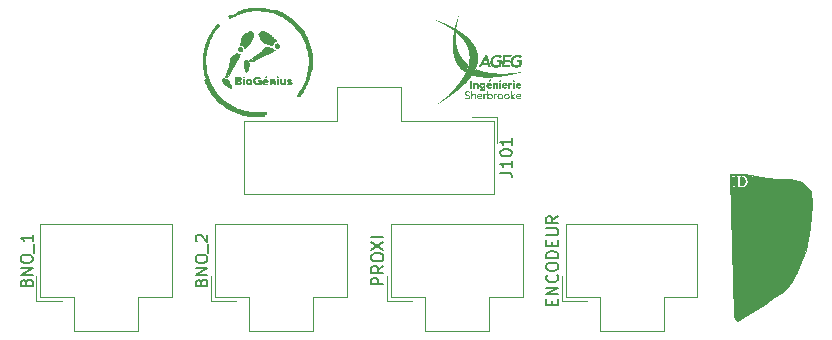
<source format=gbr>
%TF.GenerationSoftware,KiCad,Pcbnew,8.0.1-rc1*%
%TF.CreationDate,2024-05-02T00:25:51-04:00*%
%TF.ProjectId,Mustachio_v2,4d757374-6163-4686-996f-5f76322e6b69,rev?*%
%TF.SameCoordinates,Original*%
%TF.FileFunction,Legend,Top*%
%TF.FilePolarity,Positive*%
%FSLAX46Y46*%
G04 Gerber Fmt 4.6, Leading zero omitted, Abs format (unit mm)*
G04 Created by KiCad (PCBNEW 8.0.1-rc1) date 2024-05-02 00:25:51*
%MOMM*%
%LPD*%
G01*
G04 APERTURE LIST*
%ADD10C,0.100000*%
%ADD11C,0.000000*%
%ADD12C,0.150000*%
%ADD13C,0.120000*%
G04 APERTURE END LIST*
D10*
X145812087Y-48280905D02*
X145792087Y-48410905D01*
X145812087Y-49030905D01*
X145825458Y-49356029D01*
X147325458Y-49376029D01*
X147335458Y-48376029D01*
X148000423Y-48483526D01*
X148950423Y-48613526D01*
X149970423Y-48703526D01*
X150970423Y-48743526D01*
X151900423Y-48983526D01*
X152610423Y-49713526D01*
X152730423Y-50753526D01*
X152680423Y-51723526D01*
X152580423Y-52723526D01*
X152390423Y-53713526D01*
X152180423Y-54643526D01*
X151780423Y-55653526D01*
X151420423Y-56533526D01*
X150990423Y-57403526D01*
X150280423Y-58163526D01*
X149440423Y-58673526D01*
X148670423Y-59263526D01*
X147800423Y-59813526D01*
X146980423Y-60313526D01*
X146760423Y-60483526D01*
X146550423Y-60593526D01*
X146420423Y-60613526D01*
X146330423Y-60573526D01*
X146260423Y-60523526D01*
X146180423Y-60383526D01*
X146160423Y-60313526D01*
X146150423Y-60213526D01*
X145790423Y-48463526D01*
X145780423Y-48443526D01*
X145780423Y-48383526D01*
X145790423Y-48333526D01*
X145790423Y-48263526D01*
X145820423Y-48203526D01*
X145812087Y-48280905D01*
G36*
X145812087Y-48280905D02*
G01*
X145792087Y-48410905D01*
X145812087Y-49030905D01*
X145825458Y-49356029D01*
X147325458Y-49376029D01*
X147335458Y-48376029D01*
X148000423Y-48483526D01*
X148950423Y-48613526D01*
X149970423Y-48703526D01*
X150970423Y-48743526D01*
X151900423Y-48983526D01*
X152610423Y-49713526D01*
X152730423Y-50753526D01*
X152680423Y-51723526D01*
X152580423Y-52723526D01*
X152390423Y-53713526D01*
X152180423Y-54643526D01*
X151780423Y-55653526D01*
X151420423Y-56533526D01*
X150990423Y-57403526D01*
X150280423Y-58163526D01*
X149440423Y-58673526D01*
X148670423Y-59263526D01*
X147800423Y-59813526D01*
X146980423Y-60313526D01*
X146760423Y-60483526D01*
X146550423Y-60593526D01*
X146420423Y-60613526D01*
X146330423Y-60573526D01*
X146260423Y-60523526D01*
X146180423Y-60383526D01*
X146160423Y-60313526D01*
X146150423Y-60213526D01*
X145790423Y-48463526D01*
X145780423Y-48443526D01*
X145780423Y-48383526D01*
X145790423Y-48333526D01*
X145790423Y-48263526D01*
X145820423Y-48203526D01*
X145812087Y-48280905D01*
G37*
G36*
X146766989Y-48413349D02*
G01*
X146825307Y-48419947D01*
X146879417Y-48434461D01*
X146929320Y-48456892D01*
X146975015Y-48487240D01*
X147016503Y-48525505D01*
X147052278Y-48570548D01*
X147080651Y-48621413D01*
X147098642Y-48668247D01*
X147111492Y-48719124D01*
X147119202Y-48774044D01*
X147121772Y-48833007D01*
X147119202Y-48891572D01*
X147111492Y-48946213D01*
X147098642Y-48996930D01*
X147080651Y-49043724D01*
X147052278Y-49094697D01*
X147016503Y-49140020D01*
X147003163Y-49153714D01*
X146960602Y-49189495D01*
X146914229Y-49217324D01*
X146864042Y-49237202D01*
X146810044Y-49249129D01*
X146752233Y-49253105D01*
X146708278Y-49250796D01*
X146657685Y-49243869D01*
X146605931Y-49233565D01*
X146605931Y-48432449D01*
X146644308Y-48423900D01*
X146693586Y-48416134D01*
X146746615Y-48412909D01*
X146766989Y-48413349D01*
G37*
G36*
X147389443Y-49411111D02*
G01*
X145773815Y-49411111D01*
X145773815Y-48362107D01*
X145884926Y-48362107D01*
X145884926Y-48389462D01*
X145917899Y-48389462D01*
X145934217Y-48390500D01*
X145981158Y-48406071D01*
X146009490Y-48435624D01*
X146016832Y-48479646D01*
X146018283Y-48529413D01*
X146018283Y-49132693D01*
X146018267Y-49137899D01*
X146015582Y-49190879D01*
X146001919Y-49238939D01*
X145967847Y-49264218D01*
X145917899Y-49272644D01*
X145884926Y-49272644D01*
X145884926Y-49300000D01*
X146284263Y-49300000D01*
X146284263Y-49272644D01*
X146250558Y-49272644D01*
X146236296Y-49271850D01*
X146188032Y-49256036D01*
X146159211Y-49226482D01*
X146151665Y-49182460D01*
X146150174Y-49132693D01*
X146150174Y-48529413D01*
X146150191Y-48524208D01*
X146152996Y-48471228D01*
X146167271Y-48423168D01*
X146201160Y-48397889D01*
X146250558Y-48389462D01*
X146284263Y-48389462D01*
X146284263Y-48362107D01*
X146339951Y-48362107D01*
X146339951Y-48389462D01*
X146375122Y-48389462D01*
X146411048Y-48393721D01*
X146454745Y-48419748D01*
X146460303Y-48428222D01*
X146471760Y-48476895D01*
X146474040Y-48529413D01*
X146474040Y-49132693D01*
X146471910Y-49184259D01*
X146459212Y-49233565D01*
X146458897Y-49234787D01*
X146425619Y-49263180D01*
X146375122Y-49272644D01*
X146339951Y-49272644D01*
X146339951Y-49300000D01*
X146756385Y-49300000D01*
X146773209Y-49299856D01*
X146822056Y-49297710D01*
X146883391Y-49290840D01*
X146940391Y-49279392D01*
X146993056Y-49263363D01*
X147041386Y-49242755D01*
X147085380Y-49217568D01*
X147125039Y-49187800D01*
X147160362Y-49153454D01*
X147174648Y-49136777D01*
X147206329Y-49092880D01*
X147232250Y-49045834D01*
X147252411Y-48995640D01*
X147266811Y-48942298D01*
X147275452Y-48885808D01*
X147278332Y-48826168D01*
X147278267Y-48817089D01*
X147275164Y-48764023D01*
X147267408Y-48713379D01*
X147254997Y-48665156D01*
X147237933Y-48619355D01*
X147212142Y-48568981D01*
X147194927Y-48542133D01*
X147161586Y-48499943D01*
X147124154Y-48463854D01*
X147082632Y-48433866D01*
X147037020Y-48409979D01*
X146984582Y-48391325D01*
X146932026Y-48378984D01*
X146882863Y-48371270D01*
X146828823Y-48365894D01*
X146769906Y-48362855D01*
X146719260Y-48362107D01*
X146339951Y-48362107D01*
X146284263Y-48362107D01*
X145884926Y-48362107D01*
X145773815Y-48362107D01*
X145773815Y-48250996D01*
X147389443Y-48250996D01*
X147389443Y-49411111D01*
G37*
X145950000Y-48220000D02*
X146970000Y-48210000D01*
X148000000Y-48400000D01*
X148950000Y-48530000D01*
X149970000Y-48620000D01*
X150970000Y-48660000D01*
X151900000Y-48900000D01*
X152610000Y-49630000D01*
X152730000Y-50670000D01*
X152680000Y-51640000D01*
X152580000Y-52640000D01*
X152390000Y-53630000D01*
X152180000Y-54560000D01*
X151780000Y-55570000D01*
X151420000Y-56450000D01*
X150990000Y-57320000D01*
X150280000Y-58080000D01*
X149440000Y-58590000D01*
X148670000Y-59180000D01*
X147800000Y-59730000D01*
X146980000Y-60230000D01*
X146760000Y-60400000D01*
X146550000Y-60510000D01*
X146420000Y-60530000D01*
X146330000Y-60490000D01*
X146260000Y-60440000D01*
X146180000Y-60300000D01*
X146160000Y-60230000D01*
X146150000Y-60130000D01*
X145790000Y-48380000D01*
X145780000Y-48360000D01*
X145780000Y-48300000D01*
X145790000Y-48250000D01*
X145794228Y-48255915D01*
X145812087Y-48280905D01*
X145820423Y-48203526D01*
X145950000Y-48220000D01*
D11*
G36*
X123608875Y-39156406D02*
G01*
X123609050Y-39156536D01*
X123609330Y-39157001D01*
X123609511Y-39157728D01*
X123609597Y-39158700D01*
X123609591Y-39159903D01*
X123609495Y-39161320D01*
X123609313Y-39162936D01*
X123608700Y-39166704D01*
X123607776Y-39171083D01*
X123606562Y-39175950D01*
X123605084Y-39181180D01*
X123603364Y-39186651D01*
X123601269Y-39192760D01*
X123599336Y-39197938D01*
X123597579Y-39202198D01*
X123596012Y-39205555D01*
X123594652Y-39208024D01*
X123593511Y-39209619D01*
X123593027Y-39210093D01*
X123592605Y-39210355D01*
X123592244Y-39210405D01*
X123591948Y-39210246D01*
X123591718Y-39209880D01*
X123591556Y-39209308D01*
X123591463Y-39208532D01*
X123591442Y-39207554D01*
X123591622Y-39204999D01*
X123592110Y-39201658D01*
X123592921Y-39197545D01*
X123594069Y-39192676D01*
X123595570Y-39187064D01*
X123597437Y-39180724D01*
X123598311Y-39177948D01*
X123599193Y-39175283D01*
X123600077Y-39172741D01*
X123600958Y-39170334D01*
X123601828Y-39168075D01*
X123602682Y-39165977D01*
X123603515Y-39164051D01*
X123604320Y-39162310D01*
X123605091Y-39160766D01*
X123605823Y-39159433D01*
X123606509Y-39158321D01*
X123606834Y-39157853D01*
X123607144Y-39157445D01*
X123607440Y-39157099D01*
X123607722Y-39156816D01*
X123607987Y-39156598D01*
X123608236Y-39156446D01*
X123608467Y-39156363D01*
X123608680Y-39156349D01*
X123608875Y-39156406D01*
G37*
G36*
X123541099Y-39348031D02*
G01*
X123541283Y-39348099D01*
X123541449Y-39348226D01*
X123541743Y-39348670D01*
X123541939Y-39349304D01*
X123542041Y-39350115D01*
X123542055Y-39351090D01*
X123541834Y-39353478D01*
X123541316Y-39356360D01*
X123540541Y-39359628D01*
X123539546Y-39363176D01*
X123538372Y-39366895D01*
X123537057Y-39370678D01*
X123535640Y-39374419D01*
X123534160Y-39378009D01*
X123532657Y-39381342D01*
X123531169Y-39384309D01*
X123529735Y-39386804D01*
X123528395Y-39388719D01*
X123527772Y-39389426D01*
X123527187Y-39389947D01*
X123526645Y-39390269D01*
X123526150Y-39390380D01*
X123525981Y-39390350D01*
X123525835Y-39390263D01*
X123525710Y-39390118D01*
X123525608Y-39389919D01*
X123525467Y-39389360D01*
X123525411Y-39388597D01*
X123525438Y-39387642D01*
X123525544Y-39386507D01*
X123525729Y-39385204D01*
X123525988Y-39383743D01*
X123526726Y-39380395D01*
X123527739Y-39376558D01*
X123529010Y-39372323D01*
X123530521Y-39367784D01*
X123531340Y-39365495D01*
X123532167Y-39363302D01*
X123532996Y-39361213D01*
X123533823Y-39359241D01*
X123534640Y-39357394D01*
X123535444Y-39355682D01*
X123536227Y-39354116D01*
X123536985Y-39352706D01*
X123537712Y-39351461D01*
X123538401Y-39350392D01*
X123538731Y-39349927D01*
X123539048Y-39349509D01*
X123539354Y-39349140D01*
X123539647Y-39348821D01*
X123539927Y-39348553D01*
X123540193Y-39348339D01*
X123540443Y-39348178D01*
X123540678Y-39348072D01*
X123540897Y-39348023D01*
X123541099Y-39348031D01*
G37*
G36*
X124155848Y-39486717D02*
G01*
X124155991Y-39486803D01*
X124156102Y-39486945D01*
X124156183Y-39487142D01*
X124156252Y-39487692D01*
X124156203Y-39488442D01*
X124156040Y-39489381D01*
X124155767Y-39490497D01*
X124155388Y-39491780D01*
X124154907Y-39493217D01*
X124153656Y-39496509D01*
X124152046Y-39500284D01*
X124150108Y-39504448D01*
X124147876Y-39508913D01*
X124146687Y-39511177D01*
X124145493Y-39513378D01*
X124144302Y-39515503D01*
X124143123Y-39517543D01*
X124141961Y-39519484D01*
X124140827Y-39521317D01*
X124139727Y-39523029D01*
X124138669Y-39524610D01*
X124137661Y-39526047D01*
X124136712Y-39527329D01*
X124135828Y-39528446D01*
X124135018Y-39529385D01*
X124134289Y-39530135D01*
X124133958Y-39530435D01*
X124133650Y-39530685D01*
X124133366Y-39530881D01*
X124133108Y-39531023D01*
X124132876Y-39531109D01*
X124132671Y-39531138D01*
X124132496Y-39531109D01*
X124132353Y-39531023D01*
X124132242Y-39530881D01*
X124132162Y-39530685D01*
X124132092Y-39530135D01*
X124132141Y-39529385D01*
X124132304Y-39528446D01*
X124132577Y-39527329D01*
X124132956Y-39526047D01*
X124133437Y-39524610D01*
X124134688Y-39521317D01*
X124136299Y-39517543D01*
X124138236Y-39513378D01*
X124140468Y-39508913D01*
X124141657Y-39506649D01*
X124142851Y-39504448D01*
X124144042Y-39502323D01*
X124145222Y-39500284D01*
X124146383Y-39498342D01*
X124147517Y-39496509D01*
X124148617Y-39494797D01*
X124149675Y-39493217D01*
X124150683Y-39491780D01*
X124151632Y-39490497D01*
X124152516Y-39489381D01*
X124153326Y-39488442D01*
X124154055Y-39487692D01*
X124154386Y-39487391D01*
X124154694Y-39487142D01*
X124154978Y-39486945D01*
X124155236Y-39486803D01*
X124155469Y-39486717D01*
X124155674Y-39486688D01*
X124155848Y-39486717D01*
G37*
G36*
X123482547Y-39474673D02*
G01*
X123482736Y-39474756D01*
X123482904Y-39474890D01*
X123483048Y-39475075D01*
X123483161Y-39475312D01*
X123483294Y-39475936D01*
X123483308Y-39476750D01*
X123483207Y-39477741D01*
X123482995Y-39478899D01*
X123482677Y-39480209D01*
X123482258Y-39481659D01*
X123481740Y-39483239D01*
X123481129Y-39484934D01*
X123480428Y-39486732D01*
X123478776Y-39490590D01*
X123476818Y-39494714D01*
X123474589Y-39499005D01*
X123472205Y-39503291D01*
X123470085Y-39506875D01*
X123468235Y-39509769D01*
X123466660Y-39511986D01*
X123465366Y-39513540D01*
X123464825Y-39514073D01*
X123464358Y-39514445D01*
X123463962Y-39514657D01*
X123463641Y-39514713D01*
X123463394Y-39514613D01*
X123463221Y-39514358D01*
X123463125Y-39513952D01*
X123463105Y-39513394D01*
X123463296Y-39511834D01*
X123463800Y-39509691D01*
X123464624Y-39506980D01*
X123465772Y-39503712D01*
X123467250Y-39499902D01*
X123469063Y-39495562D01*
X123471218Y-39490707D01*
X123472112Y-39488799D01*
X123473012Y-39486975D01*
X123473913Y-39485243D01*
X123474807Y-39483613D01*
X123475690Y-39482092D01*
X123476555Y-39480687D01*
X123477396Y-39479409D01*
X123478207Y-39478264D01*
X123478600Y-39477744D01*
X123478983Y-39477260D01*
X123479355Y-39476814D01*
X123479716Y-39476407D01*
X123480065Y-39476039D01*
X123480402Y-39475711D01*
X123480725Y-39475425D01*
X123481034Y-39475182D01*
X123481328Y-39474982D01*
X123481606Y-39474827D01*
X123481868Y-39474717D01*
X123482113Y-39474655D01*
X123482339Y-39474639D01*
X123482547Y-39474673D01*
G37*
G36*
X123451289Y-39546547D02*
G01*
X123451515Y-39546766D01*
X123451646Y-39547170D01*
X123451682Y-39547757D01*
X123451620Y-39548529D01*
X123451197Y-39550618D01*
X123450363Y-39553431D01*
X123449104Y-39556961D01*
X123447407Y-39561202D01*
X123445257Y-39566148D01*
X123442640Y-39571791D01*
X123441370Y-39574407D01*
X123440105Y-39576920D01*
X123438854Y-39579319D01*
X123437625Y-39581591D01*
X123436426Y-39583724D01*
X123435263Y-39585708D01*
X123434146Y-39587530D01*
X123433081Y-39589178D01*
X123432077Y-39590641D01*
X123431141Y-39591906D01*
X123430281Y-39592963D01*
X123429882Y-39593409D01*
X123429506Y-39593799D01*
X123429152Y-39594131D01*
X123428821Y-39594403D01*
X123428516Y-39594614D01*
X123428237Y-39594762D01*
X123427984Y-39594847D01*
X123427760Y-39594866D01*
X123427564Y-39594818D01*
X123427397Y-39594701D01*
X123427263Y-39594521D01*
X123427160Y-39594284D01*
X123427051Y-39593646D01*
X123427064Y-39592800D01*
X123427196Y-39591758D01*
X123427441Y-39590535D01*
X123427795Y-39589144D01*
X123428253Y-39587598D01*
X123428812Y-39585909D01*
X123430210Y-39582158D01*
X123431953Y-39577997D01*
X123434003Y-39573530D01*
X123436324Y-39568865D01*
X123439242Y-39563361D01*
X123441889Y-39558646D01*
X123444250Y-39554712D01*
X123446312Y-39551554D01*
X123448061Y-39549165D01*
X123449483Y-39547539D01*
X123450067Y-39547009D01*
X123450564Y-39546668D01*
X123450972Y-39546515D01*
X123451289Y-39546547D01*
G37*
G36*
X126731108Y-40667465D02*
G01*
X126744582Y-40667621D01*
X126755111Y-40667869D01*
X126759217Y-40668024D01*
X126762520Y-40668197D01*
X126765000Y-40668388D01*
X126766634Y-40668595D01*
X126767127Y-40668703D01*
X126767401Y-40668816D01*
X126767455Y-40668873D01*
X126767453Y-40668932D01*
X126767279Y-40669051D01*
X126766878Y-40669173D01*
X126766246Y-40669297D01*
X126764280Y-40669554D01*
X126761359Y-40669821D01*
X126757461Y-40670095D01*
X126748035Y-40670575D01*
X126737560Y-40670918D01*
X126726387Y-40671124D01*
X126714864Y-40671193D01*
X126703340Y-40671124D01*
X126692167Y-40670918D01*
X126681692Y-40670575D01*
X126672266Y-40670095D01*
X126665448Y-40669554D01*
X126663481Y-40669297D01*
X126662448Y-40669051D01*
X126662275Y-40668932D01*
X126662326Y-40668816D01*
X126663093Y-40668595D01*
X126667207Y-40668197D01*
X126674616Y-40667869D01*
X126685145Y-40667621D01*
X126714864Y-40667410D01*
X126731108Y-40667465D01*
G37*
G36*
X125419834Y-40667465D02*
G01*
X125433308Y-40667621D01*
X125443836Y-40667869D01*
X125447942Y-40668024D01*
X125451245Y-40668197D01*
X125453725Y-40668388D01*
X125455359Y-40668595D01*
X125455853Y-40668703D01*
X125456126Y-40668816D01*
X125456180Y-40668873D01*
X125456178Y-40668932D01*
X125456004Y-40669051D01*
X125455603Y-40669173D01*
X125454971Y-40669297D01*
X125453005Y-40669554D01*
X125450084Y-40669821D01*
X125446186Y-40670095D01*
X125436760Y-40670575D01*
X125426285Y-40670918D01*
X125415112Y-40671124D01*
X125403589Y-40671193D01*
X125392066Y-40671124D01*
X125380892Y-40670918D01*
X125370417Y-40670575D01*
X125360991Y-40670095D01*
X125354173Y-40669554D01*
X125352207Y-40669297D01*
X125351173Y-40669051D01*
X125351000Y-40668932D01*
X125351051Y-40668816D01*
X125351818Y-40668595D01*
X125355932Y-40668197D01*
X125363341Y-40667869D01*
X125373870Y-40667621D01*
X125403589Y-40667410D01*
X125419834Y-40667465D01*
G37*
G36*
X127882442Y-40667440D02*
G01*
X127895455Y-40667592D01*
X127905723Y-40667836D01*
X127909773Y-40667990D01*
X127913071Y-40668162D01*
X127915595Y-40668352D01*
X127917322Y-40668558D01*
X127917881Y-40668667D01*
X127918232Y-40668779D01*
X127918373Y-40668895D01*
X127918363Y-40668954D01*
X127918301Y-40669014D01*
X127918013Y-40669136D01*
X127917508Y-40669260D01*
X127915830Y-40669517D01*
X127913247Y-40669784D01*
X127909735Y-40670058D01*
X127901102Y-40670551D01*
X127891356Y-40670905D01*
X127880832Y-40671120D01*
X127869865Y-40671195D01*
X127858788Y-40671130D01*
X127847936Y-40670926D01*
X127837643Y-40670581D01*
X127828244Y-40670095D01*
X127821295Y-40669554D01*
X127819211Y-40669297D01*
X127818028Y-40669050D01*
X127817768Y-40668931D01*
X127817725Y-40668815D01*
X127818283Y-40668594D01*
X127821902Y-40668195D01*
X127828728Y-40667864D01*
X127838602Y-40667613D01*
X127866860Y-40667391D01*
X127882442Y-40667440D01*
G37*
G36*
X122829225Y-34812283D02*
G01*
X122829773Y-34812350D01*
X122830284Y-34812451D01*
X122830755Y-34812585D01*
X122831184Y-34812754D01*
X122831570Y-34812957D01*
X122831911Y-34813195D01*
X122832204Y-34813468D01*
X122832449Y-34813776D01*
X122832642Y-34814119D01*
X122832783Y-34814498D01*
X122832868Y-34814913D01*
X122832897Y-34815364D01*
X122832699Y-34818302D01*
X122832134Y-34822440D01*
X122830084Y-34833589D01*
X122827105Y-34847357D01*
X122823556Y-34862291D01*
X122819796Y-34876939D01*
X122816184Y-34889847D01*
X122813079Y-34899563D01*
X122811828Y-34902770D01*
X122810839Y-34904634D01*
X122810207Y-34905754D01*
X122809458Y-34907559D01*
X122807646Y-34913064D01*
X122805480Y-34920831D01*
X122803037Y-34930540D01*
X122800394Y-34941873D01*
X122797629Y-34954510D01*
X122794819Y-34968133D01*
X122792040Y-34982422D01*
X122789277Y-34996635D01*
X122786522Y-35010041D01*
X122783848Y-35022335D01*
X122781328Y-35033215D01*
X122779035Y-35042376D01*
X122777041Y-35049513D01*
X122776179Y-35052229D01*
X122775419Y-35054324D01*
X122774770Y-35055763D01*
X122774490Y-35056223D01*
X122774242Y-35056505D01*
X122773181Y-35058355D01*
X122771709Y-35062416D01*
X122767649Y-35076630D01*
X122755934Y-35125592D01*
X122741066Y-35194647D01*
X122725013Y-35275051D01*
X122722596Y-35287188D01*
X122720101Y-35298959D01*
X122717600Y-35310075D01*
X122715165Y-35320246D01*
X122712867Y-35329183D01*
X122710777Y-35336595D01*
X122708968Y-35342194D01*
X122708191Y-35344222D01*
X122707511Y-35345689D01*
X122706013Y-35349854D01*
X122704086Y-35357384D01*
X122701810Y-35367853D01*
X122699265Y-35380837D01*
X122693687Y-35412646D01*
X122687990Y-35449406D01*
X122685189Y-35468030D01*
X122682379Y-35485552D01*
X122679635Y-35501576D01*
X122677033Y-35515710D01*
X122674649Y-35527559D01*
X122672559Y-35536729D01*
X122671647Y-35540186D01*
X122670838Y-35542826D01*
X122670139Y-35544598D01*
X122669835Y-35545144D01*
X122669562Y-35545455D01*
X122668982Y-35546438D01*
X122668278Y-35548581D01*
X122666532Y-35556100D01*
X122664403Y-35567520D01*
X122661966Y-35582346D01*
X122656480Y-35620243D01*
X122650689Y-35665840D01*
X122647795Y-35689279D01*
X122644899Y-35711145D01*
X122642079Y-35730961D01*
X122639412Y-35748246D01*
X122636976Y-35762524D01*
X122634846Y-35773315D01*
X122633921Y-35777253D01*
X122633101Y-35780140D01*
X122632396Y-35781916D01*
X122632090Y-35782369D01*
X122631817Y-35782522D01*
X122631556Y-35782612D01*
X122631285Y-35782882D01*
X122630715Y-35783938D01*
X122630112Y-35785655D01*
X122629480Y-35787997D01*
X122628155Y-35794415D01*
X122626781Y-35802906D01*
X122625401Y-35813187D01*
X122624058Y-35824972D01*
X122622793Y-35837978D01*
X122621649Y-35851919D01*
X122620416Y-35867919D01*
X122619227Y-35881962D01*
X122618018Y-35894137D01*
X122616727Y-35904536D01*
X122616031Y-35909097D01*
X122615292Y-35913248D01*
X122614501Y-35917000D01*
X122613650Y-35920364D01*
X122612733Y-35923352D01*
X122611740Y-35925974D01*
X122610665Y-35928243D01*
X122609499Y-35930170D01*
X122608235Y-35931765D01*
X122606865Y-35933040D01*
X122605380Y-35934007D01*
X122603775Y-35934676D01*
X122602039Y-35935060D01*
X122600167Y-35935168D01*
X122598149Y-35935013D01*
X122595979Y-35934607D01*
X122593648Y-35933959D01*
X122591148Y-35933082D01*
X122588473Y-35931986D01*
X122585613Y-35930684D01*
X122579311Y-35927504D01*
X122572179Y-35923632D01*
X122557886Y-35915854D01*
X122542565Y-35907722D01*
X122528049Y-35900202D01*
X122516172Y-35894258D01*
X122513835Y-35893060D01*
X122511573Y-35891784D01*
X122509390Y-35890433D01*
X122507287Y-35889013D01*
X122505267Y-35887528D01*
X122503333Y-35885983D01*
X122501486Y-35884381D01*
X122499728Y-35882729D01*
X122498062Y-35881031D01*
X122496490Y-35879290D01*
X122495015Y-35877513D01*
X122493637Y-35875703D01*
X122492361Y-35873865D01*
X122491187Y-35872004D01*
X122490119Y-35870125D01*
X122489158Y-35868231D01*
X122488306Y-35866329D01*
X122487566Y-35864422D01*
X122486940Y-35862515D01*
X122486430Y-35860612D01*
X122486039Y-35858720D01*
X122485769Y-35856841D01*
X122485621Y-35854980D01*
X122485598Y-35853143D01*
X122485703Y-35851334D01*
X122485937Y-35849558D01*
X122486303Y-35847819D01*
X122486803Y-35846121D01*
X122487440Y-35844470D01*
X122488214Y-35842871D01*
X122489130Y-35841327D01*
X122490188Y-35839844D01*
X122490982Y-35838565D01*
X122491885Y-35836642D01*
X122493978Y-35831025D01*
X122496385Y-35823302D01*
X122499022Y-35813785D01*
X122501809Y-35802785D01*
X122504664Y-35790613D01*
X122507503Y-35777582D01*
X122510246Y-35764001D01*
X122512954Y-35750456D01*
X122515707Y-35737528D01*
X122518428Y-35725519D01*
X122521041Y-35714735D01*
X122523469Y-35705479D01*
X122525636Y-35698055D01*
X122526597Y-35695125D01*
X122527464Y-35692766D01*
X122528228Y-35691018D01*
X122528878Y-35689917D01*
X122529509Y-35688903D01*
X122530217Y-35687409D01*
X122531831Y-35683095D01*
X122533658Y-35677212D01*
X122535638Y-35669996D01*
X122537708Y-35661681D01*
X122539806Y-35652504D01*
X122541872Y-35642699D01*
X122543843Y-35632503D01*
X122544805Y-35627409D01*
X122545792Y-35622458D01*
X122546796Y-35617675D01*
X122547810Y-35613086D01*
X122548826Y-35608718D01*
X122549837Y-35604594D01*
X122550835Y-35600742D01*
X122551814Y-35597186D01*
X122552765Y-35593952D01*
X122553682Y-35591067D01*
X122554557Y-35588555D01*
X122555383Y-35586442D01*
X122556153Y-35584755D01*
X122556858Y-35583517D01*
X122557185Y-35583075D01*
X122557492Y-35582756D01*
X122557781Y-35582562D01*
X122558048Y-35582497D01*
X122558626Y-35582150D01*
X122559324Y-35581135D01*
X122560134Y-35579484D01*
X122561045Y-35577232D01*
X122563137Y-35571062D01*
X122565524Y-35562897D01*
X122568130Y-35553012D01*
X122570880Y-35541679D01*
X122573700Y-35529173D01*
X122576513Y-35515766D01*
X122579345Y-35502287D01*
X122582230Y-35489562D01*
X122585087Y-35477880D01*
X122587837Y-35467531D01*
X122589146Y-35462947D01*
X122590398Y-35458804D01*
X122591582Y-35455140D01*
X122592690Y-35451990D01*
X122593710Y-35449390D01*
X122594633Y-35447378D01*
X122595448Y-35445988D01*
X122595812Y-35445538D01*
X122596145Y-35445257D01*
X122596839Y-35444572D01*
X122597641Y-35443324D01*
X122598542Y-35441543D01*
X122599533Y-35439261D01*
X122601746Y-35433318D01*
X122604202Y-35425746D01*
X122606825Y-35416795D01*
X122609538Y-35406716D01*
X122612263Y-35395759D01*
X122614925Y-35384176D01*
X122617573Y-35372594D01*
X122620243Y-35361645D01*
X122622863Y-35351577D01*
X122625362Y-35342640D01*
X122627666Y-35335085D01*
X122628723Y-35331903D01*
X122629703Y-35329161D01*
X122630599Y-35326888D01*
X122631401Y-35325118D01*
X122632100Y-35323879D01*
X122632408Y-35323470D01*
X122632687Y-35323205D01*
X122633280Y-35322549D01*
X122633996Y-35321365D01*
X122635761Y-35317529D01*
X122637904Y-35311932D01*
X122640348Y-35304811D01*
X122643014Y-35296401D01*
X122645827Y-35286937D01*
X122648707Y-35276655D01*
X122651578Y-35265790D01*
X122654449Y-35255001D01*
X122657314Y-35244936D01*
X122658722Y-35240243D01*
X122660099Y-35235814D01*
X122661438Y-35231677D01*
X122662728Y-35227857D01*
X122663959Y-35224384D01*
X122665123Y-35221285D01*
X122666210Y-35218587D01*
X122667210Y-35216318D01*
X122668114Y-35214505D01*
X122668913Y-35213176D01*
X122669269Y-35212702D01*
X122669596Y-35212359D01*
X122669892Y-35212150D01*
X122670155Y-35212080D01*
X122670414Y-35212024D01*
X122670693Y-35211859D01*
X122671311Y-35211211D01*
X122672001Y-35210157D01*
X122672755Y-35208719D01*
X122673568Y-35206919D01*
X122674430Y-35204779D01*
X122676278Y-35199567D01*
X122678241Y-35193256D01*
X122680263Y-35186022D01*
X122682284Y-35178039D01*
X122684249Y-35169482D01*
X122686310Y-35160618D01*
X122688608Y-35151756D01*
X122691066Y-35143132D01*
X122693607Y-35134982D01*
X122696152Y-35127543D01*
X122697403Y-35124163D01*
X122698626Y-35121049D01*
X122699811Y-35118231D01*
X122700950Y-35115738D01*
X122702032Y-35113599D01*
X122703048Y-35111845D01*
X122704068Y-35110092D01*
X122705156Y-35107957D01*
X122707496Y-35102658D01*
X122709991Y-35096184D01*
X122712563Y-35088771D01*
X122715133Y-35080653D01*
X122717622Y-35072067D01*
X122719954Y-35063248D01*
X122722050Y-35054431D01*
X122723047Y-35050115D01*
X122724072Y-35045920D01*
X122725119Y-35041868D01*
X122726180Y-35037980D01*
X122727247Y-35034278D01*
X122728312Y-35030784D01*
X122729367Y-35027519D01*
X122730405Y-35024506D01*
X122731419Y-35021765D01*
X122732399Y-35019320D01*
X122733339Y-35017190D01*
X122734231Y-35015400D01*
X122735067Y-35013969D01*
X122735462Y-35013396D01*
X122735840Y-35012920D01*
X122736200Y-35012546D01*
X122736541Y-35012275D01*
X122736862Y-35012110D01*
X122737163Y-35012055D01*
X122737469Y-35011987D01*
X122737805Y-35011786D01*
X122738565Y-35010997D01*
X122739434Y-35009713D01*
X122740400Y-35007963D01*
X122742590Y-35003167D01*
X122745058Y-34996822D01*
X122747725Y-34989139D01*
X122750514Y-34980332D01*
X122753347Y-34970614D01*
X122756147Y-34960197D01*
X122757536Y-34954914D01*
X122758939Y-34949779D01*
X122760347Y-34944820D01*
X122761751Y-34940061D01*
X122763140Y-34935530D01*
X122764505Y-34931254D01*
X122765836Y-34927259D01*
X122767125Y-34923572D01*
X122768361Y-34920219D01*
X122769535Y-34917226D01*
X122770638Y-34914621D01*
X122771659Y-34912430D01*
X122772590Y-34910680D01*
X122773420Y-34909397D01*
X122773795Y-34908939D01*
X122774141Y-34908607D01*
X122774457Y-34908406D01*
X122774742Y-34908338D01*
X122775027Y-34908283D01*
X122775341Y-34908117D01*
X122776049Y-34907469D01*
X122776858Y-34906415D01*
X122777757Y-34904977D01*
X122778738Y-34903177D01*
X122779792Y-34901038D01*
X122782083Y-34895825D01*
X122784557Y-34889515D01*
X122787142Y-34882280D01*
X122789765Y-34874297D01*
X122792355Y-34865740D01*
X122793662Y-34861373D01*
X122795018Y-34857072D01*
X122796414Y-34852864D01*
X122797839Y-34848772D01*
X122799281Y-34844820D01*
X122800731Y-34841035D01*
X122802177Y-34837439D01*
X122803609Y-34834058D01*
X122805016Y-34830917D01*
X122806387Y-34828039D01*
X122807712Y-34825451D01*
X122808980Y-34823175D01*
X122810179Y-34821237D01*
X122811301Y-34819662D01*
X122812333Y-34818474D01*
X122812812Y-34818033D01*
X122813265Y-34817697D01*
X122814169Y-34817135D01*
X122815073Y-34816603D01*
X122815975Y-34816100D01*
X122816874Y-34815627D01*
X122817767Y-34815183D01*
X122818653Y-34814770D01*
X122819530Y-34814387D01*
X122820396Y-34814035D01*
X122821248Y-34813714D01*
X122822086Y-34813424D01*
X122822907Y-34813166D01*
X122823709Y-34812938D01*
X122824491Y-34812743D01*
X122825250Y-34812579D01*
X122825984Y-34812448D01*
X122826693Y-34812349D01*
X122827373Y-34812283D01*
X122828023Y-34812250D01*
X122828641Y-34812250D01*
X122829225Y-34812283D01*
G37*
G36*
X127287361Y-38180969D02*
G01*
X127286893Y-38185321D01*
X127286373Y-38189577D01*
X127285809Y-38193712D01*
X127285203Y-38197704D01*
X127284564Y-38201530D01*
X127283895Y-38205166D01*
X127283202Y-38208590D01*
X127282490Y-38211779D01*
X127281766Y-38214708D01*
X127281034Y-38217356D01*
X127280299Y-38219699D01*
X127279569Y-38221714D01*
X127278846Y-38223378D01*
X127278138Y-38224667D01*
X127277791Y-38225164D01*
X127277450Y-38225559D01*
X127277114Y-38225849D01*
X127276786Y-38226030D01*
X127276463Y-38226185D01*
X127276144Y-38226391D01*
X127275521Y-38226952D01*
X127274919Y-38227701D01*
X127274341Y-38228627D01*
X127273791Y-38229717D01*
X127273271Y-38230959D01*
X127272786Y-38232343D01*
X127272339Y-38233856D01*
X127271931Y-38235485D01*
X127271568Y-38237220D01*
X127271252Y-38239049D01*
X127270986Y-38240959D01*
X127270773Y-38242940D01*
X127270617Y-38244978D01*
X127270521Y-38247063D01*
X127270489Y-38249182D01*
X127270395Y-38253808D01*
X127270125Y-38259040D01*
X127269698Y-38264695D01*
X127269132Y-38270594D01*
X127268447Y-38276556D01*
X127267660Y-38282402D01*
X127266791Y-38287950D01*
X127265859Y-38293020D01*
X127261228Y-38316171D01*
X127018476Y-38316171D01*
X126953341Y-38316273D01*
X126900054Y-38316606D01*
X126857596Y-38317209D01*
X126840109Y-38317624D01*
X126824947Y-38318121D01*
X126811983Y-38318705D01*
X126801089Y-38319382D01*
X126792139Y-38320156D01*
X126785004Y-38321032D01*
X126779557Y-38322014D01*
X126777427Y-38322547D01*
X126775672Y-38323109D01*
X126774275Y-38323700D01*
X126773220Y-38324321D01*
X126772492Y-38324972D01*
X126772074Y-38325654D01*
X126771149Y-38329479D01*
X126769910Y-38336766D01*
X126766703Y-38360024D01*
X126762886Y-38392027D01*
X126758888Y-38429371D01*
X126756848Y-38448298D01*
X126754702Y-38465957D01*
X126752515Y-38481960D01*
X126750352Y-38495921D01*
X126749299Y-38502014D01*
X126748276Y-38507452D01*
X126747291Y-38512186D01*
X126746352Y-38516168D01*
X126745468Y-38519349D01*
X126744645Y-38521681D01*
X126744260Y-38522514D01*
X126743893Y-38523116D01*
X126743546Y-38523481D01*
X126743219Y-38523605D01*
X126742905Y-38523624D01*
X126742595Y-38523682D01*
X126742289Y-38523776D01*
X126741988Y-38523907D01*
X126741692Y-38524073D01*
X126741402Y-38524274D01*
X126740839Y-38524774D01*
X126740304Y-38525400D01*
X126739798Y-38526144D01*
X126739326Y-38526999D01*
X126738890Y-38527957D01*
X126738494Y-38529011D01*
X126738140Y-38530152D01*
X126737832Y-38531374D01*
X126737573Y-38532668D01*
X126737366Y-38534028D01*
X126737214Y-38535445D01*
X126737121Y-38536912D01*
X126737089Y-38538421D01*
X126737202Y-38540978D01*
X126737757Y-38543222D01*
X126739082Y-38545174D01*
X126741503Y-38546854D01*
X126745347Y-38548284D01*
X126750942Y-38549482D01*
X126768690Y-38551268D01*
X126797361Y-38552374D01*
X126839570Y-38552962D01*
X126975063Y-38553238D01*
X127039584Y-38553334D01*
X127091813Y-38553649D01*
X127113645Y-38553901D01*
X127132797Y-38554225D01*
X127149399Y-38554624D01*
X127163582Y-38555104D01*
X127175477Y-38555671D01*
X127185215Y-38556329D01*
X127192926Y-38557084D01*
X127198742Y-38557942D01*
X127200980Y-38558411D01*
X127202793Y-38558907D01*
X127204198Y-38559431D01*
X127205210Y-38559984D01*
X127205847Y-38560567D01*
X127206124Y-38561180D01*
X127206058Y-38561823D01*
X127205666Y-38562498D01*
X127204889Y-38563730D01*
X127204084Y-38565493D01*
X127203256Y-38567753D01*
X127202413Y-38570478D01*
X127200703Y-38577190D01*
X127199005Y-38585360D01*
X127197369Y-38594725D01*
X127195844Y-38605017D01*
X127194482Y-38615971D01*
X127193331Y-38627322D01*
X127191065Y-38650795D01*
X127188578Y-38673635D01*
X127186171Y-38693228D01*
X127185092Y-38700990D01*
X127184145Y-38706961D01*
X127179940Y-38731038D01*
X126714864Y-38731038D01*
X126714864Y-38757060D01*
X126714828Y-38759778D01*
X126714724Y-38762551D01*
X126714554Y-38765359D01*
X126714322Y-38768182D01*
X126714032Y-38771000D01*
X126713687Y-38773792D01*
X126713291Y-38776540D01*
X126712847Y-38779222D01*
X126712360Y-38781820D01*
X126711832Y-38784313D01*
X126711267Y-38786681D01*
X126710668Y-38788905D01*
X126710040Y-38790964D01*
X126709385Y-38792838D01*
X126708708Y-38794508D01*
X126708011Y-38795953D01*
X126706663Y-38799551D01*
X126705129Y-38805482D01*
X126701654Y-38823187D01*
X126697889Y-38846753D01*
X126694134Y-38873861D01*
X126690690Y-38902196D01*
X126687857Y-38929439D01*
X126685937Y-38953274D01*
X126685230Y-38971383D01*
X126685230Y-38990330D01*
X127188997Y-38990330D01*
X127188608Y-39018111D01*
X127188390Y-39024750D01*
X127187909Y-39032990D01*
X127186281Y-39052965D01*
X127183969Y-39075423D01*
X127181218Y-39097751D01*
X127172958Y-39158869D01*
X127171847Y-39160170D01*
X127168756Y-39161352D01*
X127155894Y-39163379D01*
X127132887Y-39164990D01*
X127098247Y-39166222D01*
X126988125Y-39167704D01*
X126813636Y-39168130D01*
X126455572Y-39168130D01*
X126455572Y-39131699D01*
X126455603Y-39127978D01*
X126455694Y-39124336D01*
X126455841Y-39120793D01*
X126456043Y-39117368D01*
X126456295Y-39114083D01*
X126456595Y-39110956D01*
X126456940Y-39108008D01*
X126457327Y-39105258D01*
X126457752Y-39102727D01*
X126458212Y-39100435D01*
X126458706Y-39098401D01*
X126459229Y-39096645D01*
X126459778Y-39095188D01*
X126460062Y-39094577D01*
X126460351Y-39094049D01*
X126460645Y-39093605D01*
X126460944Y-39093248D01*
X126461247Y-39092981D01*
X126461554Y-39092805D01*
X126462234Y-39091978D01*
X126463030Y-39090043D01*
X126464932Y-39083082D01*
X126467181Y-39072387D01*
X126469699Y-39058424D01*
X126472405Y-39041660D01*
X126475222Y-39022560D01*
X126478071Y-39001590D01*
X126480871Y-38979217D01*
X126485907Y-38937272D01*
X126489795Y-38905344D01*
X126491382Y-38892638D01*
X126492770Y-38881837D01*
X126493990Y-38872742D01*
X126495070Y-38865154D01*
X126496040Y-38858874D01*
X126496929Y-38853701D01*
X126497768Y-38849436D01*
X126498585Y-38845880D01*
X126499409Y-38842834D01*
X126500272Y-38840097D01*
X126501201Y-38837470D01*
X126502226Y-38834755D01*
X126503257Y-38830632D01*
X126504564Y-38823133D01*
X126507794Y-38799704D01*
X126511485Y-38767872D01*
X126515209Y-38731038D01*
X126517074Y-38712285D01*
X126519031Y-38694497D01*
X126521022Y-38678086D01*
X126522988Y-38663460D01*
X126524871Y-38651031D01*
X126526612Y-38641209D01*
X126527411Y-38637404D01*
X126528152Y-38634404D01*
X126528829Y-38632261D01*
X126529433Y-38631026D01*
X126530061Y-38629608D01*
X126530808Y-38626929D01*
X126532616Y-38618065D01*
X126534780Y-38604989D01*
X126537223Y-38588254D01*
X126542640Y-38546028D01*
X126548250Y-38495824D01*
X126551023Y-38470152D01*
X126553804Y-38446204D01*
X126556519Y-38424501D01*
X126559094Y-38405569D01*
X126561454Y-38389932D01*
X126563523Y-38378113D01*
X126564426Y-38373800D01*
X126565228Y-38370638D01*
X126565920Y-38368693D01*
X126566222Y-38368197D01*
X126566494Y-38368030D01*
X126567045Y-38367559D01*
X126567672Y-38366177D01*
X126569129Y-38360869D01*
X126570806Y-38352476D01*
X126572647Y-38341371D01*
X126574593Y-38327927D01*
X126576588Y-38312515D01*
X126578575Y-38295508D01*
X126580495Y-38277278D01*
X126584346Y-38240141D01*
X126588135Y-38206111D01*
X126591424Y-38178958D01*
X126592744Y-38169137D01*
X126593775Y-38162448D01*
X126597979Y-38138372D01*
X127291640Y-38138372D01*
X127287361Y-38180969D01*
G37*
G36*
X125244791Y-38164301D02*
G01*
X125245314Y-38166942D01*
X125245873Y-38169509D01*
X125246463Y-38171989D01*
X125247078Y-38174368D01*
X125247715Y-38176634D01*
X125248367Y-38178772D01*
X125249030Y-38180769D01*
X125249699Y-38182613D01*
X125250369Y-38184290D01*
X125251035Y-38185786D01*
X125251691Y-38187088D01*
X125252014Y-38187663D01*
X125252334Y-38188184D01*
X125252648Y-38188650D01*
X125252957Y-38189059D01*
X125253260Y-38189410D01*
X125253556Y-38189700D01*
X125253845Y-38189929D01*
X125254127Y-38190095D01*
X125254399Y-38190196D01*
X125254663Y-38190230D01*
X125254936Y-38190308D01*
X125255240Y-38190539D01*
X125255939Y-38191448D01*
X125256750Y-38192924D01*
X125257663Y-38194939D01*
X125259757Y-38200458D01*
X125262145Y-38207760D01*
X125264753Y-38216600D01*
X125267503Y-38226734D01*
X125270320Y-38237917D01*
X125273128Y-38249904D01*
X125276029Y-38262298D01*
X125279111Y-38274649D01*
X125282280Y-38286629D01*
X125285442Y-38297912D01*
X125288503Y-38308172D01*
X125291367Y-38317081D01*
X125293942Y-38324314D01*
X125295090Y-38327200D01*
X125296131Y-38329543D01*
X125298240Y-38334575D01*
X125300586Y-38341242D01*
X125303089Y-38349257D01*
X125305671Y-38358334D01*
X125308255Y-38368185D01*
X125310760Y-38378523D01*
X125313110Y-38389062D01*
X125315226Y-38399515D01*
X125316230Y-38404609D01*
X125317257Y-38409560D01*
X125318300Y-38414343D01*
X125319352Y-38418932D01*
X125320404Y-38423300D01*
X125321449Y-38427424D01*
X125322481Y-38431276D01*
X125323491Y-38434832D01*
X125324472Y-38438065D01*
X125325416Y-38440951D01*
X125326316Y-38443463D01*
X125327165Y-38445576D01*
X125327955Y-38447263D01*
X125328678Y-38448501D01*
X125329012Y-38448942D01*
X125329327Y-38449262D01*
X125329621Y-38449456D01*
X125329894Y-38449521D01*
X125330167Y-38449582D01*
X125330459Y-38449761D01*
X125331101Y-38450466D01*
X125331812Y-38451612D01*
X125332585Y-38453175D01*
X125334288Y-38457457D01*
X125336152Y-38463123D01*
X125338120Y-38469982D01*
X125340133Y-38477845D01*
X125342133Y-38486522D01*
X125344063Y-38495824D01*
X125346038Y-38505314D01*
X125348181Y-38514532D01*
X125350424Y-38523252D01*
X125352698Y-38531245D01*
X125353826Y-38534897D01*
X125354936Y-38538282D01*
X125356020Y-38541372D01*
X125357070Y-38544137D01*
X125358076Y-38546549D01*
X125359030Y-38548581D01*
X125359925Y-38550202D01*
X125360750Y-38551386D01*
X125361135Y-38551861D01*
X125361503Y-38552329D01*
X125361856Y-38552791D01*
X125362192Y-38553246D01*
X125362512Y-38553693D01*
X125362816Y-38554132D01*
X125363102Y-38554562D01*
X125363371Y-38554982D01*
X125363623Y-38555392D01*
X125363857Y-38555791D01*
X125364073Y-38556178D01*
X125364272Y-38556554D01*
X125364452Y-38556918D01*
X125364613Y-38557268D01*
X125364756Y-38557604D01*
X125364880Y-38557926D01*
X125364985Y-38558233D01*
X125365071Y-38558525D01*
X125365137Y-38558800D01*
X125365184Y-38559059D01*
X125365210Y-38559301D01*
X125365216Y-38559524D01*
X125365202Y-38559730D01*
X125365168Y-38559916D01*
X125365112Y-38560082D01*
X125365035Y-38560228D01*
X125364937Y-38560354D01*
X125364818Y-38560457D01*
X125364677Y-38560539D01*
X125364514Y-38560598D01*
X125364329Y-38560634D01*
X125364121Y-38560646D01*
X125363919Y-38560680D01*
X125363748Y-38560780D01*
X125363606Y-38560944D01*
X125363494Y-38561171D01*
X125363356Y-38561806D01*
X125363332Y-38562673D01*
X125363417Y-38563758D01*
X125363607Y-38565048D01*
X125363901Y-38566530D01*
X125364294Y-38568191D01*
X125365366Y-38571997D01*
X125366796Y-38576359D01*
X125368556Y-38581174D01*
X125370622Y-38586335D01*
X125371716Y-38589040D01*
X125372780Y-38591841D01*
X125374796Y-38597645D01*
X125376624Y-38603572D01*
X125378220Y-38609447D01*
X125379540Y-38615095D01*
X125380083Y-38617779D01*
X125380540Y-38620342D01*
X125380906Y-38622760D01*
X125381175Y-38625013D01*
X125381342Y-38627078D01*
X125381401Y-38628933D01*
X125381461Y-38630757D01*
X125381624Y-38632730D01*
X125381884Y-38634834D01*
X125382237Y-38637050D01*
X125382676Y-38639358D01*
X125383198Y-38641741D01*
X125383795Y-38644180D01*
X125384464Y-38646655D01*
X125385198Y-38649148D01*
X125385993Y-38651641D01*
X125386843Y-38654113D01*
X125387743Y-38656548D01*
X125388687Y-38658926D01*
X125389671Y-38661228D01*
X125390689Y-38663436D01*
X125391736Y-38665530D01*
X125394073Y-38670673D01*
X125396784Y-38677762D01*
X125399771Y-38686480D01*
X125402938Y-38696506D01*
X125406187Y-38707522D01*
X125409422Y-38719209D01*
X125412546Y-38731247D01*
X125415460Y-38743318D01*
X125418260Y-38755062D01*
X125421066Y-38766166D01*
X125423803Y-38776375D01*
X125426395Y-38785436D01*
X125428768Y-38793095D01*
X125429848Y-38796319D01*
X125430846Y-38799098D01*
X125431750Y-38801399D01*
X125432553Y-38803191D01*
X125433244Y-38804443D01*
X125433545Y-38804856D01*
X125433815Y-38805122D01*
X125434385Y-38805826D01*
X125435075Y-38807151D01*
X125436778Y-38811529D01*
X125438848Y-38817981D01*
X125441211Y-38826235D01*
X125443793Y-38836017D01*
X125446517Y-38847054D01*
X125449309Y-38859071D01*
X125452095Y-38871796D01*
X125454879Y-38884522D01*
X125457666Y-38896539D01*
X125460382Y-38907576D01*
X125462953Y-38917358D01*
X125465302Y-38925612D01*
X125466371Y-38929080D01*
X125467357Y-38932064D01*
X125468250Y-38934530D01*
X125469042Y-38936442D01*
X125469722Y-38937768D01*
X125470018Y-38938199D01*
X125470282Y-38938472D01*
X125470842Y-38939137D01*
X125471521Y-38940350D01*
X125473201Y-38944294D01*
X125475248Y-38950061D01*
X125477589Y-38957409D01*
X125480148Y-38966094D01*
X125482852Y-38975872D01*
X125485626Y-38986501D01*
X125488396Y-38997738D01*
X125491164Y-39008975D01*
X125493946Y-39019604D01*
X125496666Y-39029383D01*
X125499249Y-39038067D01*
X125501620Y-39045415D01*
X125502703Y-39048511D01*
X125503705Y-39051182D01*
X125504616Y-39053397D01*
X125505427Y-39055127D01*
X125506129Y-39056339D01*
X125506437Y-39056742D01*
X125506713Y-39057005D01*
X125507943Y-39058579D01*
X125509390Y-39061560D01*
X125511012Y-39065776D01*
X125512771Y-39071051D01*
X125516529Y-39084089D01*
X125520337Y-39099286D01*
X125523869Y-39115252D01*
X125526796Y-39130600D01*
X125528792Y-39143941D01*
X125529339Y-39149425D01*
X125529530Y-39153887D01*
X125529433Y-39156257D01*
X125529052Y-39158349D01*
X125528253Y-39160181D01*
X125526903Y-39161770D01*
X125524868Y-39163132D01*
X125522015Y-39164286D01*
X125518209Y-39165249D01*
X125513318Y-39166037D01*
X125507207Y-39166668D01*
X125499742Y-39167159D01*
X125480220Y-39167790D01*
X125453680Y-39168068D01*
X125419054Y-39168130D01*
X125308577Y-39168130D01*
X125303317Y-39136644D01*
X125302752Y-39133418D01*
X125302146Y-39130244D01*
X125301502Y-39127141D01*
X125300828Y-39124127D01*
X125300129Y-39121220D01*
X125299409Y-39118437D01*
X125298676Y-39115798D01*
X125297934Y-39113320D01*
X125297190Y-39111021D01*
X125296448Y-39108918D01*
X125295715Y-39107031D01*
X125294996Y-39105378D01*
X125294296Y-39103975D01*
X125293622Y-39102842D01*
X125293296Y-39102382D01*
X125292978Y-39101996D01*
X125292670Y-39101686D01*
X125292371Y-39101455D01*
X125291721Y-39100732D01*
X125290949Y-39099350D01*
X125289084Y-39094756D01*
X125286856Y-39087960D01*
X125284342Y-39079253D01*
X125281624Y-39068922D01*
X125278781Y-39057257D01*
X125275891Y-39044545D01*
X125273035Y-39031076D01*
X125270174Y-39017632D01*
X125267282Y-39004992D01*
X125264438Y-38993441D01*
X125261721Y-38983262D01*
X125260435Y-38978775D01*
X125259210Y-38974738D01*
X125258057Y-38971186D01*
X125256984Y-38968154D01*
X125256002Y-38965677D01*
X125255121Y-38963792D01*
X125254350Y-38962534D01*
X125254009Y-38962150D01*
X125253700Y-38961937D01*
X125253408Y-38961796D01*
X125253120Y-38961629D01*
X125252557Y-38961223D01*
X125252013Y-38960725D01*
X125251491Y-38960143D01*
X125250994Y-38959483D01*
X125250525Y-38958752D01*
X125250087Y-38957955D01*
X125249683Y-38957101D01*
X125249316Y-38956195D01*
X125248988Y-38955245D01*
X125248702Y-38954256D01*
X125248462Y-38953236D01*
X125248270Y-38952191D01*
X125248130Y-38951127D01*
X125248043Y-38950052D01*
X125248014Y-38948973D01*
X125247589Y-38947402D01*
X125246206Y-38945990D01*
X125243704Y-38944730D01*
X125239924Y-38943613D01*
X125227882Y-38941776D01*
X125208796Y-38940416D01*
X125181379Y-38939470D01*
X125144345Y-38938873D01*
X125036284Y-38938472D01*
X124824553Y-38938472D01*
X124812904Y-38968105D01*
X124811689Y-38971123D01*
X124810452Y-38974057D01*
X124809202Y-38976892D01*
X124807948Y-38979611D01*
X124806700Y-38982200D01*
X124805464Y-38984643D01*
X124804251Y-38986926D01*
X124803069Y-38989033D01*
X124801927Y-38990949D01*
X124800834Y-38992659D01*
X124799798Y-38994148D01*
X124798829Y-38995400D01*
X124798372Y-38995932D01*
X124797935Y-38996400D01*
X124797519Y-38996801D01*
X124797124Y-38997133D01*
X124796753Y-38997395D01*
X124796407Y-38997584D01*
X124796085Y-38997699D01*
X124795790Y-38997738D01*
X124795493Y-38997779D01*
X124795166Y-38997901D01*
X124794431Y-38998380D01*
X124793595Y-38999158D01*
X124792667Y-39000220D01*
X124791656Y-39001548D01*
X124790571Y-39003128D01*
X124789422Y-39004944D01*
X124788218Y-39006978D01*
X124785682Y-39011639D01*
X124783036Y-39016983D01*
X124780356Y-39022881D01*
X124777714Y-39029205D01*
X124775081Y-39035599D01*
X124772425Y-39041712D01*
X124769817Y-39047399D01*
X124767331Y-39052516D01*
X124766156Y-39054815D01*
X124765039Y-39056918D01*
X124763988Y-39058806D01*
X124763012Y-39060462D01*
X124762121Y-39061866D01*
X124761324Y-39063002D01*
X124760629Y-39063851D01*
X124760323Y-39064162D01*
X124760045Y-39064395D01*
X124759455Y-39064935D01*
X124758741Y-39065782D01*
X124757911Y-39066916D01*
X124756975Y-39068320D01*
X124754827Y-39071864D01*
X124752373Y-39076269D01*
X124749692Y-39081390D01*
X124746861Y-39087082D01*
X124743959Y-39093202D01*
X124741061Y-39099603D01*
X124739620Y-39102810D01*
X124738162Y-39105927D01*
X124736699Y-39108939D01*
X124735240Y-39111828D01*
X124733796Y-39114579D01*
X124732376Y-39117175D01*
X124730990Y-39119600D01*
X124729648Y-39121839D01*
X124728361Y-39123875D01*
X124727138Y-39125692D01*
X124725989Y-39127273D01*
X124724924Y-39128604D01*
X124723954Y-39129666D01*
X124723507Y-39130092D01*
X124723087Y-39130445D01*
X124722696Y-39130723D01*
X124722335Y-39130925D01*
X124722005Y-39131047D01*
X124721707Y-39131088D01*
X124721420Y-39131112D01*
X124721124Y-39131184D01*
X124720820Y-39131302D01*
X124720510Y-39131466D01*
X124719870Y-39131924D01*
X124719210Y-39132549D01*
X124718535Y-39133332D01*
X124717849Y-39134262D01*
X124717158Y-39135331D01*
X124716468Y-39136528D01*
X124715783Y-39137845D01*
X124715109Y-39139272D01*
X124714451Y-39140799D01*
X124713813Y-39142417D01*
X124713202Y-39144117D01*
X124712622Y-39145888D01*
X124712078Y-39147722D01*
X124711576Y-39149609D01*
X124706928Y-39168130D01*
X124483344Y-39168130D01*
X124487882Y-39150053D01*
X124489039Y-39146480D01*
X124490978Y-39141713D01*
X124493599Y-39135931D01*
X124496802Y-39129312D01*
X124504553Y-39114278D01*
X124513431Y-39098040D01*
X124522636Y-39082025D01*
X124531366Y-39067660D01*
X124535304Y-39061543D01*
X124538822Y-39056375D01*
X124541822Y-39052333D01*
X124544203Y-39049596D01*
X124544657Y-39049065D01*
X124545249Y-39048248D01*
X124546807Y-39045820D01*
X124548802Y-39042450D01*
X124551158Y-39038276D01*
X124553799Y-39033432D01*
X124556648Y-39028057D01*
X124559630Y-39022287D01*
X124562669Y-39016259D01*
X124565724Y-39010231D01*
X124568752Y-39004461D01*
X124571675Y-38999086D01*
X124574413Y-38994242D01*
X124576889Y-38990067D01*
X124578003Y-38988273D01*
X124579022Y-38986698D01*
X124579937Y-38985358D01*
X124580736Y-38984270D01*
X124581410Y-38983453D01*
X124581949Y-38982921D01*
X124582484Y-38982390D01*
X124583143Y-38981573D01*
X124584801Y-38979145D01*
X124586846Y-38975775D01*
X124589205Y-38971601D01*
X124591801Y-38966757D01*
X124594560Y-38961382D01*
X124597407Y-38955612D01*
X124600266Y-38949584D01*
X124603227Y-38943431D01*
X124606366Y-38937305D01*
X124609586Y-38931366D01*
X124612793Y-38925778D01*
X124615892Y-38920700D01*
X124617371Y-38918404D01*
X124618787Y-38916296D01*
X124620128Y-38914397D01*
X124621383Y-38912726D01*
X124622539Y-38911305D01*
X124623584Y-38910153D01*
X124624555Y-38909125D01*
X124625499Y-38908060D01*
X124626411Y-38906968D01*
X124627285Y-38905856D01*
X124628119Y-38904732D01*
X124628905Y-38903605D01*
X124629640Y-38902483D01*
X124630319Y-38901374D01*
X124630935Y-38900287D01*
X124631486Y-38899230D01*
X124631966Y-38898212D01*
X124632369Y-38897240D01*
X124632691Y-38896323D01*
X124632927Y-38895469D01*
X124633073Y-38894687D01*
X124633110Y-38894325D01*
X124633122Y-38893984D01*
X124633628Y-38891952D01*
X124635064Y-38888504D01*
X124637311Y-38883843D01*
X124640249Y-38878172D01*
X124647719Y-38864611D01*
X124656512Y-38849442D01*
X124665668Y-38834287D01*
X124674229Y-38820767D01*
X124681233Y-38810505D01*
X124683852Y-38807102D01*
X124685721Y-38805122D01*
X124686248Y-38804591D01*
X124686900Y-38803773D01*
X124688539Y-38801345D01*
X124690564Y-38797975D01*
X124692900Y-38793801D01*
X124695474Y-38788957D01*
X124698210Y-38783582D01*
X124701034Y-38777812D01*
X124703872Y-38771784D01*
X124706714Y-38765756D01*
X124709550Y-38759986D01*
X124712304Y-38754611D01*
X124712645Y-38753974D01*
X124921707Y-38753974D01*
X124921794Y-38755636D01*
X124922291Y-38757162D01*
X124923219Y-38758559D01*
X124924597Y-38759832D01*
X124926445Y-38760986D01*
X124931634Y-38762963D01*
X124938947Y-38764537D01*
X124948544Y-38765751D01*
X124960588Y-38766654D01*
X124975239Y-38767289D01*
X125013007Y-38767943D01*
X125063139Y-38768080D01*
X125204231Y-38768080D01*
X125199026Y-38740299D01*
X125197800Y-38734264D01*
X125196301Y-38727758D01*
X125194587Y-38720985D01*
X125192715Y-38714149D01*
X125190745Y-38707457D01*
X125188733Y-38701114D01*
X125186739Y-38695324D01*
X125184821Y-38690292D01*
X125182824Y-38684769D01*
X125180594Y-38677571D01*
X125178204Y-38669001D01*
X125175729Y-38659362D01*
X125173245Y-38648960D01*
X125170827Y-38638098D01*
X125168548Y-38627080D01*
X125166485Y-38616209D01*
X125164501Y-38605640D01*
X125162437Y-38595489D01*
X125160353Y-38585997D01*
X125158310Y-38577408D01*
X125156369Y-38569965D01*
X125154590Y-38563911D01*
X125153781Y-38561480D01*
X125153034Y-38559489D01*
X125152358Y-38557966D01*
X125151761Y-38556942D01*
X125151144Y-38555822D01*
X125150411Y-38554018D01*
X125148633Y-38548512D01*
X125146503Y-38540745D01*
X125144098Y-38531036D01*
X125141493Y-38519703D01*
X125138765Y-38507066D01*
X125135988Y-38493444D01*
X125133240Y-38479155D01*
X125130364Y-38463956D01*
X125127719Y-38450586D01*
X125125273Y-38438998D01*
X125122990Y-38429149D01*
X125120838Y-38420995D01*
X125119800Y-38417539D01*
X125118781Y-38414489D01*
X125117778Y-38411842D01*
X125116786Y-38409589D01*
X125115801Y-38407727D01*
X125114819Y-38406250D01*
X125113835Y-38405151D01*
X125112845Y-38404426D01*
X125112347Y-38404202D01*
X125111846Y-38404069D01*
X125111341Y-38404027D01*
X125110832Y-38404074D01*
X125109799Y-38404436D01*
X125108743Y-38405149D01*
X125107661Y-38406208D01*
X125106547Y-38407607D01*
X125105397Y-38409340D01*
X125104208Y-38411402D01*
X125102974Y-38413788D01*
X125101692Y-38416491D01*
X125098966Y-38422829D01*
X125095995Y-38430371D01*
X125094644Y-38433832D01*
X125093278Y-38437196D01*
X125091908Y-38440445D01*
X125090541Y-38443562D01*
X125089187Y-38446530D01*
X125087855Y-38449331D01*
X125086555Y-38451947D01*
X125085297Y-38454362D01*
X125084088Y-38456558D01*
X125082938Y-38458518D01*
X125081858Y-38460224D01*
X125080855Y-38461659D01*
X125079939Y-38462805D01*
X125079517Y-38463264D01*
X125079120Y-38463645D01*
X125078749Y-38463945D01*
X125078406Y-38464162D01*
X125078092Y-38464294D01*
X125077807Y-38464338D01*
X125077527Y-38464378D01*
X125077224Y-38464496D01*
X125076554Y-38464959D01*
X125075806Y-38465712D01*
X125074988Y-38466738D01*
X125074107Y-38468024D01*
X125073172Y-38469552D01*
X125072191Y-38471307D01*
X125071170Y-38473274D01*
X125069043Y-38477782D01*
X125066855Y-38482950D01*
X125064669Y-38488653D01*
X125062546Y-38494768D01*
X125061479Y-38497883D01*
X125060355Y-38500944D01*
X125059182Y-38503934D01*
X125057970Y-38506835D01*
X125056730Y-38509631D01*
X125055470Y-38512304D01*
X125054200Y-38514837D01*
X125052929Y-38517213D01*
X125051668Y-38519414D01*
X125050425Y-38521423D01*
X125049211Y-38523222D01*
X125048034Y-38524795D01*
X125046905Y-38526124D01*
X125046361Y-38526692D01*
X125045832Y-38527192D01*
X125045320Y-38527623D01*
X125044826Y-38527982D01*
X125044351Y-38528267D01*
X125043896Y-38528476D01*
X125042968Y-38528964D01*
X125041968Y-38529736D01*
X125040905Y-38530775D01*
X125039790Y-38532066D01*
X125038630Y-38533590D01*
X125037436Y-38535332D01*
X125036216Y-38537274D01*
X125034980Y-38539401D01*
X125033738Y-38541695D01*
X125032498Y-38544139D01*
X125031270Y-38546718D01*
X125030063Y-38549413D01*
X125028887Y-38552210D01*
X125027751Y-38555090D01*
X125026663Y-38558037D01*
X125025634Y-38561035D01*
X125024623Y-38564013D01*
X125023587Y-38566908D01*
X125022534Y-38569704D01*
X125021472Y-38572387D01*
X125020408Y-38574942D01*
X125019349Y-38577353D01*
X125018305Y-38579606D01*
X125017281Y-38581686D01*
X125016286Y-38583578D01*
X125015328Y-38585266D01*
X125014413Y-38586735D01*
X125013549Y-38587971D01*
X125013139Y-38588497D01*
X125012745Y-38588959D01*
X125012367Y-38589355D01*
X125012007Y-38589683D01*
X125011666Y-38589941D01*
X125011344Y-38590128D01*
X125011042Y-38590242D01*
X125010762Y-38590280D01*
X125010477Y-38590326D01*
X125010162Y-38590462D01*
X125009443Y-38590998D01*
X125008615Y-38591869D01*
X125007689Y-38593057D01*
X125006672Y-38594543D01*
X125005575Y-38596311D01*
X125003178Y-38600617D01*
X125000572Y-38605830D01*
X124997833Y-38611806D01*
X124995037Y-38618400D01*
X124992260Y-38625469D01*
X124989490Y-38632614D01*
X124986718Y-38639425D01*
X124984018Y-38645744D01*
X124981462Y-38651410D01*
X124979125Y-38656265D01*
X124978062Y-38658338D01*
X124977081Y-38660148D01*
X124976191Y-38661676D01*
X124975403Y-38662901D01*
X124974724Y-38663803D01*
X124974429Y-38664127D01*
X124974165Y-38664363D01*
X124973624Y-38664864D01*
X124973001Y-38665594D01*
X124972302Y-38666539D01*
X124971535Y-38667685D01*
X124969826Y-38670523D01*
X124967933Y-38673994D01*
X124965914Y-38677986D01*
X124963830Y-38682386D01*
X124961739Y-38687082D01*
X124959700Y-38691959D01*
X124958643Y-38694475D01*
X124957473Y-38697085D01*
X124956202Y-38699769D01*
X124954843Y-38702505D01*
X124951907Y-38708054D01*
X124948763Y-38713568D01*
X124945508Y-38718883D01*
X124943870Y-38721414D01*
X124942239Y-38723833D01*
X124940630Y-38726120D01*
X124939054Y-38728254D01*
X124937523Y-38730216D01*
X124936049Y-38731983D01*
X124926716Y-38743435D01*
X124923703Y-38748120D01*
X124922009Y-38752172D01*
X124921707Y-38753974D01*
X124712645Y-38753974D01*
X124714901Y-38749767D01*
X124717265Y-38745593D01*
X124718337Y-38743799D01*
X124719322Y-38742223D01*
X124720211Y-38740883D01*
X124720994Y-38739795D01*
X124721663Y-38738978D01*
X124722208Y-38738446D01*
X124722743Y-38737954D01*
X124723381Y-38737249D01*
X124724926Y-38735255D01*
X124726777Y-38732570D01*
X124728868Y-38729302D01*
X124731134Y-38725556D01*
X124733508Y-38721439D01*
X124735926Y-38717057D01*
X124738321Y-38712517D01*
X124744229Y-38701257D01*
X124751878Y-38687028D01*
X124760276Y-38671653D01*
X124768436Y-38656955D01*
X124787517Y-38622529D01*
X124807181Y-38586576D01*
X124811311Y-38579059D01*
X124815355Y-38571901D01*
X124819209Y-38565268D01*
X124822773Y-38559327D01*
X124825944Y-38554246D01*
X124828619Y-38550191D01*
X124829738Y-38548601D01*
X124830696Y-38547330D01*
X124831478Y-38546399D01*
X124832073Y-38545830D01*
X124832618Y-38545337D01*
X124833261Y-38544632D01*
X124833994Y-38543728D01*
X124834808Y-38542638D01*
X124836650Y-38539954D01*
X124838720Y-38536685D01*
X124840952Y-38532939D01*
X124843280Y-38528823D01*
X124845639Y-38524441D01*
X124847964Y-38519901D01*
X124850277Y-38515360D01*
X124852606Y-38510979D01*
X124854886Y-38506862D01*
X124857055Y-38503116D01*
X124859050Y-38499848D01*
X124859962Y-38498426D01*
X124860807Y-38497163D01*
X124861576Y-38496073D01*
X124862263Y-38495169D01*
X124862858Y-38494464D01*
X124863355Y-38493971D01*
X124863850Y-38493479D01*
X124864447Y-38492774D01*
X124865918Y-38490780D01*
X124867703Y-38488095D01*
X124869737Y-38484827D01*
X124871956Y-38481081D01*
X124874296Y-38476964D01*
X124876692Y-38472582D01*
X124879079Y-38468042D01*
X124888706Y-38449552D01*
X124898145Y-38431840D01*
X124907129Y-38415373D01*
X124915396Y-38400617D01*
X124922678Y-38388039D01*
X124928713Y-38378104D01*
X124931179Y-38374274D01*
X124933233Y-38371279D01*
X124934843Y-38369178D01*
X124935975Y-38368030D01*
X124936558Y-38367489D01*
X124937265Y-38366643D01*
X124939015Y-38364107D01*
X124941148Y-38360566D01*
X124943587Y-38356165D01*
X124946255Y-38351047D01*
X124949075Y-38345358D01*
X124951971Y-38339241D01*
X124954866Y-38332840D01*
X124956304Y-38329633D01*
X124957749Y-38326515D01*
X124959191Y-38323504D01*
X124960622Y-38320615D01*
X124962032Y-38317864D01*
X124963411Y-38315268D01*
X124964750Y-38312842D01*
X124966039Y-38310604D01*
X124967268Y-38308568D01*
X124968428Y-38306751D01*
X124969510Y-38305169D01*
X124970503Y-38303839D01*
X124971399Y-38302776D01*
X124971808Y-38302350D01*
X124972188Y-38301997D01*
X124972539Y-38301719D01*
X124972860Y-38301518D01*
X124973149Y-38301396D01*
X124973406Y-38301355D01*
X124973655Y-38301328D01*
X124973924Y-38301249D01*
X124974516Y-38300939D01*
X124975176Y-38300435D01*
X124975895Y-38299747D01*
X124976668Y-38298886D01*
X124977487Y-38297863D01*
X124978346Y-38296688D01*
X124979237Y-38295370D01*
X124980154Y-38293922D01*
X124981091Y-38292352D01*
X124982039Y-38290672D01*
X124982993Y-38288892D01*
X124983944Y-38287023D01*
X124984888Y-38285074D01*
X124985816Y-38283057D01*
X124986722Y-38280982D01*
X124988980Y-38275926D01*
X124991749Y-38270161D01*
X124998507Y-38257043D01*
X125006363Y-38242701D01*
X125014686Y-38228209D01*
X125022845Y-38214642D01*
X125030209Y-38203074D01*
X125033395Y-38198375D01*
X125036146Y-38194578D01*
X125038382Y-38191818D01*
X125040025Y-38190230D01*
X125040594Y-38189727D01*
X125041246Y-38188994D01*
X125041974Y-38188044D01*
X125042770Y-38186892D01*
X125044536Y-38184036D01*
X125046484Y-38180541D01*
X125048551Y-38176521D01*
X125050677Y-38172089D01*
X125052800Y-38167361D01*
X125054860Y-38162448D01*
X125064602Y-38138372D01*
X125239939Y-38138372D01*
X125244791Y-38164301D01*
G37*
G36*
X126141527Y-38110780D02*
G01*
X126156105Y-38111082D01*
X126162901Y-38111323D01*
X126169315Y-38111620D01*
X126175308Y-38111968D01*
X126180839Y-38112366D01*
X126185868Y-38112809D01*
X126190357Y-38113295D01*
X126194264Y-38113821D01*
X126197551Y-38114382D01*
X126200176Y-38114976D01*
X126202101Y-38115600D01*
X126202788Y-38115922D01*
X126203285Y-38116251D01*
X126203587Y-38116585D01*
X126203688Y-38116924D01*
X126203727Y-38117264D01*
X126203840Y-38117600D01*
X126204027Y-38117931D01*
X126204286Y-38118257D01*
X126205010Y-38118891D01*
X126205997Y-38119500D01*
X126207234Y-38120079D01*
X126208704Y-38120626D01*
X126210392Y-38121136D01*
X126212284Y-38121608D01*
X126214365Y-38122037D01*
X126216620Y-38122419D01*
X126219033Y-38122752D01*
X126221589Y-38123032D01*
X126224275Y-38123256D01*
X126227074Y-38123420D01*
X126229971Y-38123521D01*
X126232952Y-38123555D01*
X126239940Y-38123699D01*
X126247508Y-38124119D01*
X126255564Y-38124797D01*
X126264016Y-38125715D01*
X126281742Y-38128199D01*
X126299953Y-38131429D01*
X126317915Y-38135260D01*
X126334894Y-38139549D01*
X126342786Y-38141821D01*
X126350156Y-38144153D01*
X126356914Y-38146528D01*
X126362968Y-38148928D01*
X126373644Y-38153383D01*
X126386281Y-38158520D01*
X126399301Y-38163709D01*
X126411122Y-38168320D01*
X126413794Y-38169382D01*
X126416452Y-38170513D01*
X126419078Y-38171703D01*
X126421658Y-38172942D01*
X126424173Y-38174220D01*
X126426609Y-38175526D01*
X126428949Y-38176851D01*
X126431176Y-38178184D01*
X126433274Y-38179516D01*
X126435226Y-38180837D01*
X126437018Y-38182135D01*
X126438631Y-38183402D01*
X126440050Y-38184627D01*
X126441258Y-38185801D01*
X126442240Y-38186912D01*
X126442641Y-38187441D01*
X126442978Y-38187952D01*
X126443637Y-38188936D01*
X126444385Y-38189894D01*
X126445213Y-38190819D01*
X126446114Y-38191708D01*
X126447078Y-38192554D01*
X126448098Y-38193352D01*
X126449165Y-38194099D01*
X126450270Y-38194788D01*
X126451406Y-38195415D01*
X126452562Y-38195975D01*
X126453732Y-38196462D01*
X126454906Y-38196872D01*
X126456077Y-38197200D01*
X126457235Y-38197440D01*
X126458372Y-38197588D01*
X126459480Y-38197638D01*
X126460038Y-38197663D01*
X126460620Y-38197734D01*
X126461225Y-38197853D01*
X126461851Y-38198016D01*
X126463162Y-38198475D01*
X126464541Y-38199100D01*
X126465977Y-38199882D01*
X126467457Y-38200813D01*
X126468971Y-38201881D01*
X126470507Y-38203079D01*
X126472053Y-38204396D01*
X126473597Y-38205822D01*
X126475129Y-38207350D01*
X126476636Y-38208968D01*
X126478107Y-38210667D01*
X126479530Y-38212439D01*
X126480894Y-38214272D01*
X126482187Y-38216159D01*
X126483475Y-38218046D01*
X126484831Y-38219879D01*
X126486245Y-38221651D01*
X126487704Y-38223350D01*
X126489197Y-38224968D01*
X126490712Y-38226496D01*
X126492238Y-38227922D01*
X126493764Y-38229239D01*
X126495278Y-38230437D01*
X126496769Y-38231506D01*
X126498225Y-38232436D01*
X126499634Y-38233218D01*
X126500985Y-38233843D01*
X126501636Y-38234094D01*
X126502268Y-38234302D01*
X126502879Y-38234465D01*
X126503469Y-38234584D01*
X126504036Y-38234656D01*
X126504578Y-38234680D01*
X126506179Y-38234759D01*
X126507637Y-38234991D01*
X126508955Y-38235368D01*
X126510135Y-38235883D01*
X126511178Y-38236528D01*
X126512087Y-38237297D01*
X126512863Y-38238181D01*
X126513507Y-38239173D01*
X126514023Y-38240265D01*
X126514411Y-38241450D01*
X126514674Y-38242720D01*
X126514813Y-38244069D01*
X126514830Y-38245487D01*
X126514728Y-38246969D01*
X126514507Y-38248506D01*
X126514170Y-38250091D01*
X126513718Y-38251717D01*
X126513154Y-38253375D01*
X126512479Y-38255059D01*
X126511696Y-38256761D01*
X126510805Y-38258473D01*
X126509809Y-38260188D01*
X126508709Y-38261899D01*
X126507508Y-38263598D01*
X126506208Y-38265276D01*
X126504809Y-38266928D01*
X126503314Y-38268546D01*
X126501726Y-38270121D01*
X126500045Y-38271647D01*
X126498273Y-38273115D01*
X126496413Y-38274520D01*
X126494466Y-38275852D01*
X126489854Y-38279025D01*
X126484548Y-38282983D01*
X126478736Y-38287566D01*
X126472606Y-38292618D01*
X126466346Y-38297980D01*
X126460144Y-38303496D01*
X126454187Y-38309007D01*
X126448664Y-38314357D01*
X126434779Y-38328009D01*
X126422125Y-38340116D01*
X126410604Y-38350721D01*
X126405238Y-38355474D01*
X126400118Y-38359868D01*
X126395232Y-38363909D01*
X126390568Y-38367601D01*
X126386114Y-38370951D01*
X126381857Y-38373963D01*
X126377785Y-38376644D01*
X126373885Y-38378998D01*
X126370147Y-38381031D01*
X126366556Y-38382749D01*
X126363102Y-38384157D01*
X126359771Y-38385260D01*
X126356552Y-38386064D01*
X126353432Y-38386574D01*
X126350398Y-38386796D01*
X126347440Y-38386735D01*
X126344543Y-38386397D01*
X126341697Y-38385787D01*
X126338889Y-38384911D01*
X126336106Y-38383773D01*
X126333337Y-38382380D01*
X126330568Y-38380737D01*
X126327788Y-38378849D01*
X126324985Y-38376721D01*
X126322146Y-38374360D01*
X126319259Y-38371771D01*
X126311703Y-38365343D01*
X126303213Y-38359160D01*
X126293854Y-38353230D01*
X126283697Y-38347561D01*
X126261257Y-38337040D01*
X126236438Y-38327660D01*
X126209783Y-38319488D01*
X126181839Y-38312589D01*
X126153150Y-38307026D01*
X126124260Y-38302867D01*
X126095715Y-38300174D01*
X126068059Y-38299014D01*
X126041837Y-38299451D01*
X126017594Y-38301551D01*
X125995874Y-38305379D01*
X125986131Y-38307961D01*
X125977223Y-38310999D01*
X125969218Y-38314501D01*
X125962185Y-38318476D01*
X125956192Y-38322932D01*
X125951306Y-38327877D01*
X125950366Y-38328950D01*
X125949354Y-38329993D01*
X125948277Y-38331000D01*
X125947146Y-38331966D01*
X125945969Y-38332885D01*
X125944758Y-38333753D01*
X125943520Y-38334563D01*
X125942265Y-38335310D01*
X125941003Y-38335990D01*
X125939744Y-38336596D01*
X125938496Y-38337124D01*
X125937270Y-38337568D01*
X125936074Y-38337922D01*
X125934918Y-38338182D01*
X125933813Y-38338342D01*
X125932766Y-38338396D01*
X125931413Y-38338602D01*
X125929597Y-38339203D01*
X125924705Y-38341498D01*
X125918339Y-38345094D01*
X125910750Y-38349806D01*
X125902191Y-38355446D01*
X125892912Y-38361828D01*
X125873198Y-38376070D01*
X125853618Y-38391039D01*
X125836181Y-38405241D01*
X125828894Y-38411587D01*
X125822895Y-38417182D01*
X125818437Y-38421839D01*
X125815770Y-38425370D01*
X125815046Y-38426564D01*
X125814199Y-38427867D01*
X125812183Y-38430748D01*
X125809804Y-38433910D01*
X125807146Y-38437251D01*
X125804293Y-38440669D01*
X125801328Y-38444060D01*
X125798335Y-38447323D01*
X125795397Y-38450355D01*
X125793973Y-38451799D01*
X125792589Y-38453241D01*
X125791252Y-38454674D01*
X125789970Y-38456087D01*
X125788748Y-38457472D01*
X125787595Y-38458819D01*
X125786518Y-38460119D01*
X125785523Y-38461363D01*
X125784619Y-38462542D01*
X125783812Y-38463646D01*
X125783109Y-38464666D01*
X125782518Y-38465594D01*
X125782046Y-38466419D01*
X125781699Y-38467133D01*
X125781576Y-38467446D01*
X125781486Y-38467727D01*
X125781432Y-38467975D01*
X125781414Y-38468191D01*
X125781324Y-38468725D01*
X125781061Y-38469526D01*
X125780050Y-38471863D01*
X125778450Y-38475071D01*
X125776334Y-38479023D01*
X125773772Y-38483588D01*
X125770834Y-38488638D01*
X125767592Y-38494044D01*
X125764115Y-38499676D01*
X125757568Y-38510681D01*
X125751433Y-38522097D01*
X125740398Y-38546037D01*
X125731012Y-38571235D01*
X125723279Y-38597431D01*
X125717201Y-38624366D01*
X125712780Y-38651780D01*
X125710018Y-38679413D01*
X125708919Y-38707005D01*
X125709484Y-38734297D01*
X125711717Y-38761028D01*
X125715619Y-38786939D01*
X125721193Y-38811769D01*
X125728443Y-38835260D01*
X125737369Y-38857152D01*
X125742462Y-38867416D01*
X125747975Y-38877183D01*
X125753909Y-38886420D01*
X125760263Y-38895095D01*
X125762417Y-38897876D01*
X125764512Y-38900644D01*
X125766536Y-38903381D01*
X125768478Y-38906071D01*
X125770328Y-38908696D01*
X125772074Y-38911240D01*
X125773707Y-38913685D01*
X125775214Y-38916015D01*
X125776585Y-38918212D01*
X125777810Y-38920258D01*
X125778877Y-38922138D01*
X125779776Y-38923834D01*
X125780495Y-38925328D01*
X125781025Y-38926604D01*
X125781353Y-38927645D01*
X125781438Y-38928072D01*
X125781469Y-38928433D01*
X125781502Y-38928777D01*
X125781595Y-38929155D01*
X125781955Y-38930007D01*
X125782539Y-38930980D01*
X125783334Y-38932061D01*
X125784329Y-38933240D01*
X125785510Y-38934507D01*
X125786867Y-38935850D01*
X125788387Y-38937258D01*
X125790058Y-38938721D01*
X125791868Y-38940229D01*
X125793805Y-38941769D01*
X125795856Y-38943331D01*
X125798011Y-38944904D01*
X125800257Y-38946478D01*
X125802581Y-38948042D01*
X125804972Y-38949584D01*
X125837709Y-38969856D01*
X125851917Y-38978184D01*
X125865032Y-38985402D01*
X125877314Y-38991580D01*
X125889023Y-38996787D01*
X125900420Y-39001096D01*
X125911763Y-39004575D01*
X125923315Y-39007295D01*
X125935334Y-39009328D01*
X125948080Y-39010742D01*
X125961815Y-39011610D01*
X125976797Y-39012001D01*
X125993288Y-39011985D01*
X126031834Y-39011017D01*
X126052151Y-39010179D01*
X126071145Y-39009109D01*
X126088432Y-39007847D01*
X126103627Y-39006434D01*
X126110320Y-39005683D01*
X126116346Y-39004909D01*
X126121656Y-39004118D01*
X126126202Y-39003314D01*
X126129937Y-39002502D01*
X126132813Y-39001688D01*
X126134780Y-39000876D01*
X126135408Y-39000473D01*
X126135792Y-39000072D01*
X126136488Y-38999254D01*
X126137543Y-38998369D01*
X126138933Y-38997426D01*
X126140639Y-38996432D01*
X126142638Y-38995397D01*
X126144908Y-38994329D01*
X126150178Y-38992126D01*
X126156276Y-38989892D01*
X126163029Y-38987695D01*
X126170266Y-38985602D01*
X126177815Y-38983681D01*
X126195447Y-38979346D01*
X126202627Y-38977309D01*
X126208829Y-38975211D01*
X126211590Y-38974104D01*
X126214138Y-38972941D01*
X126216483Y-38971707D01*
X126218637Y-38970389D01*
X126220609Y-38968973D01*
X126222410Y-38967444D01*
X126224052Y-38965790D01*
X126225543Y-38963995D01*
X126226896Y-38962048D01*
X126228120Y-38959932D01*
X126229226Y-38957636D01*
X126230224Y-38955144D01*
X126231125Y-38952443D01*
X126231940Y-38949520D01*
X126233353Y-38942949D01*
X126234547Y-38935321D01*
X126235606Y-38926525D01*
X126237656Y-38904986D01*
X126238818Y-38893032D01*
X126240106Y-38881736D01*
X126241480Y-38871353D01*
X126242895Y-38862143D01*
X126243605Y-38858057D01*
X126244310Y-38854361D01*
X126245003Y-38851086D01*
X126245681Y-38848265D01*
X126246336Y-38845930D01*
X126246965Y-38844114D01*
X126247562Y-38842847D01*
X126247846Y-38842431D01*
X126248120Y-38842163D01*
X126248678Y-38841527D01*
X126249271Y-38840399D01*
X126249895Y-38838807D01*
X126250544Y-38836779D01*
X126251895Y-38831525D01*
X126253283Y-38824858D01*
X126254666Y-38816996D01*
X126256001Y-38808161D01*
X126257247Y-38798573D01*
X126258362Y-38788453D01*
X126263363Y-38738446D01*
X126054781Y-38738446D01*
X126059819Y-38692144D01*
X126060954Y-38682689D01*
X126062246Y-38673569D01*
X126063650Y-38665006D01*
X126065123Y-38657221D01*
X126065871Y-38653689D01*
X126066619Y-38650435D01*
X126067362Y-38647486D01*
X126068093Y-38644870D01*
X126068809Y-38642614D01*
X126069503Y-38640747D01*
X126070169Y-38639295D01*
X126070802Y-38638286D01*
X126071418Y-38637345D01*
X126072040Y-38636093D01*
X126072665Y-38634550D01*
X126073288Y-38632737D01*
X126074512Y-38628385D01*
X126075677Y-38623205D01*
X126076751Y-38617363D01*
X126077698Y-38611027D01*
X126078486Y-38604364D01*
X126079080Y-38597540D01*
X126081451Y-38564351D01*
X126284292Y-38562369D01*
X126487150Y-38560406D01*
X126482705Y-38595706D01*
X126480589Y-38613952D01*
X126478114Y-38637517D01*
X126475587Y-38663361D01*
X126473315Y-38688440D01*
X126472213Y-38699974D01*
X126470987Y-38710733D01*
X126470341Y-38715749D01*
X126469680Y-38720484D01*
X126469008Y-38724907D01*
X126468331Y-38728989D01*
X126467653Y-38732702D01*
X126466981Y-38736015D01*
X126466318Y-38738899D01*
X126465671Y-38741324D01*
X126465043Y-38743262D01*
X126464441Y-38744683D01*
X126464151Y-38745190D01*
X126463869Y-38745557D01*
X126463596Y-38745780D01*
X126463332Y-38745855D01*
X126462751Y-38746528D01*
X126462047Y-38748506D01*
X126460312Y-38756104D01*
X126458205Y-38768115D01*
X126455801Y-38784008D01*
X126450411Y-38825302D01*
X126444756Y-38875723D01*
X126441901Y-38901893D01*
X126438989Y-38926463D01*
X126436100Y-38948882D01*
X126433317Y-38968603D01*
X126430720Y-38985075D01*
X126428392Y-38997751D01*
X126427354Y-39002494D01*
X126426413Y-39006081D01*
X126425580Y-39008445D01*
X126425207Y-39009147D01*
X126424865Y-39009517D01*
X126424220Y-39010069D01*
X126423593Y-39010908D01*
X126422987Y-39012016D01*
X126422406Y-39013376D01*
X126421853Y-39014971D01*
X126421330Y-39016784D01*
X126420842Y-39018798D01*
X126420392Y-39020996D01*
X126419982Y-39023359D01*
X126419616Y-39025872D01*
X126419030Y-39031275D01*
X126418660Y-39037068D01*
X126418563Y-39040068D01*
X126418530Y-39043114D01*
X126418499Y-39046314D01*
X126418406Y-39049449D01*
X126418252Y-39052518D01*
X126418039Y-39055517D01*
X126417768Y-39058444D01*
X126417439Y-39061297D01*
X126417053Y-39064074D01*
X126416613Y-39066771D01*
X126416119Y-39069387D01*
X126415571Y-39071918D01*
X126414972Y-39074364D01*
X126414322Y-39076720D01*
X126413622Y-39078986D01*
X126412874Y-39081157D01*
X126412078Y-39083233D01*
X126411235Y-39085210D01*
X126410348Y-39087086D01*
X126409416Y-39088858D01*
X126408441Y-39090525D01*
X126407424Y-39092084D01*
X126406366Y-39093531D01*
X126405269Y-39094866D01*
X126404132Y-39096085D01*
X126402958Y-39097186D01*
X126401748Y-39098167D01*
X126400502Y-39099025D01*
X126399221Y-39099757D01*
X126397907Y-39100362D01*
X126396562Y-39100836D01*
X126395185Y-39101178D01*
X126393778Y-39101385D01*
X126392342Y-39101455D01*
X126391786Y-39101464D01*
X126391237Y-39101492D01*
X126390696Y-39101538D01*
X126390163Y-39101602D01*
X126389640Y-39101683D01*
X126389126Y-39101780D01*
X126388622Y-39101894D01*
X126388130Y-39102023D01*
X126387650Y-39102168D01*
X126387182Y-39102328D01*
X126386728Y-39102502D01*
X126386287Y-39102689D01*
X126385861Y-39102891D01*
X126385451Y-39103105D01*
X126385056Y-39103332D01*
X126384679Y-39103571D01*
X126384319Y-39103821D01*
X126383977Y-39104083D01*
X126383654Y-39104356D01*
X126383350Y-39104638D01*
X126383067Y-39104931D01*
X126382805Y-39105232D01*
X126382564Y-39105543D01*
X126382346Y-39105862D01*
X126382150Y-39106188D01*
X126381979Y-39106523D01*
X126381832Y-39106864D01*
X126381710Y-39107212D01*
X126381614Y-39107566D01*
X126381545Y-39107925D01*
X126381503Y-39108290D01*
X126381488Y-39108659D01*
X126381435Y-39109044D01*
X126381278Y-39109455D01*
X126380661Y-39110347D01*
X126379658Y-39111328D01*
X126378290Y-39112386D01*
X126376577Y-39113513D01*
X126374541Y-39114699D01*
X126372201Y-39115933D01*
X126369580Y-39117207D01*
X126363574Y-39119833D01*
X126356689Y-39122500D01*
X126349091Y-39125129D01*
X126340947Y-39127643D01*
X126332382Y-39130214D01*
X126323581Y-39133004D01*
X126314793Y-39135925D01*
X126306269Y-39138888D01*
X126298259Y-39141802D01*
X126291016Y-39144580D01*
X126284788Y-39147132D01*
X126279827Y-39149368D01*
X126277559Y-39150410D01*
X126275014Y-39151477D01*
X126269208Y-39153650D01*
X126262631Y-39155826D01*
X126255503Y-39157941D01*
X126248046Y-39159934D01*
X126240482Y-39161742D01*
X126233030Y-39163303D01*
X126225914Y-39164555D01*
X126222474Y-39165126D01*
X126219044Y-39165749D01*
X126215646Y-39166420D01*
X126212300Y-39167132D01*
X126209029Y-39167879D01*
X126205855Y-39168654D01*
X126202797Y-39169452D01*
X126199878Y-39170267D01*
X126197119Y-39171091D01*
X126194542Y-39171920D01*
X126192168Y-39172746D01*
X126190019Y-39173564D01*
X126188115Y-39174368D01*
X126186479Y-39175151D01*
X126185131Y-39175907D01*
X126184094Y-39176631D01*
X126180427Y-39178807D01*
X126175084Y-39180840D01*
X126159829Y-39184482D01*
X126139245Y-39187556D01*
X126114250Y-39190065D01*
X126085760Y-39192007D01*
X126054694Y-39193385D01*
X125988500Y-39194450D01*
X125923005Y-39193266D01*
X125892814Y-39191832D01*
X125865549Y-39189838D01*
X125842128Y-39187285D01*
X125823468Y-39184174D01*
X125810487Y-39180505D01*
X125806413Y-39178461D01*
X125804102Y-39176279D01*
X125803528Y-39175559D01*
X125802683Y-39174805D01*
X125801585Y-39174025D01*
X125800250Y-39173223D01*
X125798695Y-39172407D01*
X125796936Y-39171582D01*
X125794989Y-39170754D01*
X125792871Y-39169931D01*
X125790600Y-39169117D01*
X125788190Y-39168320D01*
X125783024Y-39166799D01*
X125777504Y-39165416D01*
X125771764Y-39164222D01*
X125768854Y-39163639D01*
X125765935Y-39162986D01*
X125763026Y-39162270D01*
X125760145Y-39161498D01*
X125757313Y-39160677D01*
X125754548Y-39159815D01*
X125751869Y-39158917D01*
X125749294Y-39157992D01*
X125746843Y-39157046D01*
X125744535Y-39156087D01*
X125742388Y-39155121D01*
X125740422Y-39154155D01*
X125738655Y-39153198D01*
X125737107Y-39152255D01*
X125735796Y-39151334D01*
X125734741Y-39150442D01*
X125733674Y-39149503D01*
X125732322Y-39148450D01*
X125728840Y-39146050D01*
X125724461Y-39143332D01*
X125719346Y-39140388D01*
X125713660Y-39137309D01*
X125707566Y-39134188D01*
X125701228Y-39131114D01*
X125694811Y-39128180D01*
X125691627Y-39126724D01*
X125688493Y-39125206D01*
X125685427Y-39123637D01*
X125682445Y-39122029D01*
X125679567Y-39120396D01*
X125676809Y-39118749D01*
X125674191Y-39117101D01*
X125671729Y-39115463D01*
X125669442Y-39113849D01*
X125667349Y-39112271D01*
X125665466Y-39110740D01*
X125663812Y-39109269D01*
X125662405Y-39107871D01*
X125661799Y-39107203D01*
X125661262Y-39106557D01*
X125660796Y-39105936D01*
X125660402Y-39105340D01*
X125660084Y-39104772D01*
X125659843Y-39104233D01*
X125659400Y-39103194D01*
X125658881Y-39102184D01*
X125658292Y-39101209D01*
X125657641Y-39100274D01*
X125656932Y-39099384D01*
X125656173Y-39098544D01*
X125655370Y-39097759D01*
X125654530Y-39097035D01*
X125653659Y-39096377D01*
X125652763Y-39095790D01*
X125651849Y-39095279D01*
X125650923Y-39094849D01*
X125650457Y-39094666D01*
X125649992Y-39094505D01*
X125649526Y-39094368D01*
X125649061Y-39094254D01*
X125648599Y-39094164D01*
X125648139Y-39094099D01*
X125647682Y-39094060D01*
X125647230Y-39094046D01*
X125646020Y-39093914D01*
X125644623Y-39093529D01*
X125643052Y-39092903D01*
X125641324Y-39092054D01*
X125637452Y-39089738D01*
X125633127Y-39086699D01*
X125628465Y-39083054D01*
X125623585Y-39078920D01*
X125618607Y-39074412D01*
X125613647Y-39069650D01*
X125608826Y-39064749D01*
X125604260Y-39059826D01*
X125600068Y-39054999D01*
X125596370Y-39050385D01*
X125593282Y-39046100D01*
X125590924Y-39042261D01*
X125590056Y-39040546D01*
X125589415Y-39038986D01*
X125589015Y-39037596D01*
X125588871Y-39036391D01*
X125588854Y-39035901D01*
X125588811Y-39035407D01*
X125588743Y-39034909D01*
X125588650Y-39034410D01*
X125588532Y-39033909D01*
X125588391Y-39033407D01*
X125588228Y-39032906D01*
X125588042Y-39032405D01*
X125587605Y-39031412D01*
X125587088Y-39030434D01*
X125586495Y-39029477D01*
X125585832Y-39028550D01*
X125585103Y-39027658D01*
X125584314Y-39026809D01*
X125583470Y-39026010D01*
X125582576Y-39025267D01*
X125581638Y-39024588D01*
X125581154Y-39024274D01*
X125580661Y-39023979D01*
X125580159Y-39023703D01*
X125579650Y-39023448D01*
X125579133Y-39023213D01*
X125578610Y-39023001D01*
X125577503Y-39022441D01*
X125576288Y-39021582D01*
X125574976Y-39020439D01*
X125573581Y-39019032D01*
X125572113Y-39017378D01*
X125570586Y-39015495D01*
X125569012Y-39013401D01*
X125567403Y-39011115D01*
X125565771Y-39008653D01*
X125564129Y-39006035D01*
X125562488Y-39003277D01*
X125560861Y-39000399D01*
X125559260Y-38997417D01*
X125557698Y-38994350D01*
X125556186Y-38991216D01*
X125554737Y-38988033D01*
X125553311Y-38984847D01*
X125551858Y-38981703D01*
X125550388Y-38978619D01*
X125548913Y-38975615D01*
X125547442Y-38972709D01*
X125545987Y-38969917D01*
X125544556Y-38967260D01*
X125543162Y-38964755D01*
X125541813Y-38962420D01*
X125540521Y-38960274D01*
X125539295Y-38958335D01*
X125538147Y-38956620D01*
X125537086Y-38955150D01*
X125536123Y-38953941D01*
X125535268Y-38953012D01*
X125534884Y-38952658D01*
X125534531Y-38952381D01*
X125533813Y-38951688D01*
X125533004Y-38950571D01*
X125532113Y-38949055D01*
X125531150Y-38947164D01*
X125529042Y-38942356D01*
X125526750Y-38936346D01*
X125524346Y-38929330D01*
X125521902Y-38921507D01*
X125519488Y-38913073D01*
X125517177Y-38904226D01*
X125507273Y-38864770D01*
X125498675Y-38831051D01*
X125497135Y-38823047D01*
X125495923Y-38812505D01*
X125495027Y-38799811D01*
X125494432Y-38785354D01*
X125494096Y-38752700D01*
X125494808Y-38717645D01*
X125496464Y-38683291D01*
X125498956Y-38652739D01*
X125500483Y-38639858D01*
X125502179Y-38629091D01*
X125504032Y-38620826D01*
X125506028Y-38615449D01*
X125506844Y-38613790D01*
X125507720Y-38611729D01*
X125509616Y-38606520D01*
X125511650Y-38600060D01*
X125513758Y-38592588D01*
X125515875Y-38584342D01*
X125517938Y-38575562D01*
X125519881Y-38566485D01*
X125521641Y-38557350D01*
X125522488Y-38552841D01*
X125523378Y-38548418D01*
X125524305Y-38544104D01*
X125525260Y-38539923D01*
X125526236Y-38535902D01*
X125527225Y-38532063D01*
X125528221Y-38528433D01*
X125529216Y-38525036D01*
X125530201Y-38521895D01*
X125531171Y-38519037D01*
X125532117Y-38516486D01*
X125533033Y-38514266D01*
X125533909Y-38512403D01*
X125534740Y-38510920D01*
X125535136Y-38510329D01*
X125535518Y-38509843D01*
X125535885Y-38509464D01*
X125536235Y-38509196D01*
X125536976Y-38508575D01*
X125537826Y-38507576D01*
X125538774Y-38506221D01*
X125539811Y-38504531D01*
X125542110Y-38500236D01*
X125544646Y-38494867D01*
X125547338Y-38488602D01*
X125550109Y-38481617D01*
X125552880Y-38474087D01*
X125555571Y-38466190D01*
X125556893Y-38462228D01*
X125558232Y-38458377D01*
X125559582Y-38454658D01*
X125560930Y-38451089D01*
X125562270Y-38447691D01*
X125563590Y-38444484D01*
X125564882Y-38441487D01*
X125566137Y-38438722D01*
X125567345Y-38436207D01*
X125568496Y-38433962D01*
X125569582Y-38432009D01*
X125570594Y-38430365D01*
X125571520Y-38429053D01*
X125571949Y-38428526D01*
X125572354Y-38428090D01*
X125572733Y-38427747D01*
X125573084Y-38427498D01*
X125573408Y-38427347D01*
X125573703Y-38427296D01*
X125574000Y-38427258D01*
X125574328Y-38427143D01*
X125575070Y-38426692D01*
X125575922Y-38425958D01*
X125576872Y-38424958D01*
X125577911Y-38423706D01*
X125579030Y-38422218D01*
X125580220Y-38420508D01*
X125581470Y-38418592D01*
X125584113Y-38414202D01*
X125586884Y-38409169D01*
X125589705Y-38403616D01*
X125592501Y-38397663D01*
X125593887Y-38394645D01*
X125595280Y-38391710D01*
X125596672Y-38388876D01*
X125598053Y-38386157D01*
X125599415Y-38383568D01*
X125600748Y-38381125D01*
X125602042Y-38378842D01*
X125603290Y-38376735D01*
X125604480Y-38374818D01*
X125605606Y-38373108D01*
X125606656Y-38371620D01*
X125607623Y-38370368D01*
X125608496Y-38369368D01*
X125608895Y-38368967D01*
X125609267Y-38368635D01*
X125609612Y-38368373D01*
X125609927Y-38368183D01*
X125610212Y-38368068D01*
X125610466Y-38368030D01*
X125610719Y-38367996D01*
X125611005Y-38367895D01*
X125611672Y-38367500D01*
X125612456Y-38366859D01*
X125613348Y-38365984D01*
X125614339Y-38364888D01*
X125615419Y-38363586D01*
X125616578Y-38362090D01*
X125617808Y-38360413D01*
X125620439Y-38356572D01*
X125623236Y-38352168D01*
X125626123Y-38347309D01*
X125629024Y-38342101D01*
X125630475Y-38339459D01*
X125631937Y-38336892D01*
X125633401Y-38334412D01*
X125634858Y-38332033D01*
X125636298Y-38329768D01*
X125637710Y-38327629D01*
X125639086Y-38325632D01*
X125640415Y-38323788D01*
X125641687Y-38322112D01*
X125642894Y-38320615D01*
X125644024Y-38319313D01*
X125645068Y-38318217D01*
X125645555Y-38317751D01*
X125646017Y-38317342D01*
X125646453Y-38316991D01*
X125646861Y-38316701D01*
X125647240Y-38316472D01*
X125647590Y-38316306D01*
X125647908Y-38316205D01*
X125648194Y-38316171D01*
X125648852Y-38316034D01*
X125649749Y-38315631D01*
X125650867Y-38314976D01*
X125652191Y-38314083D01*
X125653706Y-38312965D01*
X125655397Y-38311636D01*
X125659241Y-38308397D01*
X125663599Y-38304477D01*
X125668347Y-38299982D01*
X125673360Y-38295022D01*
X125678512Y-38289705D01*
X125689487Y-38278638D01*
X125701424Y-38267518D01*
X125714184Y-38256435D01*
X125727625Y-38245477D01*
X125741606Y-38234733D01*
X125755985Y-38224293D01*
X125770623Y-38214244D01*
X125785377Y-38204676D01*
X125800107Y-38195678D01*
X125814672Y-38187338D01*
X125828930Y-38179745D01*
X125842741Y-38172988D01*
X125855963Y-38167155D01*
X125868455Y-38162337D01*
X125880077Y-38158621D01*
X125890687Y-38156096D01*
X125893139Y-38155604D01*
X125895523Y-38155069D01*
X125897826Y-38154496D01*
X125900035Y-38153891D01*
X125902139Y-38153258D01*
X125904124Y-38152603D01*
X125905979Y-38151932D01*
X125907691Y-38151248D01*
X125909248Y-38150558D01*
X125910637Y-38149867D01*
X125911847Y-38149179D01*
X125912380Y-38148839D01*
X125912864Y-38148501D01*
X125913297Y-38148167D01*
X125913677Y-38147837D01*
X125914002Y-38147512D01*
X125914272Y-38147193D01*
X125914485Y-38146880D01*
X125914639Y-38146573D01*
X125914732Y-38146274D01*
X125914764Y-38145983D01*
X125914981Y-38145311D01*
X125915617Y-38144593D01*
X125918062Y-38143036D01*
X125921927Y-38141348D01*
X125927041Y-38139565D01*
X125933233Y-38137720D01*
X125940330Y-38135851D01*
X125956558Y-38132179D01*
X125974353Y-38128830D01*
X125992344Y-38126088D01*
X126009158Y-38124235D01*
X126016696Y-38123731D01*
X126023425Y-38123555D01*
X126025940Y-38123523D01*
X126028384Y-38123429D01*
X126030745Y-38123276D01*
X126033010Y-38123068D01*
X126035167Y-38122807D01*
X126037203Y-38122496D01*
X126039105Y-38122139D01*
X126040860Y-38121740D01*
X126042457Y-38121300D01*
X126043192Y-38121066D01*
X126043882Y-38120824D01*
X126044526Y-38120573D01*
X126045122Y-38120314D01*
X126045669Y-38120047D01*
X126046165Y-38119773D01*
X126046609Y-38119492D01*
X126046999Y-38119205D01*
X126047333Y-38118912D01*
X126047610Y-38118613D01*
X126047828Y-38118309D01*
X126047986Y-38118000D01*
X126048081Y-38117686D01*
X126048114Y-38117369D01*
X126048215Y-38117052D01*
X126048517Y-38116739D01*
X126049701Y-38116121D01*
X126051626Y-38115519D01*
X126054252Y-38114937D01*
X126061446Y-38113845D01*
X126070964Y-38112873D01*
X126082488Y-38112048D01*
X126095698Y-38111399D01*
X126110276Y-38110953D01*
X126125901Y-38110738D01*
X126141527Y-38110780D01*
G37*
G36*
X127845444Y-38111509D02*
G01*
X127860021Y-38111927D01*
X127873232Y-38112541D01*
X127879224Y-38112913D01*
X127884755Y-38113324D01*
X127889785Y-38113771D01*
X127894274Y-38114251D01*
X127898181Y-38114760D01*
X127901467Y-38115295D01*
X127904093Y-38115852D01*
X127906017Y-38116429D01*
X127906705Y-38116724D01*
X127907202Y-38117022D01*
X127907503Y-38117324D01*
X127907605Y-38117628D01*
X127907643Y-38117932D01*
X127907754Y-38118232D01*
X127907936Y-38118527D01*
X127908189Y-38118819D01*
X127908897Y-38119385D01*
X127909862Y-38119929D01*
X127911071Y-38120447D01*
X127912508Y-38120936D01*
X127914159Y-38121392D01*
X127916009Y-38121814D01*
X127918044Y-38122197D01*
X127920248Y-38122539D01*
X127922607Y-38122837D01*
X127925108Y-38123087D01*
X127927733Y-38123287D01*
X127930471Y-38123434D01*
X127933304Y-38123524D01*
X127936220Y-38123555D01*
X127944050Y-38123711D01*
X127952393Y-38124160D01*
X127961113Y-38124875D01*
X127970074Y-38125829D01*
X127979141Y-38126994D01*
X127988179Y-38128344D01*
X127997052Y-38129849D01*
X128005624Y-38131484D01*
X128013761Y-38133221D01*
X128021325Y-38135032D01*
X128028183Y-38136890D01*
X128034198Y-38138768D01*
X128039235Y-38140638D01*
X128043159Y-38142473D01*
X128044661Y-38143368D01*
X128045833Y-38144245D01*
X128046660Y-38145100D01*
X128047123Y-38145928D01*
X128047262Y-38146301D01*
X128047421Y-38146669D01*
X128047601Y-38147032D01*
X128047799Y-38147389D01*
X128048251Y-38148085D01*
X128048771Y-38148753D01*
X128049352Y-38149389D01*
X128049991Y-38149990D01*
X128050680Y-38150551D01*
X128051415Y-38151070D01*
X128052189Y-38151542D01*
X128052997Y-38151963D01*
X128053833Y-38152330D01*
X128054691Y-38152640D01*
X128055566Y-38152888D01*
X128056453Y-38153070D01*
X128057344Y-38153184D01*
X128058235Y-38153225D01*
X128062687Y-38153435D01*
X128067521Y-38154007D01*
X128072679Y-38154916D01*
X128078099Y-38156140D01*
X128083722Y-38157653D01*
X128089487Y-38159432D01*
X128095334Y-38161453D01*
X128101204Y-38163692D01*
X128107035Y-38166124D01*
X128112767Y-38168727D01*
X128118341Y-38171475D01*
X128123697Y-38174345D01*
X128128773Y-38177313D01*
X128133510Y-38180354D01*
X128137848Y-38183445D01*
X128141727Y-38186563D01*
X128143951Y-38188443D01*
X128146188Y-38190272D01*
X128148424Y-38192041D01*
X128150643Y-38193739D01*
X128152831Y-38195358D01*
X128154973Y-38196887D01*
X128157055Y-38198317D01*
X128159060Y-38199638D01*
X128160976Y-38200842D01*
X128162785Y-38201918D01*
X128164475Y-38202856D01*
X128166030Y-38203648D01*
X128167434Y-38204284D01*
X128168675Y-38204754D01*
X128169735Y-38205048D01*
X128170193Y-38205127D01*
X128170601Y-38205158D01*
X128172904Y-38205389D01*
X128175235Y-38205981D01*
X128177582Y-38206910D01*
X128179935Y-38208151D01*
X128182282Y-38209680D01*
X128184612Y-38211472D01*
X128186912Y-38213505D01*
X128189173Y-38215754D01*
X128191382Y-38218194D01*
X128193529Y-38220801D01*
X128195601Y-38223552D01*
X128197588Y-38226422D01*
X128201261Y-38232424D01*
X128204455Y-38238613D01*
X128207080Y-38244797D01*
X128208151Y-38247827D01*
X128209046Y-38250782D01*
X128209753Y-38253640D01*
X128210261Y-38256376D01*
X128210559Y-38258966D01*
X128210635Y-38261386D01*
X128210478Y-38263611D01*
X128210077Y-38265618D01*
X128209420Y-38267383D01*
X128208495Y-38268880D01*
X128207293Y-38270087D01*
X128205801Y-38270979D01*
X128204007Y-38271532D01*
X128201901Y-38271721D01*
X128201377Y-38271765D01*
X128200778Y-38271894D01*
X128199366Y-38272402D01*
X128197688Y-38273227D01*
X128195763Y-38274352D01*
X128193613Y-38275760D01*
X128191258Y-38277435D01*
X128188720Y-38279359D01*
X128186020Y-38281514D01*
X128183178Y-38283885D01*
X128180215Y-38286453D01*
X128174012Y-38292115D01*
X128167578Y-38298362D01*
X128161081Y-38305059D01*
X128157859Y-38308456D01*
X128154671Y-38311758D01*
X128151536Y-38314948D01*
X128148473Y-38318010D01*
X128145501Y-38320926D01*
X128142638Y-38323678D01*
X128139905Y-38326251D01*
X128137319Y-38328627D01*
X128134900Y-38330788D01*
X128132667Y-38332717D01*
X128130638Y-38334398D01*
X128128833Y-38335813D01*
X128127270Y-38336945D01*
X128125968Y-38337776D01*
X128125422Y-38338074D01*
X128124947Y-38338291D01*
X128124548Y-38338424D01*
X128124225Y-38338471D01*
X128123536Y-38338615D01*
X128122610Y-38339018D01*
X128121465Y-38339667D01*
X128120114Y-38340548D01*
X128118574Y-38341648D01*
X128116861Y-38342954D01*
X128112976Y-38346129D01*
X128108585Y-38349968D01*
X128103814Y-38354363D01*
X128098786Y-38359209D01*
X128093629Y-38364400D01*
X128088140Y-38369801D01*
X128085458Y-38372252D01*
X128082814Y-38374537D01*
X128080207Y-38376657D01*
X128077636Y-38378611D01*
X128075098Y-38380400D01*
X128072593Y-38382024D01*
X128070117Y-38383482D01*
X128067670Y-38384776D01*
X128065251Y-38385905D01*
X128062856Y-38386870D01*
X128060485Y-38387670D01*
X128058136Y-38388306D01*
X128055807Y-38388778D01*
X128053496Y-38389086D01*
X128051202Y-38389230D01*
X128048924Y-38389211D01*
X128046658Y-38389028D01*
X128044404Y-38388682D01*
X128042161Y-38388174D01*
X128039925Y-38387502D01*
X128037697Y-38386668D01*
X128035473Y-38385671D01*
X128033252Y-38384511D01*
X128031033Y-38383190D01*
X128028814Y-38381706D01*
X128026593Y-38380061D01*
X128024368Y-38378254D01*
X128022138Y-38376285D01*
X128019902Y-38374155D01*
X128017656Y-38371864D01*
X128011327Y-38365855D01*
X128003959Y-38360035D01*
X127995626Y-38354414D01*
X127986401Y-38349002D01*
X127965567Y-38338845D01*
X127942043Y-38329644D01*
X127916414Y-38321480D01*
X127889267Y-38314434D01*
X127861188Y-38308585D01*
X127832760Y-38304015D01*
X127804572Y-38300804D01*
X127777208Y-38299032D01*
X127751253Y-38298780D01*
X127727295Y-38300128D01*
X127705917Y-38303157D01*
X127696380Y-38305328D01*
X127687707Y-38307948D01*
X127679973Y-38311029D01*
X127673250Y-38314581D01*
X127667611Y-38318613D01*
X127663131Y-38323135D01*
X127662581Y-38323674D01*
X127661707Y-38324347D01*
X127659065Y-38326055D01*
X127655357Y-38328180D01*
X127650735Y-38330643D01*
X127645351Y-38333366D01*
X127639357Y-38336270D01*
X127632904Y-38339275D01*
X127626144Y-38342304D01*
X127613587Y-38347948D01*
X127608138Y-38350555D01*
X127603096Y-38353128D01*
X127598350Y-38355751D01*
X127593789Y-38358506D01*
X127589305Y-38361477D01*
X127584787Y-38364747D01*
X127580125Y-38368398D01*
X127575209Y-38372514D01*
X127569928Y-38377177D01*
X127564173Y-38382471D01*
X127550799Y-38395281D01*
X127534207Y-38411609D01*
X127519283Y-38426477D01*
X127512989Y-38432848D01*
X127507388Y-38438618D01*
X127502412Y-38443866D01*
X127497998Y-38448675D01*
X127494079Y-38453124D01*
X127490590Y-38457293D01*
X127487466Y-38461264D01*
X127484641Y-38465117D01*
X127482050Y-38468933D01*
X127479627Y-38472792D01*
X127477307Y-38476774D01*
X127475025Y-38480960D01*
X127472714Y-38485431D01*
X127470310Y-38490267D01*
X127467940Y-38494921D01*
X127465385Y-38499628D01*
X127462726Y-38504258D01*
X127460042Y-38508684D01*
X127457415Y-38512775D01*
X127454925Y-38516403D01*
X127453756Y-38518003D01*
X127452652Y-38519439D01*
X127451623Y-38520694D01*
X127450678Y-38521753D01*
X127449741Y-38522917D01*
X127448735Y-38524482D01*
X127447669Y-38526422D01*
X127446554Y-38528710D01*
X127444208Y-38534222D01*
X127441772Y-38540806D01*
X127439319Y-38548250D01*
X127436923Y-38556340D01*
X127434660Y-38564865D01*
X127432601Y-38573611D01*
X127431612Y-38577977D01*
X127430572Y-38582273D01*
X127429491Y-38586475D01*
X127428377Y-38590557D01*
X127427240Y-38594496D01*
X127426087Y-38598267D01*
X127424927Y-38601846D01*
X127423769Y-38605208D01*
X127422622Y-38608328D01*
X127421495Y-38611183D01*
X127420395Y-38613747D01*
X127419332Y-38615997D01*
X127418314Y-38617907D01*
X127417350Y-38619454D01*
X127416448Y-38620612D01*
X127416024Y-38621038D01*
X127415618Y-38621358D01*
X127414680Y-38622473D01*
X127413801Y-38624474D01*
X127412220Y-38630898D01*
X127410876Y-38640156D01*
X127409768Y-38651776D01*
X127408270Y-38680213D01*
X127407730Y-38712432D01*
X127408157Y-38744653D01*
X127409557Y-38773098D01*
X127410624Y-38784724D01*
X127411937Y-38793989D01*
X127413497Y-38800421D01*
X127414369Y-38802427D01*
X127415303Y-38803547D01*
X127416143Y-38804247D01*
X127417051Y-38805245D01*
X127418020Y-38806521D01*
X127419041Y-38808057D01*
X127420105Y-38809835D01*
X127421203Y-38811835D01*
X127423468Y-38816428D01*
X127425768Y-38821689D01*
X127428031Y-38827467D01*
X127430190Y-38833613D01*
X127432176Y-38839977D01*
X127433151Y-38843200D01*
X127434196Y-38846431D01*
X127435301Y-38849647D01*
X127436456Y-38852829D01*
X127437652Y-38855956D01*
X127438879Y-38859007D01*
X127440127Y-38861960D01*
X127441387Y-38864796D01*
X127442650Y-38867492D01*
X127443906Y-38870029D01*
X127445145Y-38872385D01*
X127446357Y-38874539D01*
X127447534Y-38876471D01*
X127448665Y-38878160D01*
X127449741Y-38879584D01*
X127450752Y-38880724D01*
X127451787Y-38881817D01*
X127452927Y-38883105D01*
X127455473Y-38886203D01*
X127458298Y-38889888D01*
X127461309Y-38894028D01*
X127464414Y-38898495D01*
X127467520Y-38903156D01*
X127470535Y-38907882D01*
X127473366Y-38912542D01*
X127476374Y-38916974D01*
X127480407Y-38921910D01*
X127485322Y-38927242D01*
X127490979Y-38932860D01*
X127497234Y-38938656D01*
X127503946Y-38944521D01*
X127510973Y-38950344D01*
X127518172Y-38956018D01*
X127525403Y-38961432D01*
X127532522Y-38966479D01*
X127539388Y-38971049D01*
X127545859Y-38975032D01*
X127551793Y-38978320D01*
X127557047Y-38980804D01*
X127561481Y-38982374D01*
X127563345Y-38982782D01*
X127564951Y-38982921D01*
X127565856Y-38982989D01*
X127566867Y-38983186D01*
X127567974Y-38983507D01*
X127569166Y-38983944D01*
X127570432Y-38984492D01*
X127571761Y-38985143D01*
X127573143Y-38985891D01*
X127574566Y-38986730D01*
X127576020Y-38987652D01*
X127577493Y-38988650D01*
X127578976Y-38989719D01*
X127580456Y-38990852D01*
X127581923Y-38992042D01*
X127583367Y-38993282D01*
X127584776Y-38994565D01*
X127586139Y-38995886D01*
X127588165Y-38997292D01*
X127591318Y-38998633D01*
X127600696Y-39001115D01*
X127613666Y-39003320D01*
X127629618Y-39005235D01*
X127668031Y-39008143D01*
X127711065Y-39009740D01*
X127753845Y-39009922D01*
X127791501Y-39008591D01*
X127806884Y-39007325D01*
X127819159Y-39005643D01*
X127827717Y-39003532D01*
X127830411Y-39002312D01*
X127831948Y-39000979D01*
X127832698Y-39000133D01*
X127833844Y-38999220D01*
X127835362Y-38998247D01*
X127837227Y-38997224D01*
X127839417Y-38996159D01*
X127841907Y-38995061D01*
X127847695Y-38992800D01*
X127854401Y-38990511D01*
X127861837Y-38988262D01*
X127869812Y-38986122D01*
X127878138Y-38984162D01*
X127887122Y-38982091D01*
X127895122Y-38979968D01*
X127902206Y-38977693D01*
X127908439Y-38975161D01*
X127911258Y-38973768D01*
X127913890Y-38972273D01*
X127916342Y-38970662D01*
X127918624Y-38968924D01*
X127920743Y-38967046D01*
X127922709Y-38965014D01*
X127924529Y-38962816D01*
X127926212Y-38960439D01*
X127927766Y-38957871D01*
X127929199Y-38955098D01*
X127930520Y-38952109D01*
X127931738Y-38948889D01*
X127933895Y-38941709D01*
X127935737Y-38933455D01*
X127937331Y-38924027D01*
X127938744Y-38913321D01*
X127940043Y-38901236D01*
X127941295Y-38887669D01*
X127941860Y-38881525D01*
X127942469Y-38875553D01*
X127943115Y-38869784D01*
X127943793Y-38864250D01*
X127944498Y-38858980D01*
X127945223Y-38854006D01*
X127945963Y-38849358D01*
X127946712Y-38845069D01*
X127947465Y-38841168D01*
X127948215Y-38837687D01*
X127948958Y-38834656D01*
X127949687Y-38832107D01*
X127950396Y-38830071D01*
X127951081Y-38828578D01*
X127951412Y-38828045D01*
X127951734Y-38827659D01*
X127952048Y-38827425D01*
X127952352Y-38827346D01*
X127952652Y-38827288D01*
X127952955Y-38827116D01*
X127953567Y-38826439D01*
X127954183Y-38825339D01*
X127954799Y-38823839D01*
X127955412Y-38821961D01*
X127956016Y-38819727D01*
X127957181Y-38814287D01*
X127958261Y-38807700D01*
X127959222Y-38800148D01*
X127960030Y-38791813D01*
X127960649Y-38782878D01*
X127963168Y-38738428D01*
X127860525Y-38738428D01*
X127757901Y-38738446D01*
X127763124Y-38677328D01*
X127764308Y-38664906D01*
X127765675Y-38653041D01*
X127767175Y-38642011D01*
X127768762Y-38632095D01*
X127769572Y-38627643D01*
X127770385Y-38623574D01*
X127771196Y-38619923D01*
X127771998Y-38616726D01*
X127772785Y-38614018D01*
X127773551Y-38611832D01*
X127774290Y-38610205D01*
X127774647Y-38609612D01*
X127774996Y-38609171D01*
X127775675Y-38608347D01*
X127776335Y-38607334D01*
X127776973Y-38606148D01*
X127777585Y-38604802D01*
X127778167Y-38603310D01*
X127778717Y-38601688D01*
X127779231Y-38599949D01*
X127779705Y-38598107D01*
X127780136Y-38596177D01*
X127780521Y-38594173D01*
X127780856Y-38592109D01*
X127781138Y-38590000D01*
X127781363Y-38587859D01*
X127781528Y-38585701D01*
X127781629Y-38583540D01*
X127781664Y-38581390D01*
X127781664Y-38560646D01*
X128190419Y-38560646D01*
X128186047Y-38588428D01*
X128183755Y-38604476D01*
X128180748Y-38627634D01*
X128177419Y-38654803D01*
X128174157Y-38682884D01*
X128171127Y-38709592D01*
X128168691Y-38730329D01*
X128167650Y-38738737D01*
X128166702Y-38745986D01*
X128165830Y-38752187D01*
X128165015Y-38757451D01*
X128164238Y-38761890D01*
X128163483Y-38765615D01*
X128163107Y-38767244D01*
X128162729Y-38768736D01*
X128162348Y-38770106D01*
X128161960Y-38771366D01*
X128161564Y-38772532D01*
X128161157Y-38773616D01*
X128160736Y-38774632D01*
X128160301Y-38775596D01*
X128159374Y-38777418D01*
X128158359Y-38779192D01*
X128157863Y-38780456D01*
X128157283Y-38782684D01*
X128155901Y-38789814D01*
X128154270Y-38800150D01*
X128152448Y-38813259D01*
X128148464Y-38846063D01*
X128144413Y-38884761D01*
X128142365Y-38904479D01*
X128140210Y-38922875D01*
X128138013Y-38939545D01*
X128135837Y-38954087D01*
X128133749Y-38966098D01*
X128132758Y-38971029D01*
X128131812Y-38975176D01*
X128130920Y-38978489D01*
X128130091Y-38980918D01*
X128129702Y-38981785D01*
X128129332Y-38982412D01*
X128128981Y-38982793D01*
X128128651Y-38982921D01*
X128128333Y-38982949D01*
X128128020Y-38983031D01*
X128127711Y-38983167D01*
X128127406Y-38983354D01*
X128126813Y-38983878D01*
X128126244Y-38984594D01*
X128125702Y-38985489D01*
X128125191Y-38986554D01*
X128124713Y-38987777D01*
X128124271Y-38989147D01*
X128123870Y-38990653D01*
X128123511Y-38992286D01*
X128123200Y-38994033D01*
X128122937Y-38995884D01*
X128122727Y-38997828D01*
X128122574Y-38999854D01*
X128122479Y-39001951D01*
X128122447Y-39004109D01*
X128122334Y-39013737D01*
X128122002Y-39023041D01*
X128121458Y-39031984D01*
X128120712Y-39040533D01*
X128119771Y-39048652D01*
X128118646Y-39056306D01*
X128117343Y-39063460D01*
X128115872Y-39070080D01*
X128114241Y-39076131D01*
X128112460Y-39081577D01*
X128111515Y-39084062D01*
X128110535Y-39086384D01*
X128109522Y-39088536D01*
X128108477Y-39090516D01*
X128107400Y-39092318D01*
X128106293Y-39093939D01*
X128105156Y-39095373D01*
X128103992Y-39096618D01*
X128102800Y-39097667D01*
X128101583Y-39098517D01*
X128100340Y-39099164D01*
X128099074Y-39099603D01*
X128097681Y-39099997D01*
X128096328Y-39100440D01*
X128095020Y-39100927D01*
X128093766Y-39101453D01*
X128092572Y-39102014D01*
X128091445Y-39102603D01*
X128090392Y-39103217D01*
X128089895Y-39103532D01*
X128089420Y-39103851D01*
X128088966Y-39104173D01*
X128088536Y-39104499D01*
X128088129Y-39104827D01*
X128087747Y-39105157D01*
X128087391Y-39105488D01*
X128087061Y-39105819D01*
X128086758Y-39106150D01*
X128086483Y-39106481D01*
X128086238Y-39106811D01*
X128086022Y-39107138D01*
X128085837Y-39107463D01*
X128085684Y-39107785D01*
X128085563Y-39108104D01*
X128085476Y-39108417D01*
X128085423Y-39108726D01*
X128085405Y-39109030D01*
X128085349Y-39109347D01*
X128085184Y-39109694D01*
X128084536Y-39110473D01*
X128083482Y-39111355D01*
X128082044Y-39112333D01*
X128080244Y-39113395D01*
X128078105Y-39114532D01*
X128072892Y-39116994D01*
X128066582Y-39119639D01*
X128059347Y-39122391D01*
X128051365Y-39125171D01*
X128042808Y-39127903D01*
X128034088Y-39130643D01*
X128025638Y-39133438D01*
X128017665Y-39136208D01*
X128010377Y-39138876D01*
X128003982Y-39141363D01*
X127998687Y-39143592D01*
X127996517Y-39144585D01*
X127994700Y-39145484D01*
X127993261Y-39146279D01*
X127992227Y-39146960D01*
X127991148Y-39147638D01*
X127989577Y-39148416D01*
X127985081Y-39150232D01*
X127978983Y-39152338D01*
X127971525Y-39154661D01*
X127962951Y-39157127D01*
X127953503Y-39159665D01*
X127943426Y-39162202D01*
X127932961Y-39164666D01*
X127886948Y-39175272D01*
X127848339Y-39184391D01*
X127826251Y-39188669D01*
X127800697Y-39191800D01*
X127772297Y-39193842D01*
X127741671Y-39194850D01*
X127709438Y-39194879D01*
X127676217Y-39193984D01*
X127642630Y-39192222D01*
X127609295Y-39189649D01*
X127576832Y-39186318D01*
X127545860Y-39182287D01*
X127517001Y-39177611D01*
X127490872Y-39172345D01*
X127468094Y-39166545D01*
X127449287Y-39160267D01*
X127435070Y-39153566D01*
X127429877Y-39150074D01*
X127426064Y-39146497D01*
X127425571Y-39146002D01*
X127424866Y-39145409D01*
X127422872Y-39143963D01*
X127420187Y-39142222D01*
X127416919Y-39140249D01*
X127413173Y-39138107D01*
X127409056Y-39135858D01*
X127404675Y-39133565D01*
X127400134Y-39131292D01*
X127391465Y-39126564D01*
X127381967Y-39120525D01*
X127371807Y-39113340D01*
X127361154Y-39105173D01*
X127350175Y-39096186D01*
X127339038Y-39086544D01*
X127327910Y-39076412D01*
X127316960Y-39065953D01*
X127306354Y-39055330D01*
X127296261Y-39044709D01*
X127286848Y-39034252D01*
X127278283Y-39024125D01*
X127270734Y-39014490D01*
X127264368Y-39005512D01*
X127259353Y-38997354D01*
X127257405Y-38993635D01*
X127255857Y-38990181D01*
X127254758Y-38987534D01*
X127253625Y-38984917D01*
X127252468Y-38982344D01*
X127251295Y-38979832D01*
X127250114Y-38977396D01*
X127248935Y-38975051D01*
X127247765Y-38972813D01*
X127246613Y-38970698D01*
X127245488Y-38968720D01*
X127244398Y-38966897D01*
X127243352Y-38965242D01*
X127242358Y-38963772D01*
X127241425Y-38962502D01*
X127240562Y-38961448D01*
X127239776Y-38960625D01*
X127239415Y-38960304D01*
X127239077Y-38960048D01*
X127238320Y-38959357D01*
X127237497Y-38958293D01*
X127235677Y-38955129D01*
X127233664Y-38950727D01*
X127231505Y-38945259D01*
X127226937Y-38931809D01*
X127222348Y-38916149D01*
X127218116Y-38899651D01*
X127214616Y-38883684D01*
X127213258Y-38876329D01*
X127212223Y-38869621D01*
X127211560Y-38863732D01*
X127211315Y-38858832D01*
X127211300Y-38857977D01*
X127211266Y-38857134D01*
X127211214Y-38856302D01*
X127211144Y-38855483D01*
X127211056Y-38854679D01*
X127210951Y-38853889D01*
X127210830Y-38853116D01*
X127210692Y-38852360D01*
X127210539Y-38851622D01*
X127210371Y-38850904D01*
X127210188Y-38850206D01*
X127209991Y-38849529D01*
X127209781Y-38848875D01*
X127209557Y-38848245D01*
X127209320Y-38847639D01*
X127209071Y-38847060D01*
X127208811Y-38846507D01*
X127208539Y-38845982D01*
X127208256Y-38845486D01*
X127207963Y-38845020D01*
X127207660Y-38844585D01*
X127207348Y-38844183D01*
X127207026Y-38843814D01*
X127206697Y-38843479D01*
X127206359Y-38843179D01*
X127206014Y-38842916D01*
X127205662Y-38842690D01*
X127205303Y-38842504D01*
X127204939Y-38842356D01*
X127204568Y-38842250D01*
X127204193Y-38842185D01*
X127203813Y-38842163D01*
X127202973Y-38841704D01*
X127202176Y-38840340D01*
X127201424Y-38838094D01*
X127200718Y-38834987D01*
X127199451Y-38826277D01*
X127198387Y-38814384D01*
X127197538Y-38799481D01*
X127196917Y-38781741D01*
X127196535Y-38761339D01*
X127196405Y-38738446D01*
X127196526Y-38717612D01*
X127196870Y-38698175D01*
X127197415Y-38680562D01*
X127198137Y-38665196D01*
X127199012Y-38652505D01*
X127199499Y-38647296D01*
X127200015Y-38642914D01*
X127200558Y-38639413D01*
X127201124Y-38636847D01*
X127201710Y-38635268D01*
X127202010Y-38634865D01*
X127202314Y-38634730D01*
X127202628Y-38634660D01*
X127202961Y-38634452D01*
X127203684Y-38633637D01*
X127204475Y-38632312D01*
X127205325Y-38630504D01*
X127206228Y-38628242D01*
X127207175Y-38625552D01*
X127209171Y-38618999D01*
X127211252Y-38611064D01*
X127213356Y-38601968D01*
X127215423Y-38591929D01*
X127217390Y-38581168D01*
X127219854Y-38569480D01*
X127223481Y-38556034D01*
X127228119Y-38541163D01*
X127233618Y-38525201D01*
X127239828Y-38508483D01*
X127246599Y-38491344D01*
X127253780Y-38474118D01*
X127261221Y-38457140D01*
X127268772Y-38440745D01*
X127276282Y-38425266D01*
X127283601Y-38411039D01*
X127290578Y-38398397D01*
X127297064Y-38387676D01*
X127302908Y-38379211D01*
X127307959Y-38373334D01*
X127310141Y-38371472D01*
X127312068Y-38370382D01*
X127312594Y-38370167D01*
X127313114Y-38369929D01*
X127314131Y-38369389D01*
X127315114Y-38368767D01*
X127316057Y-38368072D01*
X127316955Y-38367310D01*
X127317803Y-38366488D01*
X127318595Y-38365614D01*
X127319326Y-38364694D01*
X127319991Y-38363735D01*
X127320584Y-38362746D01*
X127321101Y-38361732D01*
X127321535Y-38360701D01*
X127321882Y-38359660D01*
X127322137Y-38358616D01*
X127322228Y-38358095D01*
X127322293Y-38357576D01*
X127322333Y-38357060D01*
X127322347Y-38356547D01*
X127322364Y-38356027D01*
X127322417Y-38355488D01*
X127322503Y-38354932D01*
X127322622Y-38354360D01*
X127322955Y-38353174D01*
X127323409Y-38351938D01*
X127323978Y-38350664D01*
X127324654Y-38349361D01*
X127325431Y-38348040D01*
X127326301Y-38346710D01*
X127327259Y-38345382D01*
X127328296Y-38344065D01*
X127329406Y-38342769D01*
X127330583Y-38341506D01*
X127331818Y-38340284D01*
X127333106Y-38339114D01*
X127334440Y-38338006D01*
X127335812Y-38336970D01*
X127337257Y-38335858D01*
X127338805Y-38334531D01*
X127340441Y-38333008D01*
X127342151Y-38331307D01*
X127343922Y-38329443D01*
X127345739Y-38327435D01*
X127347588Y-38325300D01*
X127349455Y-38323054D01*
X127353185Y-38318303D01*
X127356817Y-38313319D01*
X127358561Y-38310783D01*
X127360238Y-38308241D01*
X127361833Y-38305710D01*
X127363334Y-38303207D01*
X127364795Y-38300754D01*
X127366271Y-38298370D01*
X127367751Y-38296068D01*
X127369224Y-38293858D01*
X127370682Y-38291755D01*
X127372113Y-38289769D01*
X127373509Y-38287914D01*
X127374858Y-38286202D01*
X127376152Y-38284646D01*
X127377379Y-38283256D01*
X127378530Y-38282047D01*
X127379596Y-38281030D01*
X127380093Y-38280597D01*
X127380566Y-38280217D01*
X127381011Y-38279891D01*
X127381429Y-38279621D01*
X127381818Y-38279408D01*
X127382177Y-38279255D01*
X127382504Y-38279161D01*
X127382799Y-38279130D01*
X127383494Y-38278995D01*
X127384457Y-38278601D01*
X127385670Y-38277961D01*
X127387116Y-38277087D01*
X127390639Y-38274693D01*
X127394888Y-38271525D01*
X127399726Y-38267689D01*
X127405015Y-38263292D01*
X127410617Y-38258439D01*
X127416395Y-38253238D01*
X127419311Y-38250600D01*
X127422231Y-38248035D01*
X127425136Y-38245558D01*
X127428009Y-38243180D01*
X127430829Y-38240917D01*
X127433579Y-38238780D01*
X127436240Y-38236783D01*
X127438792Y-38234939D01*
X127441217Y-38233262D01*
X127443496Y-38231765D01*
X127445610Y-38230462D01*
X127447540Y-38229365D01*
X127449268Y-38228488D01*
X127450775Y-38227844D01*
X127452041Y-38227446D01*
X127452578Y-38227344D01*
X127453048Y-38227308D01*
X127453488Y-38227295D01*
X127453931Y-38227257D01*
X127454377Y-38227196D01*
X127454825Y-38227112D01*
X127455275Y-38227006D01*
X127455724Y-38226878D01*
X127456174Y-38226730D01*
X127456623Y-38226561D01*
X127457513Y-38226165D01*
X127458391Y-38225696D01*
X127459249Y-38225157D01*
X127460082Y-38224553D01*
X127460883Y-38223891D01*
X127461646Y-38223173D01*
X127462365Y-38222406D01*
X127463034Y-38221594D01*
X127463647Y-38220742D01*
X127464198Y-38219854D01*
X127464448Y-38219399D01*
X127464680Y-38218936D01*
X127464893Y-38218467D01*
X127465087Y-38217993D01*
X127465598Y-38216992D01*
X127466384Y-38215915D01*
X127467428Y-38214772D01*
X127468715Y-38213572D01*
X127470228Y-38212325D01*
X127471950Y-38211042D01*
X127473865Y-38209732D01*
X127475957Y-38208406D01*
X127478209Y-38207073D01*
X127480605Y-38205745D01*
X127483129Y-38204430D01*
X127485764Y-38203139D01*
X127488494Y-38201882D01*
X127491303Y-38200669D01*
X127494174Y-38199511D01*
X127497091Y-38198416D01*
X127500034Y-38197322D01*
X127502981Y-38196172D01*
X127505913Y-38194976D01*
X127508811Y-38193743D01*
X127511657Y-38192483D01*
X127514431Y-38191206D01*
X127517114Y-38189921D01*
X127519689Y-38188637D01*
X127522135Y-38187364D01*
X127524434Y-38186113D01*
X127526566Y-38184892D01*
X127528514Y-38183711D01*
X127530258Y-38182580D01*
X127531779Y-38181508D01*
X127533058Y-38180505D01*
X127534077Y-38179580D01*
X127535117Y-38178655D01*
X127536458Y-38177649D01*
X127538080Y-38176572D01*
X127539961Y-38175434D01*
X127544417Y-38173013D01*
X127549658Y-38170466D01*
X127555515Y-38167869D01*
X127561820Y-38165300D01*
X127568405Y-38162838D01*
X127575101Y-38160560D01*
X127581698Y-38158367D01*
X127587998Y-38156139D01*
X127593854Y-38153935D01*
X127599118Y-38151820D01*
X127601481Y-38150815D01*
X127603639Y-38149855D01*
X127605576Y-38148948D01*
X127607271Y-38148102D01*
X127608707Y-38147325D01*
X127609865Y-38146624D01*
X127610726Y-38146008D01*
X127611040Y-38145734D01*
X127611272Y-38145483D01*
X127613119Y-38144157D01*
X127616561Y-38142659D01*
X127621412Y-38141025D01*
X127627483Y-38139291D01*
X127642539Y-38135664D01*
X127660229Y-38132061D01*
X127679054Y-38128765D01*
X127697514Y-38126059D01*
X127714110Y-38124228D01*
X127721240Y-38123729D01*
X127727342Y-38123555D01*
X127729856Y-38123522D01*
X127732301Y-38123426D01*
X127734662Y-38123269D01*
X127736927Y-38123055D01*
X127739084Y-38122787D01*
X127741119Y-38122469D01*
X127743021Y-38122103D01*
X127744777Y-38121693D01*
X127746374Y-38121243D01*
X127747108Y-38121003D01*
X127747798Y-38120755D01*
X127748442Y-38120498D01*
X127749039Y-38120233D01*
X127749586Y-38119960D01*
X127750082Y-38119679D01*
X127750526Y-38119392D01*
X127750915Y-38119098D01*
X127751249Y-38118798D01*
X127751526Y-38118492D01*
X127751744Y-38118181D01*
X127751902Y-38117865D01*
X127751998Y-38117545D01*
X127752030Y-38117220D01*
X127752132Y-38116898D01*
X127752434Y-38116581D01*
X127753618Y-38115963D01*
X127755543Y-38115370D01*
X127758168Y-38114805D01*
X127765362Y-38113771D01*
X127774881Y-38112884D01*
X127786404Y-38112171D01*
X127799615Y-38111655D01*
X127814192Y-38111361D01*
X127829818Y-38111313D01*
X127845444Y-38111509D01*
G37*
G36*
X122444519Y-36097499D02*
G01*
X122446549Y-36098001D01*
X122448797Y-36098824D01*
X122451277Y-36099970D01*
X122454006Y-36101438D01*
X122456998Y-36103229D01*
X122463827Y-36107779D01*
X122471884Y-36113622D01*
X122481286Y-36120759D01*
X122504597Y-36138918D01*
X122533437Y-36161083D01*
X122544845Y-36170039D01*
X122554430Y-36178177D01*
X122562332Y-36185946D01*
X122568689Y-36193795D01*
X122571333Y-36197890D01*
X122573643Y-36202174D01*
X122575636Y-36206702D01*
X122577331Y-36211531D01*
X122579893Y-36222317D01*
X122581469Y-36234981D01*
X122582198Y-36249972D01*
X122582219Y-36267739D01*
X122580695Y-36313400D01*
X122578014Y-36375559D01*
X122576142Y-36454352D01*
X122575904Y-36548086D01*
X122577071Y-36648986D01*
X122579416Y-36749277D01*
X122582711Y-36841183D01*
X122586728Y-36916928D01*
X122591239Y-36968739D01*
X122593608Y-36983239D01*
X122594809Y-36987212D01*
X122596016Y-36988839D01*
X122596387Y-36988996D01*
X122596753Y-36989211D01*
X122597469Y-36989803D01*
X122598161Y-36990603D01*
X122598824Y-36991598D01*
X122599455Y-36992775D01*
X122600051Y-36994122D01*
X122600607Y-36995624D01*
X122601121Y-36997271D01*
X122601587Y-36999048D01*
X122602003Y-37000942D01*
X122602366Y-37002942D01*
X122602670Y-37005034D01*
X122602913Y-37007205D01*
X122603092Y-37009442D01*
X122603201Y-37011733D01*
X122603239Y-37014064D01*
X122603510Y-37024364D01*
X122604284Y-37037435D01*
X122607095Y-37070009D01*
X122611181Y-37108026D01*
X122616055Y-37147725D01*
X122621228Y-37185345D01*
X122626210Y-37217126D01*
X122630514Y-37239308D01*
X122632259Y-37245624D01*
X122633002Y-37247383D01*
X122633650Y-37248131D01*
X122633990Y-37248284D01*
X122634326Y-37248487D01*
X122634982Y-37249034D01*
X122635617Y-37249761D01*
X122636225Y-37250655D01*
X122636804Y-37251707D01*
X122637350Y-37252903D01*
X122637861Y-37254234D01*
X122638331Y-37255687D01*
X122638759Y-37257251D01*
X122639140Y-37258915D01*
X122639472Y-37260668D01*
X122639750Y-37262497D01*
X122639971Y-37264392D01*
X122640133Y-37266341D01*
X122640231Y-37268333D01*
X122640262Y-37270356D01*
X122640503Y-37276348D01*
X122641199Y-37284313D01*
X122643746Y-37304989D01*
X122647492Y-37330028D01*
X122652023Y-37357077D01*
X122656925Y-37383781D01*
X122661786Y-37407787D01*
X122666191Y-37426739D01*
X122668094Y-37433585D01*
X122669729Y-37438284D01*
X122671232Y-37442394D01*
X122673120Y-37448421D01*
X122675318Y-37456076D01*
X122677748Y-37465070D01*
X122683001Y-37485920D01*
X122688268Y-37508663D01*
X122690954Y-37520288D01*
X122693864Y-37532027D01*
X122696907Y-37543560D01*
X122699989Y-37554567D01*
X122703019Y-37564727D01*
X122705903Y-37573718D01*
X122708549Y-37581221D01*
X122709753Y-37584313D01*
X122710863Y-37586914D01*
X122713034Y-37592106D01*
X122715253Y-37598173D01*
X122717459Y-37604896D01*
X122719589Y-37612053D01*
X122721581Y-37619425D01*
X122723373Y-37626791D01*
X122724902Y-37633931D01*
X122726106Y-37640624D01*
X122726647Y-37643784D01*
X122727238Y-37646855D01*
X122727874Y-37649821D01*
X122728548Y-37652668D01*
X122729255Y-37655378D01*
X122729989Y-37657936D01*
X122730744Y-37660326D01*
X122731514Y-37662532D01*
X122732294Y-37664538D01*
X122733078Y-37666328D01*
X122733859Y-37667887D01*
X122734248Y-37668574D01*
X122734633Y-37669198D01*
X122735015Y-37669755D01*
X122735393Y-37670245D01*
X122735766Y-37670665D01*
X122736134Y-37671013D01*
X122736495Y-37671287D01*
X122736849Y-37671485D01*
X122737196Y-37671606D01*
X122737534Y-37671646D01*
X122737865Y-37671660D01*
X122738192Y-37671699D01*
X122738515Y-37671765D01*
X122738832Y-37671856D01*
X122739144Y-37671970D01*
X122739450Y-37672109D01*
X122739750Y-37672271D01*
X122740044Y-37672455D01*
X122740330Y-37672661D01*
X122740608Y-37672888D01*
X122741141Y-37673403D01*
X122741639Y-37673995D01*
X122742099Y-37674658D01*
X122742517Y-37675388D01*
X122742890Y-37676178D01*
X122743214Y-37677024D01*
X122743487Y-37677921D01*
X122743705Y-37678862D01*
X122743865Y-37679844D01*
X122743964Y-37680861D01*
X122743997Y-37681907D01*
X122744267Y-37685104D01*
X122745034Y-37689559D01*
X122746238Y-37695078D01*
X122747817Y-37701466D01*
X122751855Y-37716076D01*
X122756654Y-37731837D01*
X122761723Y-37747198D01*
X122766570Y-37760607D01*
X122768757Y-37766095D01*
X122770703Y-37770513D01*
X122772348Y-37773667D01*
X122773630Y-37775363D01*
X122774130Y-37775914D01*
X122774715Y-37776788D01*
X122775377Y-37777967D01*
X122776109Y-37779432D01*
X122777755Y-37783144D01*
X122779594Y-37787772D01*
X122781569Y-37793164D01*
X122783621Y-37799168D01*
X122785693Y-37805632D01*
X122787725Y-37812405D01*
X122790013Y-37819858D01*
X122792831Y-37828272D01*
X122796068Y-37837359D01*
X122799613Y-37846831D01*
X122803355Y-37856397D01*
X122807183Y-37865771D01*
X122810986Y-37874663D01*
X122814654Y-37882784D01*
X122818226Y-37890641D01*
X122821756Y-37898774D01*
X122825151Y-37906949D01*
X122828320Y-37914929D01*
X122831173Y-37922480D01*
X122833618Y-37929365D01*
X122835562Y-37935350D01*
X122836916Y-37940199D01*
X122837454Y-37942274D01*
X122838028Y-37944291D01*
X122838635Y-37946240D01*
X122839267Y-37948109D01*
X122839922Y-37949889D01*
X122840592Y-37951569D01*
X122841274Y-37953138D01*
X122841961Y-37954587D01*
X122842649Y-37955904D01*
X122843332Y-37957080D01*
X122843671Y-37957611D01*
X122844006Y-37958103D01*
X122844337Y-37958555D01*
X122844665Y-37958964D01*
X122844987Y-37959330D01*
X122845303Y-37959652D01*
X122845614Y-37959927D01*
X122845917Y-37960156D01*
X122846212Y-37960336D01*
X122846500Y-37960466D01*
X122846778Y-37960545D01*
X122847047Y-37960571D01*
X122847329Y-37960620D01*
X122847641Y-37960764D01*
X122848354Y-37961328D01*
X122849177Y-37962244D01*
X122850099Y-37963494D01*
X122851112Y-37965059D01*
X122852206Y-37966920D01*
X122854599Y-37971452D01*
X122857202Y-37976940D01*
X122859939Y-37983231D01*
X122862735Y-37990172D01*
X122865513Y-37997613D01*
X122866899Y-38001387D01*
X122868303Y-38005054D01*
X122869714Y-38008597D01*
X122871122Y-38011996D01*
X122872519Y-38015232D01*
X122873893Y-38018286D01*
X122875237Y-38021140D01*
X122876539Y-38023774D01*
X122877791Y-38026169D01*
X122878983Y-38028306D01*
X122880105Y-38030167D01*
X122881147Y-38031732D01*
X122882101Y-38032982D01*
X122882541Y-38033483D01*
X122882955Y-38033899D01*
X122883342Y-38034226D01*
X122883701Y-38034463D01*
X122884031Y-38034606D01*
X122884330Y-38034655D01*
X122884623Y-38034694D01*
X122884935Y-38034809D01*
X122885613Y-38035260D01*
X122886358Y-38035993D01*
X122887161Y-38036993D01*
X122888016Y-38038245D01*
X122888914Y-38039734D01*
X122889850Y-38041444D01*
X122890814Y-38043360D01*
X122892802Y-38047750D01*
X122894818Y-38052782D01*
X122896804Y-38058335D01*
X122898702Y-38064288D01*
X122899635Y-38067307D01*
X122900602Y-38070241D01*
X122901597Y-38073075D01*
X122902611Y-38075794D01*
X122903636Y-38078383D01*
X122904665Y-38080827D01*
X122905691Y-38083110D01*
X122906705Y-38085217D01*
X122907701Y-38087133D01*
X122908670Y-38088843D01*
X122909604Y-38090331D01*
X122910497Y-38091583D01*
X122910926Y-38092116D01*
X122911341Y-38092583D01*
X122911742Y-38092984D01*
X122912128Y-38093317D01*
X122912498Y-38093578D01*
X122912850Y-38093768D01*
X122913184Y-38093883D01*
X122913500Y-38093921D01*
X122913817Y-38093961D01*
X122914155Y-38094077D01*
X122914892Y-38094534D01*
X122915703Y-38095276D01*
X122916581Y-38096289D01*
X122917516Y-38097557D01*
X122918501Y-38099064D01*
X122919528Y-38100795D01*
X122920589Y-38102735D01*
X122921675Y-38104869D01*
X122922779Y-38107180D01*
X122925007Y-38112275D01*
X122927207Y-38117898D01*
X122929317Y-38123925D01*
X122930369Y-38127005D01*
X122931477Y-38130052D01*
X122932632Y-38133048D01*
X122933825Y-38135974D01*
X122935045Y-38138813D01*
X122936283Y-38141546D01*
X122937531Y-38144156D01*
X122938779Y-38146625D01*
X122940016Y-38148934D01*
X122941235Y-38151065D01*
X122942424Y-38153001D01*
X122943576Y-38154723D01*
X122944681Y-38156214D01*
X122945728Y-38157455D01*
X122946710Y-38158428D01*
X122947173Y-38158808D01*
X122947615Y-38159115D01*
X122948519Y-38159767D01*
X122949496Y-38160644D01*
X122950537Y-38161730D01*
X122951632Y-38163012D01*
X122952772Y-38164474D01*
X122953947Y-38166100D01*
X122955149Y-38167877D01*
X122956369Y-38169790D01*
X122957596Y-38171823D01*
X122958822Y-38173961D01*
X122960038Y-38176190D01*
X122961234Y-38178495D01*
X122962401Y-38180861D01*
X122963530Y-38183272D01*
X122964611Y-38185715D01*
X122965636Y-38188174D01*
X122966711Y-38190712D01*
X122967933Y-38193385D01*
X122969288Y-38196171D01*
X122970763Y-38199048D01*
X122974017Y-38204983D01*
X122977582Y-38211008D01*
X122981349Y-38216941D01*
X122985206Y-38222603D01*
X122987134Y-38225275D01*
X122989044Y-38227810D01*
X122990920Y-38230187D01*
X122992751Y-38232383D01*
X122994554Y-38234559D01*
X122996354Y-38236884D01*
X122998138Y-38239336D01*
X122999895Y-38241897D01*
X123001613Y-38244543D01*
X123003282Y-38247254D01*
X123004890Y-38250010D01*
X123006426Y-38252789D01*
X123007878Y-38255570D01*
X123009235Y-38258332D01*
X123010486Y-38261054D01*
X123011620Y-38263715D01*
X123012625Y-38266295D01*
X123013490Y-38268772D01*
X123014203Y-38271125D01*
X123014753Y-38273333D01*
X123015251Y-38275432D01*
X123015801Y-38277473D01*
X123016400Y-38279444D01*
X123017040Y-38281335D01*
X123017717Y-38283136D01*
X123018424Y-38284836D01*
X123019156Y-38286424D01*
X123019907Y-38287890D01*
X123020288Y-38288574D01*
X123020671Y-38289223D01*
X123021057Y-38289837D01*
X123021444Y-38290413D01*
X123021831Y-38290951D01*
X123022218Y-38291448D01*
X123022604Y-38291905D01*
X123022989Y-38292320D01*
X123023371Y-38292690D01*
X123023750Y-38293015D01*
X123024125Y-38293294D01*
X123024496Y-38293526D01*
X123024862Y-38293708D01*
X123025222Y-38293840D01*
X123025575Y-38293920D01*
X123025921Y-38293947D01*
X123026276Y-38293978D01*
X123026658Y-38294071D01*
X123027499Y-38294438D01*
X123028435Y-38295034D01*
X123029457Y-38295846D01*
X123030555Y-38296864D01*
X123031718Y-38298073D01*
X123032938Y-38299462D01*
X123034205Y-38301019D01*
X123035508Y-38302731D01*
X123036839Y-38304586D01*
X123038187Y-38306571D01*
X123039543Y-38308675D01*
X123040897Y-38310884D01*
X123042239Y-38313187D01*
X123043560Y-38315571D01*
X123044850Y-38318024D01*
X123046154Y-38320507D01*
X123047526Y-38322981D01*
X123048952Y-38325431D01*
X123050422Y-38327840D01*
X123051924Y-38330194D01*
X123053446Y-38332477D01*
X123054977Y-38334674D01*
X123056506Y-38336769D01*
X123058021Y-38338747D01*
X123059510Y-38340593D01*
X123060962Y-38342291D01*
X123062365Y-38343826D01*
X123063708Y-38345183D01*
X123064979Y-38346345D01*
X123066167Y-38347299D01*
X123066726Y-38347692D01*
X123067260Y-38348027D01*
X123068289Y-38348667D01*
X123069290Y-38349359D01*
X123070256Y-38350097D01*
X123071184Y-38350874D01*
X123072067Y-38351684D01*
X123072901Y-38352521D01*
X123073680Y-38353377D01*
X123074400Y-38354246D01*
X123075054Y-38355121D01*
X123075638Y-38355997D01*
X123076146Y-38356866D01*
X123076574Y-38357721D01*
X123076915Y-38358557D01*
X123077052Y-38358966D01*
X123077166Y-38359367D01*
X123077255Y-38359760D01*
X123077320Y-38360144D01*
X123077359Y-38360517D01*
X123077372Y-38360881D01*
X123078397Y-38363413D01*
X123081326Y-38368368D01*
X123092018Y-38384360D01*
X123107698Y-38406488D01*
X123126615Y-38432383D01*
X123147015Y-38459674D01*
X123167149Y-38485993D01*
X123185264Y-38508970D01*
X123199610Y-38526235D01*
X123228079Y-38558747D01*
X123253200Y-38587079D01*
X123275887Y-38612209D01*
X123297055Y-38635112D01*
X123317617Y-38656766D01*
X123338489Y-38678147D01*
X123360585Y-38700233D01*
X123384818Y-38724000D01*
X123410051Y-38748469D01*
X123432208Y-38769725D01*
X123451966Y-38788386D01*
X123470000Y-38805071D01*
X123486987Y-38820395D01*
X123503604Y-38834978D01*
X123520526Y-38849436D01*
X123538430Y-38864388D01*
X123541483Y-38866961D01*
X123545016Y-38870018D01*
X123553015Y-38877133D01*
X123561417Y-38884820D01*
X123569212Y-38892169D01*
X123571016Y-38893867D01*
X123572853Y-38895518D01*
X123574707Y-38897112D01*
X123576566Y-38898642D01*
X123578418Y-38900098D01*
X123580248Y-38901472D01*
X123582045Y-38902756D01*
X123583794Y-38903942D01*
X123585484Y-38905019D01*
X123587100Y-38905981D01*
X123588630Y-38906819D01*
X123590060Y-38907523D01*
X123591379Y-38908085D01*
X123592572Y-38908498D01*
X123593626Y-38908752D01*
X123594098Y-38908816D01*
X123594529Y-38908838D01*
X123594951Y-38908856D01*
X123595393Y-38908908D01*
X123595853Y-38908994D01*
X123596331Y-38909113D01*
X123597334Y-38909446D01*
X123598394Y-38909900D01*
X123599502Y-38910468D01*
X123600647Y-38911144D01*
X123601822Y-38911920D01*
X123603017Y-38912790D01*
X123604222Y-38913746D01*
X123605429Y-38914782D01*
X123606629Y-38915891D01*
X123607812Y-38917066D01*
X123608970Y-38918299D01*
X123610093Y-38919585D01*
X123611172Y-38920915D01*
X123612198Y-38922284D01*
X123613253Y-38923681D01*
X123614411Y-38925088D01*
X123615658Y-38926495D01*
X123616985Y-38927894D01*
X123618379Y-38929274D01*
X123619829Y-38930626D01*
X123621323Y-38931942D01*
X123622850Y-38933212D01*
X123624398Y-38934425D01*
X123625955Y-38935574D01*
X123627510Y-38936649D01*
X123629052Y-38937640D01*
X123630568Y-38938539D01*
X123632047Y-38939335D01*
X123633478Y-38940019D01*
X123634849Y-38940583D01*
X123636516Y-38941452D01*
X123638026Y-38942747D01*
X123639379Y-38944449D01*
X123640579Y-38946543D01*
X123642521Y-38951839D01*
X123643868Y-38958499D01*
X123644633Y-38966389D01*
X123644829Y-38975374D01*
X123644472Y-38985321D01*
X123643575Y-38996094D01*
X123642152Y-39007560D01*
X123640217Y-39019584D01*
X123637784Y-39032031D01*
X123634867Y-39044768D01*
X123631481Y-39057659D01*
X123627639Y-39070570D01*
X123623355Y-39083368D01*
X123618643Y-39095917D01*
X123613922Y-39109101D01*
X123605971Y-39132699D01*
X123595901Y-39163368D01*
X123584824Y-39197763D01*
X123573511Y-39232597D01*
X123562794Y-39264461D01*
X123553883Y-39289832D01*
X123550482Y-39298981D01*
X123547986Y-39305184D01*
X123545941Y-39310026D01*
X123543819Y-39315275D01*
X123541681Y-39320762D01*
X123539590Y-39326321D01*
X123537607Y-39331784D01*
X123535795Y-39336985D01*
X123534215Y-39341756D01*
X123532929Y-39345930D01*
X123531574Y-39350255D01*
X123529794Y-39355459D01*
X123527665Y-39361345D01*
X123525264Y-39367715D01*
X123522666Y-39374371D01*
X123519946Y-39381116D01*
X123517181Y-39387753D01*
X123514446Y-39394084D01*
X123498223Y-39431334D01*
X123477570Y-39479280D01*
X123466846Y-39503916D01*
X123455269Y-39529920D01*
X123444230Y-39554195D01*
X123435121Y-39573643D01*
X123416507Y-39612464D01*
X123395820Y-39597720D01*
X123393670Y-39596221D01*
X123391502Y-39594764D01*
X123389330Y-39593356D01*
X123387168Y-39592005D01*
X123385032Y-39590719D01*
X123382936Y-39589505D01*
X123380894Y-39588371D01*
X123378922Y-39587323D01*
X123377032Y-39586371D01*
X123375241Y-39585521D01*
X123373563Y-39584781D01*
X123372012Y-39584159D01*
X123370603Y-39583662D01*
X123369350Y-39583297D01*
X123368268Y-39583073D01*
X123367371Y-39582996D01*
X123366967Y-39582984D01*
X123366552Y-39582948D01*
X123366127Y-39582889D01*
X123365695Y-39582807D01*
X123365254Y-39582703D01*
X123364807Y-39582578D01*
X123363897Y-39582265D01*
X123362970Y-39581874D01*
X123362034Y-39581408D01*
X123361096Y-39580873D01*
X123360162Y-39580274D01*
X123359240Y-39579614D01*
X123358337Y-39578900D01*
X123357460Y-39578135D01*
X123356615Y-39577324D01*
X123355810Y-39576472D01*
X123355051Y-39575584D01*
X123354347Y-39574664D01*
X123353703Y-39573718D01*
X123352985Y-39572717D01*
X123352063Y-39571631D01*
X123350952Y-39570470D01*
X123349665Y-39569245D01*
X123348217Y-39567967D01*
X123346622Y-39566645D01*
X123344896Y-39565290D01*
X123343051Y-39563913D01*
X123341103Y-39562524D01*
X123339066Y-39561134D01*
X123334781Y-39558390D01*
X123332563Y-39557058D01*
X123330312Y-39555766D01*
X123328044Y-39554525D01*
X123325773Y-39553344D01*
X123321102Y-39550892D01*
X123316253Y-39548164D01*
X123311367Y-39545252D01*
X123306586Y-39542248D01*
X123302052Y-39539244D01*
X123297906Y-39536330D01*
X123296022Y-39534935D01*
X123294289Y-39533597D01*
X123292724Y-39532328D01*
X123291344Y-39531138D01*
X123288281Y-39528528D01*
X123284342Y-39525362D01*
X123279690Y-39521762D01*
X123274489Y-39517849D01*
X123268903Y-39513746D01*
X123263095Y-39509573D01*
X123257229Y-39505452D01*
X123251468Y-39501504D01*
X123245702Y-39497548D01*
X123239822Y-39493401D01*
X123233992Y-39489186D01*
X123228377Y-39485028D01*
X123223143Y-39481050D01*
X123218454Y-39477374D01*
X123214474Y-39474125D01*
X123211371Y-39471427D01*
X123208458Y-39468848D01*
X123205028Y-39465956D01*
X123201206Y-39462848D01*
X123197119Y-39459622D01*
X123192893Y-39456376D01*
X123188654Y-39453209D01*
X123184529Y-39450216D01*
X123180644Y-39447498D01*
X123176594Y-39444672D01*
X123172007Y-39441372D01*
X123161855Y-39433827D01*
X123151453Y-39425821D01*
X123146554Y-39421943D01*
X123142066Y-39418309D01*
X123124376Y-39402249D01*
X123094041Y-39373201D01*
X123012570Y-39293155D01*
X122931922Y-39212205D01*
X122902616Y-39182028D01*
X122886367Y-39164389D01*
X122867959Y-39142218D01*
X122852960Y-39123923D01*
X122846647Y-39116107D01*
X122841076Y-39109114D01*
X122836210Y-39102895D01*
X122832013Y-39097401D01*
X122828447Y-39092584D01*
X122825476Y-39088394D01*
X122823063Y-39084784D01*
X122821171Y-39081704D01*
X122819764Y-39079105D01*
X122819230Y-39077971D01*
X122818804Y-39076939D01*
X122818481Y-39076003D01*
X122818255Y-39075157D01*
X122818123Y-39074395D01*
X122818080Y-39073711D01*
X122818066Y-39073310D01*
X122818022Y-39072903D01*
X122817950Y-39072491D01*
X122817851Y-39072074D01*
X122817725Y-39071653D01*
X122817573Y-39071230D01*
X122817194Y-39070377D01*
X122816720Y-39069521D01*
X122816155Y-39068669D01*
X122815508Y-39067826D01*
X122814782Y-39066999D01*
X122813983Y-39066194D01*
X122813118Y-39065417D01*
X122812193Y-39064675D01*
X122811213Y-39063972D01*
X122810183Y-39063317D01*
X122809110Y-39062714D01*
X122807999Y-39062170D01*
X122806857Y-39061691D01*
X122805678Y-39061155D01*
X122804459Y-39060443D01*
X122803210Y-39059568D01*
X122801940Y-39058541D01*
X122800659Y-39057375D01*
X122799376Y-39056080D01*
X122798100Y-39054668D01*
X122796842Y-39053152D01*
X122795610Y-39051544D01*
X122794414Y-39049854D01*
X122793263Y-39048094D01*
X122792168Y-39046277D01*
X122791136Y-39044415D01*
X122790178Y-39042518D01*
X122789303Y-39040599D01*
X122788521Y-39038669D01*
X122787764Y-39036765D01*
X122786963Y-39034914D01*
X122786124Y-39033126D01*
X122785255Y-39031410D01*
X122784363Y-39029776D01*
X122783454Y-39028233D01*
X122782536Y-39026792D01*
X122781615Y-39025462D01*
X122780699Y-39024251D01*
X122779795Y-39023172D01*
X122779349Y-39022683D01*
X122778909Y-39022231D01*
X122778475Y-39021817D01*
X122778049Y-39021440D01*
X122777630Y-39021104D01*
X122777221Y-39020809D01*
X122776821Y-39020555D01*
X122776432Y-39020345D01*
X122776055Y-39020180D01*
X122775690Y-39020060D01*
X122775338Y-39019988D01*
X122775001Y-39019963D01*
X122774655Y-39019925D01*
X122774276Y-39019810D01*
X122773427Y-39019360D01*
X122772465Y-39018629D01*
X122771401Y-39017632D01*
X122770244Y-39016383D01*
X122769006Y-39014899D01*
X122767696Y-39013194D01*
X122766326Y-39011284D01*
X122764906Y-39009183D01*
X122763446Y-39006907D01*
X122760450Y-39001890D01*
X122757421Y-38996355D01*
X122754443Y-38990422D01*
X122752971Y-38987410D01*
X122751481Y-38984482D01*
X122749981Y-38981652D01*
X122748483Y-38978937D01*
X122746996Y-38976351D01*
X122745532Y-38973910D01*
X122744100Y-38971628D01*
X122742710Y-38969522D01*
X122741373Y-38967605D01*
X122740100Y-38965894D01*
X122738900Y-38964403D01*
X122737785Y-38963148D01*
X122737261Y-38962614D01*
X122736763Y-38962144D01*
X122736291Y-38961741D01*
X122735846Y-38961406D01*
X122735430Y-38961142D01*
X122735044Y-38960949D01*
X122734689Y-38960831D01*
X122734366Y-38960789D01*
X122734047Y-38960750D01*
X122733703Y-38960644D01*
X122732949Y-38960240D01*
X122732112Y-38959589D01*
X122731200Y-38958705D01*
X122730223Y-38957602D01*
X122729189Y-38956291D01*
X122728106Y-38954788D01*
X122726984Y-38953105D01*
X122725829Y-38951256D01*
X122724652Y-38949253D01*
X122723461Y-38947111D01*
X122722263Y-38944842D01*
X122721069Y-38942460D01*
X122719885Y-38939978D01*
X122718722Y-38937409D01*
X122717587Y-38934767D01*
X122716444Y-38932126D01*
X122715260Y-38929559D01*
X122714043Y-38927079D01*
X122712803Y-38924699D01*
X122711548Y-38922434D01*
X122710288Y-38920296D01*
X122709033Y-38918298D01*
X122707791Y-38916455D01*
X122706572Y-38914778D01*
X122705385Y-38913282D01*
X122704807Y-38912606D01*
X122704240Y-38911979D01*
X122703685Y-38911405D01*
X122703145Y-38910884D01*
X122702619Y-38910418D01*
X122702109Y-38910009D01*
X122701617Y-38909658D01*
X122701143Y-38909367D01*
X122700689Y-38909138D01*
X122700255Y-38908973D01*
X122699843Y-38908872D01*
X122699455Y-38908838D01*
X122699080Y-38908827D01*
X122698710Y-38908796D01*
X122698345Y-38908744D01*
X122697986Y-38908673D01*
X122697633Y-38908582D01*
X122697287Y-38908472D01*
X122696948Y-38908344D01*
X122696616Y-38908198D01*
X122696292Y-38908035D01*
X122695977Y-38907856D01*
X122695671Y-38907660D01*
X122695374Y-38907448D01*
X122695087Y-38907222D01*
X122694810Y-38906980D01*
X122694544Y-38906725D01*
X122694290Y-38906456D01*
X122694047Y-38906174D01*
X122693816Y-38905879D01*
X122693599Y-38905572D01*
X122693394Y-38905254D01*
X122693203Y-38904925D01*
X122693026Y-38904585D01*
X122692864Y-38904236D01*
X122692717Y-38903877D01*
X122692585Y-38903509D01*
X122692470Y-38903132D01*
X122692371Y-38902748D01*
X122692289Y-38902356D01*
X122692224Y-38901958D01*
X122692177Y-38901553D01*
X122692149Y-38901142D01*
X122692139Y-38900726D01*
X122692064Y-38899795D01*
X122691846Y-38898684D01*
X122691490Y-38897409D01*
X122691006Y-38895984D01*
X122690399Y-38894423D01*
X122689678Y-38892741D01*
X122688849Y-38890953D01*
X122687921Y-38889072D01*
X122685794Y-38885091D01*
X122683357Y-38880916D01*
X122680667Y-38876662D01*
X122677785Y-38872445D01*
X122672467Y-38864388D01*
X122665908Y-38853498D01*
X122649942Y-38824971D01*
X122631637Y-38790366D01*
X122612740Y-38753187D01*
X122595000Y-38716938D01*
X122580164Y-38685122D01*
X122569980Y-38661243D01*
X122567179Y-38653375D01*
X122566197Y-38648806D01*
X122566188Y-38648084D01*
X122566159Y-38647372D01*
X122566111Y-38646669D01*
X122566045Y-38645978D01*
X122565962Y-38645299D01*
X122565861Y-38644632D01*
X122565743Y-38643979D01*
X122565610Y-38643340D01*
X122565460Y-38642717D01*
X122565295Y-38642111D01*
X122565115Y-38641521D01*
X122564921Y-38640950D01*
X122564713Y-38640398D01*
X122564491Y-38639865D01*
X122564256Y-38639354D01*
X122564009Y-38638865D01*
X122563751Y-38638398D01*
X122563480Y-38637954D01*
X122563198Y-38637536D01*
X122562906Y-38637142D01*
X122562604Y-38636775D01*
X122562292Y-38636435D01*
X122561972Y-38636123D01*
X122561642Y-38635840D01*
X122561304Y-38635588D01*
X122560959Y-38635365D01*
X122560606Y-38635175D01*
X122560247Y-38635017D01*
X122559881Y-38634893D01*
X122559510Y-38634803D01*
X122559133Y-38634748D01*
X122558752Y-38634730D01*
X122558360Y-38634686D01*
X122557951Y-38634557D01*
X122557081Y-38634049D01*
X122556150Y-38633224D01*
X122555168Y-38632099D01*
X122554142Y-38630691D01*
X122553082Y-38629016D01*
X122551995Y-38627092D01*
X122550890Y-38624937D01*
X122549775Y-38622566D01*
X122548660Y-38619998D01*
X122547551Y-38617249D01*
X122546459Y-38614337D01*
X122545391Y-38611278D01*
X122544355Y-38608089D01*
X122543361Y-38604788D01*
X122542417Y-38601392D01*
X122541481Y-38597996D01*
X122540518Y-38594696D01*
X122539536Y-38591507D01*
X122538542Y-38588448D01*
X122537543Y-38585535D01*
X122536546Y-38582787D01*
X122535559Y-38580218D01*
X122534589Y-38577848D01*
X122533643Y-38575692D01*
X122532728Y-38573768D01*
X122531852Y-38572094D01*
X122531022Y-38570685D01*
X122530245Y-38569560D01*
X122529878Y-38569109D01*
X122529528Y-38568735D01*
X122529194Y-38568441D01*
X122528878Y-38568228D01*
X122528581Y-38568098D01*
X122528304Y-38568055D01*
X122528021Y-38567999D01*
X122527707Y-38567834D01*
X122526993Y-38567185D01*
X122526171Y-38566131D01*
X122525251Y-38564694D01*
X122524241Y-38562894D01*
X122523151Y-38560754D01*
X122520770Y-38555542D01*
X122518183Y-38549231D01*
X122515463Y-38541997D01*
X122512688Y-38534014D01*
X122509931Y-38525457D01*
X122507181Y-38516824D01*
X122504425Y-38508625D01*
X122501737Y-38501048D01*
X122499191Y-38494284D01*
X122496862Y-38488523D01*
X122495801Y-38486078D01*
X122494822Y-38483954D01*
X122493935Y-38482177D01*
X122493147Y-38480768D01*
X122492469Y-38479753D01*
X122492174Y-38479400D01*
X122491910Y-38479155D01*
X122491345Y-38478508D01*
X122490657Y-38477352D01*
X122488948Y-38473625D01*
X122486860Y-38468200D01*
X122484467Y-38461305D01*
X122481846Y-38453170D01*
X122479073Y-38444020D01*
X122476222Y-38434085D01*
X122473371Y-38423592D01*
X122470519Y-38413099D01*
X122467654Y-38403164D01*
X122464855Y-38394015D01*
X122462198Y-38385879D01*
X122459762Y-38378985D01*
X122458651Y-38376075D01*
X122457624Y-38373560D01*
X122456691Y-38371470D01*
X122455862Y-38369832D01*
X122455146Y-38368676D01*
X122454834Y-38368287D01*
X122454554Y-38368030D01*
X122453962Y-38367345D01*
X122453255Y-38366076D01*
X122451534Y-38361915D01*
X122449463Y-38355805D01*
X122447118Y-38348004D01*
X122444571Y-38338771D01*
X122441896Y-38328364D01*
X122439167Y-38317040D01*
X122436459Y-38305059D01*
X122433743Y-38293002D01*
X122430980Y-38281462D01*
X122428248Y-38270712D01*
X122425622Y-38261026D01*
X122423179Y-38252676D01*
X122420996Y-38245937D01*
X122420026Y-38243257D01*
X122419149Y-38241082D01*
X122418376Y-38239446D01*
X122417716Y-38238384D01*
X122417064Y-38237321D01*
X122416316Y-38235685D01*
X122414566Y-38230825D01*
X122412536Y-38224078D01*
X122410296Y-38215719D01*
X122407916Y-38206021D01*
X122405467Y-38195259D01*
X122403018Y-38183705D01*
X122400639Y-38171635D01*
X122398233Y-38159328D01*
X122395702Y-38147099D01*
X122393124Y-38135268D01*
X122390573Y-38124157D01*
X122388128Y-38114088D01*
X122385862Y-38105382D01*
X122383852Y-38098361D01*
X122382174Y-38093348D01*
X122380534Y-38088038D01*
X122378632Y-38080181D01*
X122376536Y-38070158D01*
X122374314Y-38058348D01*
X122372034Y-38045129D01*
X122369764Y-38030881D01*
X122367571Y-38015984D01*
X122365524Y-38000817D01*
X122363516Y-37985961D01*
X122361434Y-37971955D01*
X122359338Y-37959116D01*
X122357289Y-37947762D01*
X122355347Y-37938209D01*
X122354435Y-37934207D01*
X122353572Y-37930775D01*
X122352766Y-37927951D01*
X122352024Y-37925776D01*
X122351354Y-37924289D01*
X122351048Y-37923816D01*
X122350763Y-37923530D01*
X122349426Y-37920152D01*
X122347755Y-37912016D01*
X122343639Y-37883832D01*
X122338880Y-37843696D01*
X122333944Y-37796329D01*
X122325398Y-37698783D01*
X122322719Y-37658045D01*
X122321722Y-37628956D01*
X122321684Y-37625004D01*
X122321571Y-37621163D01*
X122321388Y-37617452D01*
X122321138Y-37613892D01*
X122320825Y-37610502D01*
X122320453Y-37607303D01*
X122320025Y-37604313D01*
X122319546Y-37601554D01*
X122319019Y-37599045D01*
X122318449Y-37596806D01*
X122317838Y-37594857D01*
X122317518Y-37593997D01*
X122317190Y-37593217D01*
X122316854Y-37592520D01*
X122316511Y-37591907D01*
X122316160Y-37591382D01*
X122315802Y-37590947D01*
X122315438Y-37590604D01*
X122315069Y-37590356D01*
X122314694Y-37590205D01*
X122314314Y-37590155D01*
X122313437Y-37588928D01*
X122312613Y-37585264D01*
X122311125Y-37570707D01*
X122308804Y-37513291D01*
X122307386Y-37419298D01*
X122306906Y-37290117D01*
X122307399Y-37173618D01*
X122307978Y-37122665D01*
X122308744Y-37078216D01*
X122309671Y-37041502D01*
X122310734Y-37013755D01*
X122311908Y-36996204D01*
X122312528Y-36991636D01*
X122312845Y-36990472D01*
X122313166Y-36990080D01*
X122313828Y-36989576D01*
X122314519Y-36988098D01*
X122315233Y-36985696D01*
X122315964Y-36982419D01*
X122317457Y-36973439D01*
X122318953Y-36961558D01*
X122320408Y-36947173D01*
X122321776Y-36930682D01*
X122323013Y-36912483D01*
X122324074Y-36892975D01*
X122326775Y-36843162D01*
X122330077Y-36792632D01*
X122333778Y-36743581D01*
X122337676Y-36698208D01*
X122341569Y-36658709D01*
X122345257Y-36627283D01*
X122348537Y-36606127D01*
X122349961Y-36600087D01*
X122350608Y-36598321D01*
X122351207Y-36597438D01*
X122351761Y-36596563D01*
X122352397Y-36594736D01*
X122353885Y-36588430D01*
X122355611Y-36578927D01*
X122357516Y-36566638D01*
X122359540Y-36551970D01*
X122361623Y-36535331D01*
X122365728Y-36497778D01*
X122367838Y-36477812D01*
X122370186Y-36457857D01*
X122372693Y-36438444D01*
X122375280Y-36420106D01*
X122377869Y-36403374D01*
X122380381Y-36388780D01*
X122382737Y-36376855D01*
X122384860Y-36368132D01*
X122386977Y-36359817D01*
X122389317Y-36349063D01*
X122391803Y-36336319D01*
X122394359Y-36322036D01*
X122396906Y-36306663D01*
X122399369Y-36290651D01*
X122401670Y-36274449D01*
X122403732Y-36258507D01*
X122405711Y-36243253D01*
X122407773Y-36229023D01*
X122409858Y-36216127D01*
X122411905Y-36204878D01*
X122412895Y-36199968D01*
X122413852Y-36195586D01*
X122414770Y-36191772D01*
X122415640Y-36188563D01*
X122416455Y-36186000D01*
X122417208Y-36184122D01*
X122417558Y-36183451D01*
X122417890Y-36182966D01*
X122418202Y-36182671D01*
X122418494Y-36182572D01*
X122418782Y-36182514D01*
X122419080Y-36182341D01*
X122419702Y-36181664D01*
X122420355Y-36180565D01*
X122421033Y-36179064D01*
X122421731Y-36177186D01*
X122422443Y-36174953D01*
X122423888Y-36169514D01*
X122425324Y-36162929D01*
X122426708Y-36155381D01*
X122427996Y-36147051D01*
X122429143Y-36138122D01*
X122431300Y-36120231D01*
X122432391Y-36113205D01*
X122433648Y-36107461D01*
X122434376Y-36105070D01*
X122435189Y-36102999D01*
X122436103Y-36101249D01*
X122437131Y-36099821D01*
X122438290Y-36098713D01*
X122439594Y-36097927D01*
X122441056Y-36097463D01*
X122442693Y-36097320D01*
X122444519Y-36097499D01*
G37*
G36*
X124265779Y-39307239D02*
G01*
X124266551Y-39307313D01*
X124267327Y-39307453D01*
X124268108Y-39307658D01*
X124268895Y-39307927D01*
X124269688Y-39308258D01*
X124309396Y-39326279D01*
X124315504Y-39328933D01*
X124322062Y-39331581D01*
X124328867Y-39334154D01*
X124335712Y-39336581D01*
X124342394Y-39338791D01*
X124348706Y-39340713D01*
X124354444Y-39342277D01*
X124359403Y-39343411D01*
X124361629Y-39343888D01*
X124363792Y-39344412D01*
X124365881Y-39344978D01*
X124367885Y-39345581D01*
X124369793Y-39346215D01*
X124371594Y-39346875D01*
X124373276Y-39347555D01*
X124374828Y-39348252D01*
X124376240Y-39348958D01*
X124376889Y-39349314D01*
X124377499Y-39349670D01*
X124378068Y-39350026D01*
X124378595Y-39350381D01*
X124379079Y-39350735D01*
X124379517Y-39351086D01*
X124379909Y-39351435D01*
X124380254Y-39351781D01*
X124380549Y-39352122D01*
X124380793Y-39352459D01*
X124380986Y-39352790D01*
X124381126Y-39353116D01*
X124381210Y-39353434D01*
X124381239Y-39353746D01*
X124381294Y-39354067D01*
X124381460Y-39354417D01*
X124382108Y-39355195D01*
X124383162Y-39356071D01*
X124384600Y-39357035D01*
X124386400Y-39358077D01*
X124388539Y-39359190D01*
X124393752Y-39361584D01*
X124400063Y-39364144D01*
X124407297Y-39366794D01*
X124415280Y-39369459D01*
X124423837Y-39372063D01*
X124432469Y-39374660D01*
X124440669Y-39377290D01*
X124448246Y-39379881D01*
X124455010Y-39382360D01*
X124458027Y-39383535D01*
X124460771Y-39384656D01*
X124463216Y-39385712D01*
X124465339Y-39386695D01*
X124467117Y-39387595D01*
X124468525Y-39388404D01*
X124469541Y-39389113D01*
X124469893Y-39389427D01*
X124470139Y-39389713D01*
X124470776Y-39390321D01*
X124471904Y-39391047D01*
X124475523Y-39392817D01*
X124480777Y-39394946D01*
X124487444Y-39397360D01*
X124495306Y-39399981D01*
X124504140Y-39402733D01*
X124513728Y-39405540D01*
X124523849Y-39408326D01*
X124528943Y-39409712D01*
X124533894Y-39411112D01*
X124538677Y-39412516D01*
X124543266Y-39413917D01*
X124547634Y-39415302D01*
X124551758Y-39416664D01*
X124555610Y-39417993D01*
X124559166Y-39419279D01*
X124562399Y-39420513D01*
X124565285Y-39421685D01*
X124567797Y-39422785D01*
X124569910Y-39423805D01*
X124571597Y-39424734D01*
X124572835Y-39425564D01*
X124573276Y-39425938D01*
X124573596Y-39426283D01*
X124573790Y-39426599D01*
X124573855Y-39426884D01*
X124573929Y-39427171D01*
X124574147Y-39427488D01*
X124575004Y-39428210D01*
X124576396Y-39429039D01*
X124578295Y-39429968D01*
X124583497Y-39432084D01*
X124590381Y-39434483D01*
X124598714Y-39437087D01*
X124608266Y-39439824D01*
X124618806Y-39442615D01*
X124630103Y-39445387D01*
X124641798Y-39448252D01*
X124653477Y-39451326D01*
X124664830Y-39454511D01*
X124675546Y-39457712D01*
X124685316Y-39460834D01*
X124693827Y-39463780D01*
X124700771Y-39466454D01*
X124703557Y-39467659D01*
X124705835Y-39468760D01*
X124707986Y-39469814D01*
X124710399Y-39470886D01*
X124715906Y-39473058D01*
X124722148Y-39475213D01*
X124728914Y-39477291D01*
X124735993Y-39479231D01*
X124743175Y-39480972D01*
X124750251Y-39482453D01*
X124757008Y-39483614D01*
X124760236Y-39484127D01*
X124763373Y-39484683D01*
X124766404Y-39485277D01*
X124769312Y-39485904D01*
X124772080Y-39486558D01*
X124774693Y-39487234D01*
X124777135Y-39487927D01*
X124779388Y-39488630D01*
X124781437Y-39489340D01*
X124783266Y-39490050D01*
X124784858Y-39490755D01*
X124786197Y-39491451D01*
X124786766Y-39491793D01*
X124787266Y-39492130D01*
X124787695Y-39492462D01*
X124788050Y-39492789D01*
X124788330Y-39493109D01*
X124788533Y-39493421D01*
X124788656Y-39493726D01*
X124788697Y-39494022D01*
X124788787Y-39494330D01*
X124789053Y-39494667D01*
X124790096Y-39495427D01*
X124791791Y-39496294D01*
X124794104Y-39497257D01*
X124800442Y-39499435D01*
X124808827Y-39501884D01*
X124818979Y-39504528D01*
X124830616Y-39507290D01*
X124843459Y-39510092D01*
X124857224Y-39512858D01*
X124871065Y-39515611D01*
X124884124Y-39518390D01*
X124896104Y-39521117D01*
X124906710Y-39523718D01*
X124915644Y-39526117D01*
X124919391Y-39527217D01*
X124922610Y-39528238D01*
X124925263Y-39529170D01*
X124927313Y-39530004D01*
X124928723Y-39530732D01*
X124929176Y-39531052D01*
X124929455Y-39531342D01*
X124930217Y-39531951D01*
X124931712Y-39532677D01*
X124936739Y-39534436D01*
X124944220Y-39536545D01*
X124953834Y-39538928D01*
X124965262Y-39541510D01*
X124978186Y-39544216D01*
X124992286Y-39546970D01*
X125007243Y-39549696D01*
X125022276Y-39552433D01*
X125036593Y-39555203D01*
X125049859Y-39557930D01*
X125061740Y-39560537D01*
X125071903Y-39562950D01*
X125080012Y-39565091D01*
X125083193Y-39566036D01*
X125085734Y-39566884D01*
X125087595Y-39567627D01*
X125088734Y-39568254D01*
X125089950Y-39568884D01*
X125092037Y-39569631D01*
X125098626Y-39571433D01*
X125108105Y-39573585D01*
X125120081Y-39576009D01*
X125149940Y-39581370D01*
X125185043Y-39586905D01*
X125202977Y-39589653D01*
X125219853Y-39592416D01*
X125235293Y-39595121D01*
X125248917Y-39597690D01*
X125260343Y-39600051D01*
X125269194Y-39602128D01*
X125272534Y-39603036D01*
X125275088Y-39603845D01*
X125276808Y-39604546D01*
X125277341Y-39604853D01*
X125277647Y-39605129D01*
X125278601Y-39605717D01*
X125280659Y-39606426D01*
X125287854Y-39608167D01*
X125298760Y-39610276D01*
X125312906Y-39612678D01*
X125349036Y-39618055D01*
X125392476Y-39623687D01*
X125414950Y-39626508D01*
X125436209Y-39629352D01*
X125455765Y-39632140D01*
X125473134Y-39634795D01*
X125487830Y-39637240D01*
X125499365Y-39639397D01*
X125503795Y-39640344D01*
X125507253Y-39641190D01*
X125509679Y-39641926D01*
X125511010Y-39642541D01*
X125512360Y-39643140D01*
X125514842Y-39643819D01*
X125522947Y-39645390D01*
X125534824Y-39647193D01*
X125549973Y-39649167D01*
X125588076Y-39653381D01*
X125633247Y-39657543D01*
X125656389Y-39659583D01*
X125678125Y-39661692D01*
X125697969Y-39663808D01*
X125715433Y-39665870D01*
X125730033Y-39667819D01*
X125741282Y-39669594D01*
X125745497Y-39670397D01*
X125748693Y-39671133D01*
X125750808Y-39671796D01*
X125751441Y-39672098D01*
X125751781Y-39672378D01*
X125772801Y-39678226D01*
X125824115Y-39683291D01*
X126000316Y-39691073D01*
X126245766Y-39695726D01*
X126525847Y-39697256D01*
X126805941Y-39695665D01*
X127051430Y-39690958D01*
X127227696Y-39683139D01*
X127279053Y-39678063D01*
X127300122Y-39672211D01*
X127301210Y-39671637D01*
X127303663Y-39670982D01*
X127312375Y-39669461D01*
X127325679Y-39667708D01*
X127342998Y-39665782D01*
X127387373Y-39661655D01*
X127440880Y-39657561D01*
X127468487Y-39655546D01*
X127494388Y-39653458D01*
X127518006Y-39651357D01*
X127538763Y-39649306D01*
X127556082Y-39647363D01*
X127569386Y-39645591D01*
X127574352Y-39644788D01*
X127578097Y-39644050D01*
X127580550Y-39643385D01*
X127581269Y-39643082D01*
X127581638Y-39642800D01*
X127582727Y-39642196D01*
X127585180Y-39641472D01*
X127593891Y-39639704D01*
X127607195Y-39637573D01*
X127624514Y-39635156D01*
X127668889Y-39629767D01*
X127722397Y-39624150D01*
X127750079Y-39621352D01*
X127776197Y-39618523D01*
X127800157Y-39615743D01*
X127821368Y-39613088D01*
X127839236Y-39610636D01*
X127853169Y-39608465D01*
X127862574Y-39606653D01*
X127865394Y-39605906D01*
X127866860Y-39605277D01*
X127868172Y-39604654D01*
X127870540Y-39603915D01*
X127878212Y-39602128D01*
X127889405Y-39599995D01*
X127903646Y-39597591D01*
X127939394Y-39592275D01*
X127981689Y-39586793D01*
X128003343Y-39584077D01*
X128023690Y-39581340D01*
X128042276Y-39578657D01*
X128058643Y-39576102D01*
X128072336Y-39573750D01*
X128082899Y-39571677D01*
X128086865Y-39570767D01*
X128089877Y-39569955D01*
X128091879Y-39569250D01*
X128092483Y-39568941D01*
X128092814Y-39568661D01*
X128093558Y-39568058D01*
X128094946Y-39567385D01*
X128099484Y-39565855D01*
X128106083Y-39564127D01*
X128114400Y-39562253D01*
X128134818Y-39558287D01*
X128157993Y-39554389D01*
X128181180Y-39550989D01*
X128201635Y-39548521D01*
X128209980Y-39547771D01*
X128216612Y-39547415D01*
X128221189Y-39547508D01*
X128222599Y-39547739D01*
X128223367Y-39548103D01*
X128224472Y-39549321D01*
X128225351Y-39550540D01*
X128226003Y-39551759D01*
X128226428Y-39552979D01*
X128226628Y-39554200D01*
X128226602Y-39555420D01*
X128226352Y-39556641D01*
X128225877Y-39557861D01*
X128225177Y-39559081D01*
X128224254Y-39560300D01*
X128221738Y-39562736D01*
X128218331Y-39565167D01*
X128214037Y-39567592D01*
X128208859Y-39570008D01*
X128202799Y-39572414D01*
X128195862Y-39574808D01*
X128188050Y-39577190D01*
X128179366Y-39579557D01*
X128169814Y-39581907D01*
X128159396Y-39584239D01*
X128148116Y-39586552D01*
X128134032Y-39589424D01*
X128120893Y-39592295D01*
X128108985Y-39595088D01*
X128098597Y-39597727D01*
X128094063Y-39598965D01*
X128090016Y-39600136D01*
X128086494Y-39601231D01*
X128083531Y-39602239D01*
X128081164Y-39603152D01*
X128079429Y-39603959D01*
X128078809Y-39604321D01*
X128078361Y-39604652D01*
X128078089Y-39604953D01*
X128077997Y-39605221D01*
X128077632Y-39605790D01*
X128076561Y-39606484D01*
X128074819Y-39607292D01*
X128072444Y-39608207D01*
X128065935Y-39610313D01*
X128057323Y-39612727D01*
X128046897Y-39615372D01*
X128034945Y-39618171D01*
X128021755Y-39621048D01*
X128007618Y-39623928D01*
X127993480Y-39626802D01*
X127980291Y-39629664D01*
X127968339Y-39632439D01*
X127957912Y-39635052D01*
X127953361Y-39636273D01*
X127949300Y-39637425D01*
X127945765Y-39638499D01*
X127942792Y-39639484D01*
X127940416Y-39640372D01*
X127938675Y-39641153D01*
X127938053Y-39641500D01*
X127937603Y-39641817D01*
X127937330Y-39642103D01*
X127937238Y-39642356D01*
X127937173Y-39642605D01*
X127936979Y-39642876D01*
X127936218Y-39643481D01*
X127934980Y-39644162D01*
X127933293Y-39644913D01*
X127928668Y-39646595D01*
X127922549Y-39648468D01*
X127915141Y-39650472D01*
X127906649Y-39652550D01*
X127897278Y-39654642D01*
X127887232Y-39656691D01*
X127877036Y-39658735D01*
X127867231Y-39660815D01*
X127858054Y-39662874D01*
X127849739Y-39664852D01*
X127842523Y-39666692D01*
X127836640Y-39668336D01*
X127834273Y-39669066D01*
X127832327Y-39669726D01*
X127830832Y-39670307D01*
X127829818Y-39670804D01*
X127826555Y-39672664D01*
X127823164Y-39674264D01*
X127818720Y-39675837D01*
X127812297Y-39677619D01*
X127802972Y-39679846D01*
X127789818Y-39682753D01*
X127748326Y-39691547D01*
X127736345Y-39694157D01*
X127725022Y-39696798D01*
X127714614Y-39699398D01*
X127705381Y-39701884D01*
X127697580Y-39704183D01*
X127694298Y-39705240D01*
X127691470Y-39706223D01*
X127689130Y-39707123D01*
X127687309Y-39707931D01*
X127686040Y-39708638D01*
X127685623Y-39708950D01*
X127685355Y-39709234D01*
X127684594Y-39709834D01*
X127683099Y-39710549D01*
X127678071Y-39712291D01*
X127670591Y-39714384D01*
X127660977Y-39716754D01*
X127649549Y-39719325D01*
X127636625Y-39722023D01*
X127622525Y-39724771D01*
X127607568Y-39727496D01*
X127592535Y-39730234D01*
X127578218Y-39733006D01*
X127564952Y-39735737D01*
X127553070Y-39738349D01*
X127542907Y-39740767D01*
X127534798Y-39742915D01*
X127531618Y-39743863D01*
X127529076Y-39744715D01*
X127527215Y-39745461D01*
X127526076Y-39746091D01*
X127524937Y-39746724D01*
X127523076Y-39747472D01*
X127517354Y-39749271D01*
X127509244Y-39751414D01*
X127499082Y-39753823D01*
X127487200Y-39756424D01*
X127473934Y-39759139D01*
X127459618Y-39761894D01*
X127444585Y-39764612D01*
X127429552Y-39767337D01*
X127415235Y-39770101D01*
X127401969Y-39772827D01*
X127390087Y-39775439D01*
X127379924Y-39777861D01*
X127371815Y-39780017D01*
X127368635Y-39780971D01*
X127366093Y-39781831D01*
X127364232Y-39782585D01*
X127363093Y-39783225D01*
X127361915Y-39783870D01*
X127359941Y-39784629D01*
X127353786Y-39786456D01*
X127344992Y-39788630D01*
X127333923Y-39791073D01*
X127320944Y-39793709D01*
X127306419Y-39796461D01*
X127290714Y-39799252D01*
X127274193Y-39802005D01*
X127257747Y-39804746D01*
X127242259Y-39807504D01*
X127228077Y-39810202D01*
X127215551Y-39812768D01*
X127205031Y-39815126D01*
X127196865Y-39817202D01*
X127193775Y-39818111D01*
X127191404Y-39818922D01*
X127189797Y-39819625D01*
X127189293Y-39819933D01*
X127188997Y-39820211D01*
X127188293Y-39820778D01*
X127186968Y-39821426D01*
X127182590Y-39822934D01*
X127176137Y-39824674D01*
X127167883Y-39826587D01*
X127158101Y-39828613D01*
X127147064Y-39830692D01*
X127135047Y-39832764D01*
X127122322Y-39834769D01*
X127109521Y-39836792D01*
X127097287Y-39838902D01*
X127085908Y-39841038D01*
X127075673Y-39843138D01*
X127066870Y-39845139D01*
X127059788Y-39846981D01*
X127056983Y-39847822D01*
X127054717Y-39848601D01*
X127053025Y-39849308D01*
X127051943Y-39849937D01*
X127050727Y-39850583D01*
X127048641Y-39851340D01*
X127042052Y-39853150D01*
X127032572Y-39855292D01*
X127020597Y-39857690D01*
X127006520Y-39860271D01*
X126990737Y-39862957D01*
X126955635Y-39868347D01*
X126937546Y-39871017D01*
X126920227Y-39873742D01*
X126904087Y-39876444D01*
X126889538Y-39879047D01*
X126876992Y-39881475D01*
X126866858Y-39883651D01*
X126859548Y-39885498D01*
X126857081Y-39886275D01*
X126855474Y-39886941D01*
X126851101Y-39888395D01*
X126842934Y-39890271D01*
X126831444Y-39892493D01*
X126817103Y-39894980D01*
X126781751Y-39900438D01*
X126740645Y-39906018D01*
X126719762Y-39908773D01*
X126700136Y-39911544D01*
X126682205Y-39914256D01*
X126666409Y-39916835D01*
X126653188Y-39919204D01*
X126642981Y-39921291D01*
X126639146Y-39922205D01*
X126636230Y-39923020D01*
X126634287Y-39923727D01*
X126633697Y-39924037D01*
X126633372Y-39924317D01*
X126632418Y-39924900D01*
X126630360Y-39925594D01*
X126623165Y-39927279D01*
X126612259Y-39929300D01*
X126598113Y-39931584D01*
X126561983Y-39936649D01*
X126518543Y-39941893D01*
X126495918Y-39944523D01*
X126474226Y-39947222D01*
X126453984Y-39949914D01*
X126435708Y-39952522D01*
X126419916Y-39954969D01*
X126407123Y-39957179D01*
X126397846Y-39959075D01*
X126394687Y-39959881D01*
X126392601Y-39960580D01*
X126382934Y-39963157D01*
X126365610Y-39966180D01*
X126341539Y-39969545D01*
X126311630Y-39973149D01*
X126237944Y-39980664D01*
X126151830Y-39987899D01*
X126139105Y-39988969D01*
X126127088Y-39990180D01*
X126116051Y-39991490D01*
X126106269Y-39992858D01*
X126101934Y-39993550D01*
X126098015Y-39994241D01*
X126094546Y-39994925D01*
X126091562Y-39995598D01*
X126089097Y-39996253D01*
X126087185Y-39996887D01*
X126085859Y-39997493D01*
X126085428Y-39997784D01*
X126085155Y-39998066D01*
X126083971Y-39998665D01*
X126081236Y-39999337D01*
X126071441Y-40000874D01*
X126056425Y-40002618D01*
X126036839Y-40004510D01*
X125986575Y-40008503D01*
X125925876Y-40012383D01*
X125894342Y-40014321D01*
X125864378Y-40016423D01*
X125836678Y-40018620D01*
X125811938Y-40020847D01*
X125790852Y-40023036D01*
X125774115Y-40025119D01*
X125762421Y-40027030D01*
X125758683Y-40027899D01*
X125756466Y-40028701D01*
X125745941Y-40030672D01*
X125723026Y-40032508D01*
X125646391Y-40035712D01*
X125414458Y-40039843D01*
X125162519Y-40040158D01*
X125060876Y-40038591D01*
X124992426Y-40035720D01*
X124837734Y-40023545D01*
X124771945Y-40017914D01*
X124715357Y-40012731D01*
X124669094Y-40008101D01*
X124634280Y-40004133D01*
X124612037Y-40000931D01*
X124605981Y-39999652D01*
X124603489Y-39998604D01*
X124602535Y-39998005D01*
X124600477Y-39997285D01*
X124593282Y-39995519D01*
X124582376Y-39993382D01*
X124568230Y-39990952D01*
X124532100Y-39985522D01*
X124488660Y-39979842D01*
X124466262Y-39977011D01*
X124445220Y-39974178D01*
X124426005Y-39971421D01*
X124409090Y-39968813D01*
X124394943Y-39966431D01*
X124384037Y-39964351D01*
X124379947Y-39963447D01*
X124376843Y-39962647D01*
X124374784Y-39961960D01*
X124374166Y-39961662D01*
X124373830Y-39961395D01*
X124373030Y-39960831D01*
X124371423Y-39960145D01*
X124365962Y-39958443D01*
X124357797Y-39956366D01*
X124347276Y-39953987D01*
X124334750Y-39951383D01*
X124320569Y-39948629D01*
X124305080Y-39945798D01*
X124288635Y-39942968D01*
X124272189Y-39940132D01*
X124256701Y-39937275D01*
X124242519Y-39934475D01*
X124229993Y-39931809D01*
X124219473Y-39929354D01*
X124215074Y-39928231D01*
X124211307Y-39927189D01*
X124208217Y-39926240D01*
X124205846Y-39925392D01*
X124204239Y-39924655D01*
X124203735Y-39924331D01*
X124203439Y-39924039D01*
X124202706Y-39923425D01*
X124201296Y-39922694D01*
X124196593Y-39920918D01*
X124189627Y-39918788D01*
X124180693Y-39916381D01*
X124170088Y-39913772D01*
X124158108Y-39911037D01*
X124145049Y-39908255D01*
X124131208Y-39905500D01*
X124117442Y-39902735D01*
X124104600Y-39899938D01*
X124092962Y-39897185D01*
X124087683Y-39895850D01*
X124082810Y-39894554D01*
X124078379Y-39893307D01*
X124074425Y-39892120D01*
X124070983Y-39891002D01*
X124068088Y-39889961D01*
X124065775Y-39889009D01*
X124064079Y-39888154D01*
X124063474Y-39887766D01*
X124063036Y-39887406D01*
X124062770Y-39887076D01*
X124062681Y-39886775D01*
X124062644Y-39886484D01*
X124062536Y-39886186D01*
X124062114Y-39885566D01*
X124061426Y-39884921D01*
X124060488Y-39884257D01*
X124059315Y-39883579D01*
X124057919Y-39882891D01*
X124056316Y-39882199D01*
X124054520Y-39881508D01*
X124052544Y-39880824D01*
X124050404Y-39880151D01*
X124048113Y-39879495D01*
X124045686Y-39878860D01*
X124040480Y-39877677D01*
X124037729Y-39877140D01*
X124034899Y-39876644D01*
X124001110Y-39871071D01*
X123987830Y-39868484D01*
X123976956Y-39865670D01*
X123972419Y-39864094D01*
X123968483Y-39862361D01*
X123965146Y-39860436D01*
X123962408Y-39858287D01*
X123960269Y-39855880D01*
X123958729Y-39853181D01*
X123957786Y-39850156D01*
X123957440Y-39846772D01*
X123957692Y-39842996D01*
X123958540Y-39838793D01*
X123959984Y-39834130D01*
X123962024Y-39828973D01*
X123967889Y-39817044D01*
X123976131Y-39802737D01*
X123986748Y-39785782D01*
X123999735Y-39765912D01*
X124032806Y-39716346D01*
X124053158Y-39685115D01*
X124073726Y-39652132D01*
X124094409Y-39617574D01*
X124115106Y-39581621D01*
X124135717Y-39544451D01*
X124156142Y-39506242D01*
X124176280Y-39467173D01*
X124196030Y-39427422D01*
X124222335Y-39373926D01*
X124242444Y-39333724D01*
X124244564Y-39329666D01*
X124246589Y-39325973D01*
X124248528Y-39322638D01*
X124250388Y-39319653D01*
X124251292Y-39318289D01*
X124252180Y-39317010D01*
X124253052Y-39315814D01*
X124253909Y-39314700D01*
X124254754Y-39313669D01*
X124255586Y-39312717D01*
X124256407Y-39311846D01*
X124257219Y-39311053D01*
X124258021Y-39310337D01*
X124258815Y-39309699D01*
X124259602Y-39309136D01*
X124260384Y-39308647D01*
X124261161Y-39308233D01*
X124261934Y-39307891D01*
X124262704Y-39307621D01*
X124263472Y-39307422D01*
X124264240Y-39307292D01*
X124265009Y-39307232D01*
X124265779Y-39307239D01*
G37*
G36*
X125508387Y-40198876D02*
G01*
X125510160Y-40199230D01*
X125511947Y-40199796D01*
X125513756Y-40200576D01*
X125515595Y-40201575D01*
X125517472Y-40202795D01*
X125519394Y-40204239D01*
X125521371Y-40205910D01*
X125523408Y-40207811D01*
X125525516Y-40209944D01*
X125527701Y-40212314D01*
X125532335Y-40217772D01*
X125537374Y-40224209D01*
X125542882Y-40231649D01*
X125548921Y-40240115D01*
X125550152Y-40241961D01*
X125551269Y-40243832D01*
X125552273Y-40245724D01*
X125553164Y-40247633D01*
X125553944Y-40249554D01*
X125554614Y-40251483D01*
X125555175Y-40253416D01*
X125555628Y-40255348D01*
X125555974Y-40257276D01*
X125556214Y-40259195D01*
X125556349Y-40261101D01*
X125556380Y-40262989D01*
X125556308Y-40264856D01*
X125556134Y-40266697D01*
X125555860Y-40268507D01*
X125555485Y-40270284D01*
X125555012Y-40272021D01*
X125554441Y-40273716D01*
X125553773Y-40275363D01*
X125553009Y-40276959D01*
X125552151Y-40278499D01*
X125551199Y-40279980D01*
X125550154Y-40281396D01*
X125549018Y-40282743D01*
X125547791Y-40284018D01*
X125546475Y-40285216D01*
X125545070Y-40286333D01*
X125543578Y-40287364D01*
X125541999Y-40288305D01*
X125540334Y-40289152D01*
X125538586Y-40289901D01*
X125536754Y-40290548D01*
X125535175Y-40291143D01*
X125533396Y-40291981D01*
X125531436Y-40293045D01*
X125529316Y-40294322D01*
X125527054Y-40295795D01*
X125524671Y-40297449D01*
X125522185Y-40299269D01*
X125519617Y-40301239D01*
X125516986Y-40303344D01*
X125514312Y-40305569D01*
X125511614Y-40307898D01*
X125508912Y-40310316D01*
X125506225Y-40312808D01*
X125503573Y-40315358D01*
X125500976Y-40317950D01*
X125498452Y-40320570D01*
X125495972Y-40323167D01*
X125493500Y-40325691D01*
X125491052Y-40328128D01*
X125488643Y-40330467D01*
X125486289Y-40332693D01*
X125484005Y-40334795D01*
X125481807Y-40336758D01*
X125479709Y-40338570D01*
X125477728Y-40340218D01*
X125475879Y-40341688D01*
X125474177Y-40342968D01*
X125472637Y-40344044D01*
X125471275Y-40344904D01*
X125470107Y-40345535D01*
X125469600Y-40345760D01*
X125469147Y-40345922D01*
X125468750Y-40346021D01*
X125468412Y-40346055D01*
X125468067Y-40346093D01*
X125467656Y-40346208D01*
X125466645Y-40346659D01*
X125465395Y-40347393D01*
X125463923Y-40348393D01*
X125462246Y-40349645D01*
X125460381Y-40351133D01*
X125456155Y-40354759D01*
X125451383Y-40359149D01*
X125446201Y-40364182D01*
X125440744Y-40369735D01*
X125435149Y-40375688D01*
X125432314Y-40378707D01*
X125429442Y-40381641D01*
X125426554Y-40384475D01*
X125423668Y-40387194D01*
X125420804Y-40389783D01*
X125417982Y-40392226D01*
X125415223Y-40394509D01*
X125412546Y-40396616D01*
X125409970Y-40398533D01*
X125407517Y-40400242D01*
X125405204Y-40401731D01*
X125403053Y-40402983D01*
X125401083Y-40403983D01*
X125399314Y-40404716D01*
X125398511Y-40404978D01*
X125397766Y-40405167D01*
X125397081Y-40405282D01*
X125396458Y-40405321D01*
X125394995Y-40405207D01*
X125393413Y-40404873D01*
X125391721Y-40404330D01*
X125389932Y-40403589D01*
X125388056Y-40402664D01*
X125386104Y-40401564D01*
X125382014Y-40398889D01*
X125377751Y-40395657D01*
X125373402Y-40391960D01*
X125369053Y-40387892D01*
X125364792Y-40383546D01*
X125360706Y-40379013D01*
X125356882Y-40374386D01*
X125353407Y-40369759D01*
X125350369Y-40365223D01*
X125347854Y-40360872D01*
X125346820Y-40358794D01*
X125345950Y-40356798D01*
X125345254Y-40354894D01*
X125344743Y-40353093D01*
X125344429Y-40351409D01*
X125344322Y-40349852D01*
X125344431Y-40348679D01*
X125344750Y-40347328D01*
X125345267Y-40345815D01*
X125345969Y-40344153D01*
X125347884Y-40340438D01*
X125350397Y-40336296D01*
X125353413Y-40331839D01*
X125356833Y-40327180D01*
X125360563Y-40322431D01*
X125364505Y-40317704D01*
X125368563Y-40313113D01*
X125372641Y-40308769D01*
X125376641Y-40304785D01*
X125380467Y-40301273D01*
X125384024Y-40298346D01*
X125387213Y-40296116D01*
X125388640Y-40295297D01*
X125389940Y-40294695D01*
X125391099Y-40294324D01*
X125392106Y-40294197D01*
X125393198Y-40293832D01*
X125394993Y-40292752D01*
X125400596Y-40288532D01*
X125408725Y-40281709D01*
X125419190Y-40272453D01*
X125431800Y-40260937D01*
X125446365Y-40247331D01*
X125462695Y-40231808D01*
X125480598Y-40214538D01*
X125485320Y-40210099D01*
X125489685Y-40206354D01*
X125491754Y-40204750D01*
X125493757Y-40203328D01*
X125495704Y-40202091D01*
X125497600Y-40201043D01*
X125499456Y-40200186D01*
X125501277Y-40199523D01*
X125503073Y-40199058D01*
X125504852Y-40198793D01*
X125506621Y-40198732D01*
X125508387Y-40198876D01*
G37*
G36*
X126327891Y-40273592D02*
G01*
X126332977Y-40273983D01*
X126338052Y-40274582D01*
X126343097Y-40275383D01*
X126348093Y-40276381D01*
X126353020Y-40277572D01*
X126357858Y-40278949D01*
X126362588Y-40280507D01*
X126367190Y-40282243D01*
X126371645Y-40284149D01*
X126375934Y-40286222D01*
X126380036Y-40288456D01*
X126383933Y-40290846D01*
X126387604Y-40293387D01*
X126391031Y-40296074D01*
X126394194Y-40298902D01*
X126397073Y-40301865D01*
X126399648Y-40304958D01*
X126401901Y-40308177D01*
X126403812Y-40311515D01*
X126405361Y-40314969D01*
X126406529Y-40318533D01*
X126408534Y-40326557D01*
X126410195Y-40334364D01*
X126411513Y-40341950D01*
X126412491Y-40349312D01*
X126413133Y-40356445D01*
X126413442Y-40363344D01*
X126413419Y-40370007D01*
X126413068Y-40376430D01*
X126412392Y-40382607D01*
X126411394Y-40388536D01*
X126410076Y-40394212D01*
X126408442Y-40399632D01*
X126406493Y-40404791D01*
X126404234Y-40409685D01*
X126401667Y-40414310D01*
X126398794Y-40418663D01*
X126395619Y-40422740D01*
X126392145Y-40426536D01*
X126388373Y-40430047D01*
X126384308Y-40433270D01*
X126379952Y-40436200D01*
X126375308Y-40438834D01*
X126370379Y-40441168D01*
X126365167Y-40443197D01*
X126359676Y-40444917D01*
X126353907Y-40446326D01*
X126347865Y-40447418D01*
X126341552Y-40448189D01*
X126334971Y-40448636D01*
X126328125Y-40448756D01*
X126321016Y-40448542D01*
X126313647Y-40447993D01*
X126305652Y-40446918D01*
X126298032Y-40445284D01*
X126290793Y-40443123D01*
X126283942Y-40440463D01*
X126277486Y-40437335D01*
X126271431Y-40433768D01*
X126265784Y-40429791D01*
X126260552Y-40425435D01*
X126255742Y-40420730D01*
X126251359Y-40415705D01*
X126247412Y-40410389D01*
X126243906Y-40404813D01*
X126240848Y-40399007D01*
X126238245Y-40392999D01*
X126236104Y-40386821D01*
X126234431Y-40380501D01*
X126233233Y-40374070D01*
X126232517Y-40367557D01*
X126232290Y-40360991D01*
X126232557Y-40354403D01*
X126233327Y-40347823D01*
X126234605Y-40341280D01*
X126236398Y-40334803D01*
X126238713Y-40328424D01*
X126241557Y-40322170D01*
X126244936Y-40316073D01*
X126248857Y-40310162D01*
X126253327Y-40304466D01*
X126258352Y-40299016D01*
X126263940Y-40293841D01*
X126270096Y-40288971D01*
X126276828Y-40284436D01*
X126280742Y-40282208D01*
X126284861Y-40280244D01*
X126289164Y-40278539D01*
X126293632Y-40277087D01*
X126298246Y-40275883D01*
X126302985Y-40274923D01*
X126307831Y-40274201D01*
X126312765Y-40273712D01*
X126317765Y-40273451D01*
X126322814Y-40273412D01*
X126327891Y-40273592D01*
G37*
G36*
X127488177Y-40272027D02*
G01*
X127496149Y-40273070D01*
X127503932Y-40274803D01*
X127511493Y-40277189D01*
X127518797Y-40280192D01*
X127525810Y-40283775D01*
X127532499Y-40287900D01*
X127538829Y-40292532D01*
X127544767Y-40297632D01*
X127550278Y-40303165D01*
X127555330Y-40309093D01*
X127559887Y-40315381D01*
X127563916Y-40321990D01*
X127567383Y-40328884D01*
X127570254Y-40336027D01*
X127572496Y-40343381D01*
X127574073Y-40350909D01*
X127574953Y-40358576D01*
X127575101Y-40366343D01*
X127574483Y-40374175D01*
X127573066Y-40382034D01*
X127570816Y-40389884D01*
X127567698Y-40397688D01*
X127563679Y-40405408D01*
X127558725Y-40413009D01*
X127552802Y-40420453D01*
X127549658Y-40423838D01*
X127546316Y-40427030D01*
X127542790Y-40430029D01*
X127539092Y-40432833D01*
X127535235Y-40435442D01*
X127531232Y-40437855D01*
X127527097Y-40440071D01*
X127522842Y-40442089D01*
X127518481Y-40443908D01*
X127514027Y-40445528D01*
X127509493Y-40446948D01*
X127504892Y-40448166D01*
X127500236Y-40449182D01*
X127495540Y-40449995D01*
X127490816Y-40450605D01*
X127486078Y-40451010D01*
X127481338Y-40451210D01*
X127476609Y-40451203D01*
X127471905Y-40450990D01*
X127467239Y-40450568D01*
X127462624Y-40449938D01*
X127458072Y-40449099D01*
X127453597Y-40448049D01*
X127449213Y-40446787D01*
X127444932Y-40445314D01*
X127440767Y-40443627D01*
X127436731Y-40441727D01*
X127432838Y-40439613D01*
X127429100Y-40437282D01*
X127425531Y-40434736D01*
X127422144Y-40431973D01*
X127418951Y-40428991D01*
X127415590Y-40425385D01*
X127412480Y-40421559D01*
X127409620Y-40417529D01*
X127407010Y-40413312D01*
X127404648Y-40408925D01*
X127402533Y-40404384D01*
X127400663Y-40399707D01*
X127399037Y-40394909D01*
X127397654Y-40390007D01*
X127396513Y-40385019D01*
X127395613Y-40379961D01*
X127394951Y-40374850D01*
X127394527Y-40369701D01*
X127394339Y-40364533D01*
X127394387Y-40359362D01*
X127394668Y-40354204D01*
X127395183Y-40349076D01*
X127395928Y-40343995D01*
X127396904Y-40338978D01*
X127398108Y-40334041D01*
X127399540Y-40329201D01*
X127401198Y-40324475D01*
X127403080Y-40319879D01*
X127405187Y-40315430D01*
X127407516Y-40311145D01*
X127410066Y-40307040D01*
X127412835Y-40303133D01*
X127415823Y-40299440D01*
X127419029Y-40295977D01*
X127422450Y-40292762D01*
X127426086Y-40289810D01*
X127429935Y-40287140D01*
X127438279Y-40282321D01*
X127446671Y-40278451D01*
X127455079Y-40275491D01*
X127463467Y-40273406D01*
X127471802Y-40272158D01*
X127480050Y-40271710D01*
X127488177Y-40272027D01*
G37*
G36*
X127303342Y-40480573D02*
G01*
X127306447Y-40480735D01*
X127309757Y-40481014D01*
X127313336Y-40481411D01*
X127321554Y-40482555D01*
X127331607Y-40484164D01*
X127359389Y-40488758D01*
X127359389Y-40565564D01*
X127359323Y-40578068D01*
X127359126Y-40589434D01*
X127358977Y-40594693D01*
X127358794Y-40599672D01*
X127358576Y-40604371D01*
X127358323Y-40608792D01*
X127358035Y-40612936D01*
X127357712Y-40616805D01*
X127357352Y-40620399D01*
X127356957Y-40623722D01*
X127356524Y-40626772D01*
X127356055Y-40629553D01*
X127355548Y-40632066D01*
X127355004Y-40634311D01*
X127354421Y-40636290D01*
X127353800Y-40638004D01*
X127353140Y-40639455D01*
X127352441Y-40640645D01*
X127352077Y-40641142D01*
X127351703Y-40641574D01*
X127351319Y-40641941D01*
X127350925Y-40642243D01*
X127350520Y-40642481D01*
X127350106Y-40642655D01*
X127349681Y-40642765D01*
X127349247Y-40642810D01*
X127348802Y-40642792D01*
X127348346Y-40642710D01*
X127347881Y-40642565D01*
X127347405Y-40642357D01*
X127346918Y-40642085D01*
X127346422Y-40641751D01*
X127345396Y-40640893D01*
X127344329Y-40639786D01*
X127343218Y-40638431D01*
X127342065Y-40636828D01*
X127340867Y-40634980D01*
X127340079Y-40634097D01*
X127338858Y-40633272D01*
X127337232Y-40632505D01*
X127335228Y-40631795D01*
X127330200Y-40630548D01*
X127323996Y-40629531D01*
X127316838Y-40628743D01*
X127308948Y-40628184D01*
X127300549Y-40627854D01*
X127291862Y-40627752D01*
X127283110Y-40627878D01*
X127274515Y-40628231D01*
X127266300Y-40628812D01*
X127258686Y-40629620D01*
X127251896Y-40630653D01*
X127246151Y-40631913D01*
X127241675Y-40633399D01*
X127239981Y-40634226D01*
X127238688Y-40635110D01*
X127227268Y-40644641D01*
X127212389Y-40656964D01*
X127207945Y-40660991D01*
X127203935Y-40665476D01*
X127200336Y-40670546D01*
X127197130Y-40676331D01*
X127194296Y-40682956D01*
X127191812Y-40690552D01*
X127189659Y-40699244D01*
X127187817Y-40709162D01*
X127186263Y-40720434D01*
X127184979Y-40733186D01*
X127183135Y-40763646D01*
X127182122Y-40801566D01*
X127181774Y-40847969D01*
X127181589Y-40968355D01*
X127018605Y-40968355D01*
X127018605Y-40501630D01*
X127181589Y-40501630D01*
X127181589Y-40541468D01*
X127196350Y-40525633D01*
X127199394Y-40522588D01*
X127202886Y-40519498D01*
X127206781Y-40516386D01*
X127211037Y-40513275D01*
X127215608Y-40510188D01*
X127220451Y-40507148D01*
X127225522Y-40504180D01*
X127230778Y-40501305D01*
X127236174Y-40498548D01*
X127241666Y-40495931D01*
X127247212Y-40493478D01*
X127252766Y-40491212D01*
X127258285Y-40489155D01*
X127263725Y-40487332D01*
X127269042Y-40485766D01*
X127274193Y-40484479D01*
X127282041Y-40482770D01*
X127285481Y-40482097D01*
X127288683Y-40481544D01*
X127291711Y-40481112D01*
X127294627Y-40480799D01*
X127297495Y-40480605D01*
X127300379Y-40480530D01*
X127303342Y-40480573D01*
G37*
G36*
X126403714Y-40968355D02*
G01*
X126240730Y-40968355D01*
X126240730Y-40501630D01*
X126403714Y-40501630D01*
X126403714Y-40968355D01*
G37*
G36*
X125985046Y-40483519D02*
G01*
X125993126Y-40483758D01*
X126001504Y-40484173D01*
X126018448Y-40485463D01*
X126034470Y-40487258D01*
X126041695Y-40488303D01*
X126048162Y-40489425D01*
X126053695Y-40490608D01*
X126058118Y-40491834D01*
X126061255Y-40493087D01*
X126062286Y-40493719D01*
X126062930Y-40494351D01*
X126063395Y-40494917D01*
X126064020Y-40495520D01*
X126064792Y-40496156D01*
X126065703Y-40496818D01*
X126066741Y-40497502D01*
X126067896Y-40498202D01*
X126069156Y-40498913D01*
X126070512Y-40499629D01*
X126073469Y-40501056D01*
X126076680Y-40502441D01*
X126080060Y-40503739D01*
X126081787Y-40504342D01*
X126083525Y-40504908D01*
X126085365Y-40505550D01*
X126087285Y-40506349D01*
X126089275Y-40507296D01*
X126091327Y-40508382D01*
X126095580Y-40510934D01*
X126099970Y-40513932D01*
X126104425Y-40517304D01*
X126108873Y-40520977D01*
X126113242Y-40524880D01*
X126117458Y-40528939D01*
X126121449Y-40533082D01*
X126125144Y-40537237D01*
X126128469Y-40541332D01*
X126131352Y-40545293D01*
X126133720Y-40549049D01*
X126134689Y-40550827D01*
X126135501Y-40552527D01*
X126136149Y-40554139D01*
X126136623Y-40555654D01*
X126136914Y-40557064D01*
X126137013Y-40558359D01*
X126137023Y-40558808D01*
X126137050Y-40559257D01*
X126137094Y-40559707D01*
X126137156Y-40560155D01*
X126137235Y-40560603D01*
X126137329Y-40561048D01*
X126137440Y-40561491D01*
X126137565Y-40561930D01*
X126137706Y-40562365D01*
X126137861Y-40562795D01*
X126138030Y-40563219D01*
X126138212Y-40563637D01*
X126138407Y-40564048D01*
X126138615Y-40564451D01*
X126138835Y-40564845D01*
X126139067Y-40565230D01*
X126139310Y-40565605D01*
X126139564Y-40565970D01*
X126139828Y-40566323D01*
X126140102Y-40566664D01*
X126140385Y-40566992D01*
X126140678Y-40567306D01*
X126140979Y-40567606D01*
X126141288Y-40567891D01*
X126141604Y-40568161D01*
X126141928Y-40568414D01*
X126142259Y-40568649D01*
X126142595Y-40568867D01*
X126142938Y-40569067D01*
X126143286Y-40569247D01*
X126143639Y-40569406D01*
X126143996Y-40569545D01*
X126146286Y-40571692D01*
X126148516Y-40576404D01*
X126150674Y-40583541D01*
X126152747Y-40592963D01*
X126156592Y-40618098D01*
X126159954Y-40650681D01*
X126162737Y-40689586D01*
X126164845Y-40733686D01*
X126166180Y-40781855D01*
X126166647Y-40832967D01*
X126166647Y-40968355D01*
X126011720Y-40968355D01*
X126008664Y-40836856D01*
X126007467Y-40787756D01*
X126006891Y-40767639D01*
X126006287Y-40750140D01*
X126005623Y-40735002D01*
X126004865Y-40721972D01*
X126003982Y-40710796D01*
X126003484Y-40705824D01*
X126002942Y-40701219D01*
X126002352Y-40696951D01*
X126001711Y-40692987D01*
X126001014Y-40689296D01*
X126000257Y-40685845D01*
X125999437Y-40682604D01*
X125998549Y-40679540D01*
X125997589Y-40676621D01*
X125996554Y-40673815D01*
X125995438Y-40671092D01*
X125994239Y-40668419D01*
X125992951Y-40665764D01*
X125991571Y-40663095D01*
X125988519Y-40657589D01*
X125985051Y-40651648D01*
X125983236Y-40648773D01*
X125981294Y-40646069D01*
X125979231Y-40643535D01*
X125977052Y-40641174D01*
X125974763Y-40638984D01*
X125972372Y-40636966D01*
X125969883Y-40635121D01*
X125967304Y-40633448D01*
X125964640Y-40631949D01*
X125961897Y-40630624D01*
X125959082Y-40629473D01*
X125956201Y-40628496D01*
X125953259Y-40627694D01*
X125950263Y-40627067D01*
X125947219Y-40626615D01*
X125944133Y-40626340D01*
X125941012Y-40626240D01*
X125937861Y-40626318D01*
X125934686Y-40626572D01*
X125931495Y-40627003D01*
X125928292Y-40627613D01*
X125925084Y-40628400D01*
X125921877Y-40629366D01*
X125918677Y-40630510D01*
X125915491Y-40631834D01*
X125912324Y-40633337D01*
X125909183Y-40635020D01*
X125906074Y-40636884D01*
X125903002Y-40638928D01*
X125899975Y-40641153D01*
X125896997Y-40643559D01*
X125894076Y-40646148D01*
X125874018Y-40664724D01*
X125871629Y-40816540D01*
X125869221Y-40968355D01*
X125707330Y-40968355D01*
X125707330Y-40501630D01*
X125785118Y-40501630D01*
X125798465Y-40501639D01*
X125810193Y-40501681D01*
X125820405Y-40501778D01*
X125829207Y-40501953D01*
X125833112Y-40502077D01*
X125836704Y-40502228D01*
X125839996Y-40502410D01*
X125843000Y-40502626D01*
X125845731Y-40502878D01*
X125848201Y-40503169D01*
X125850423Y-40503502D01*
X125852411Y-40503880D01*
X125854177Y-40504305D01*
X125855735Y-40504781D01*
X125857098Y-40505310D01*
X125858278Y-40505895D01*
X125858805Y-40506209D01*
X125859290Y-40506538D01*
X125859737Y-40506883D01*
X125860146Y-40507243D01*
X125860520Y-40507620D01*
X125860859Y-40508013D01*
X125861166Y-40508422D01*
X125861443Y-40508849D01*
X125861909Y-40509756D01*
X125862273Y-40510735D01*
X125862546Y-40511791D01*
X125862742Y-40512924D01*
X125862874Y-40514139D01*
X125862955Y-40515438D01*
X125863017Y-40518298D01*
X125863030Y-40519200D01*
X125863056Y-40520063D01*
X125863095Y-40520888D01*
X125863145Y-40521674D01*
X125863208Y-40522422D01*
X125863283Y-40523129D01*
X125863368Y-40523798D01*
X125863466Y-40524426D01*
X125863574Y-40525013D01*
X125863693Y-40525560D01*
X125863823Y-40526065D01*
X125863963Y-40526529D01*
X125864113Y-40526952D01*
X125864273Y-40527332D01*
X125864442Y-40527669D01*
X125864621Y-40527964D01*
X125864809Y-40528215D01*
X125865006Y-40528423D01*
X125865212Y-40528587D01*
X125865426Y-40528706D01*
X125865537Y-40528749D01*
X125865649Y-40528781D01*
X125865763Y-40528802D01*
X125865879Y-40528811D01*
X125865997Y-40528809D01*
X125866118Y-40528796D01*
X125866363Y-40528734D01*
X125866616Y-40528627D01*
X125866877Y-40528474D01*
X125867144Y-40528273D01*
X125867417Y-40528026D01*
X125867697Y-40527731D01*
X125867983Y-40527389D01*
X125868275Y-40526998D01*
X125868573Y-40526559D01*
X125870442Y-40524399D01*
X125873409Y-40521904D01*
X125877348Y-40519133D01*
X125882131Y-40516145D01*
X125887632Y-40512997D01*
X125893723Y-40509749D01*
X125907170Y-40503185D01*
X125921458Y-40496924D01*
X125928600Y-40494054D01*
X125935571Y-40491434D01*
X125942245Y-40489125D01*
X125948495Y-40487185D01*
X125954193Y-40485672D01*
X125959214Y-40484646D01*
X125964346Y-40484018D01*
X125970480Y-40483632D01*
X125977438Y-40483471D01*
X125985046Y-40483519D01*
G37*
G36*
X124330384Y-40482699D02*
G01*
X124342457Y-40483324D01*
X124354437Y-40484544D01*
X124366269Y-40486342D01*
X124377893Y-40488702D01*
X124389251Y-40491608D01*
X124400288Y-40495043D01*
X124410943Y-40498991D01*
X124421161Y-40503436D01*
X124430882Y-40508361D01*
X124440051Y-40513750D01*
X124448607Y-40519588D01*
X124456495Y-40525857D01*
X124463657Y-40532541D01*
X124469701Y-40538940D01*
X124475078Y-40545326D01*
X124479832Y-40551967D01*
X124484008Y-40559137D01*
X124487651Y-40567105D01*
X124490806Y-40576143D01*
X124493517Y-40586521D01*
X124495830Y-40598512D01*
X124497788Y-40612386D01*
X124499437Y-40628414D01*
X124501987Y-40668016D01*
X124503837Y-40719488D01*
X124505347Y-40784998D01*
X124508977Y-40968355D01*
X124352920Y-40968355D01*
X124350420Y-40818336D01*
X124347901Y-40668317D01*
X124327195Y-40647945D01*
X124324563Y-40645445D01*
X124321919Y-40643110D01*
X124319261Y-40640941D01*
X124316592Y-40638935D01*
X124313911Y-40637095D01*
X124311218Y-40635420D01*
X124308514Y-40633909D01*
X124305800Y-40632563D01*
X124303074Y-40631382D01*
X124300339Y-40630366D01*
X124297594Y-40629515D01*
X124294838Y-40628828D01*
X124292074Y-40628306D01*
X124289301Y-40627949D01*
X124286519Y-40627756D01*
X124283729Y-40627729D01*
X124280931Y-40627866D01*
X124278125Y-40628167D01*
X124275312Y-40628634D01*
X124272492Y-40629265D01*
X124269665Y-40630061D01*
X124266832Y-40631022D01*
X124263993Y-40632147D01*
X124261148Y-40633437D01*
X124258297Y-40634892D01*
X124255442Y-40636511D01*
X124252582Y-40638295D01*
X124249717Y-40640244D01*
X124246849Y-40642357D01*
X124243976Y-40644635D01*
X124238221Y-40649685D01*
X124214551Y-40671799D01*
X124212273Y-40820077D01*
X124209977Y-40968355D01*
X124055272Y-40968355D01*
X124055272Y-40501630D01*
X124203439Y-40501630D01*
X124203439Y-40540690D01*
X124222978Y-40521169D01*
X124225040Y-40519180D01*
X124227184Y-40517246D01*
X124229393Y-40515377D01*
X124231651Y-40513584D01*
X124233941Y-40511877D01*
X124236245Y-40510266D01*
X124238546Y-40508761D01*
X124240828Y-40507371D01*
X124243072Y-40506108D01*
X124245263Y-40504980D01*
X124247383Y-40503998D01*
X124249414Y-40503172D01*
X124251340Y-40502513D01*
X124253144Y-40502029D01*
X124254808Y-40501731D01*
X124255583Y-40501655D01*
X124256316Y-40501630D01*
X124257024Y-40501621D01*
X124257722Y-40501594D01*
X124258411Y-40501549D01*
X124259089Y-40501488D01*
X124259755Y-40501410D01*
X124260409Y-40501316D01*
X124261049Y-40501206D01*
X124261675Y-40501081D01*
X124262286Y-40500942D01*
X124262881Y-40500788D01*
X124263459Y-40500620D01*
X124264019Y-40500438D01*
X124264560Y-40500244D01*
X124265081Y-40500037D01*
X124265583Y-40499818D01*
X124266062Y-40499588D01*
X124266520Y-40499346D01*
X124266954Y-40499094D01*
X124267365Y-40498831D01*
X124267750Y-40498559D01*
X124268110Y-40498277D01*
X124268443Y-40497986D01*
X124268749Y-40497687D01*
X124269026Y-40497379D01*
X124269274Y-40497064D01*
X124269491Y-40496742D01*
X124269678Y-40496413D01*
X124269832Y-40496078D01*
X124269954Y-40495737D01*
X124270042Y-40495391D01*
X124270096Y-40495040D01*
X124270114Y-40494684D01*
X124270145Y-40494325D01*
X124270239Y-40493961D01*
X124270393Y-40493595D01*
X124270605Y-40493226D01*
X124271201Y-40492483D01*
X124272014Y-40491739D01*
X124273031Y-40490998D01*
X124274240Y-40490266D01*
X124275630Y-40489547D01*
X124277186Y-40488848D01*
X124278899Y-40488172D01*
X124280753Y-40487526D01*
X124282739Y-40486914D01*
X124284842Y-40486342D01*
X124287052Y-40485815D01*
X124289354Y-40485338D01*
X124291738Y-40484916D01*
X124294191Y-40484554D01*
X124306193Y-40483298D01*
X124318277Y-40482685D01*
X124330384Y-40482699D01*
G37*
G36*
X123958964Y-40968355D02*
G01*
X123788572Y-40968355D01*
X123788572Y-40294197D01*
X123958964Y-40294197D01*
X123958964Y-40968355D01*
G37*
G36*
X127565081Y-40733140D02*
G01*
X127563118Y-40964651D01*
X127483478Y-40966762D01*
X127403839Y-40968855D01*
X127403839Y-40501630D01*
X127567025Y-40501630D01*
X127565081Y-40733140D01*
G37*
G36*
X126742798Y-40482941D02*
G01*
X126758330Y-40484585D01*
X126773779Y-40487265D01*
X126789081Y-40490956D01*
X126804171Y-40495631D01*
X126818985Y-40501262D01*
X126833460Y-40507823D01*
X126847532Y-40515287D01*
X126861135Y-40523628D01*
X126874206Y-40532819D01*
X126886682Y-40542833D01*
X126898497Y-40553644D01*
X126909587Y-40565224D01*
X126919890Y-40577547D01*
X126923140Y-40582292D01*
X126926302Y-40588036D01*
X126929359Y-40594700D01*
X126932295Y-40602204D01*
X126935093Y-40610469D01*
X126937735Y-40619416D01*
X126940205Y-40628966D01*
X126942487Y-40639038D01*
X126944563Y-40649555D01*
X126946417Y-40660436D01*
X126948032Y-40671602D01*
X126949390Y-40682974D01*
X126950476Y-40694473D01*
X126951273Y-40706019D01*
X126951763Y-40717533D01*
X126951930Y-40728936D01*
X126951930Y-40790555D01*
X126792354Y-40790555D01*
X126767068Y-40790571D01*
X126744603Y-40790626D01*
X126724808Y-40790733D01*
X126707534Y-40790902D01*
X126692631Y-40791144D01*
X126686022Y-40791296D01*
X126679950Y-40791472D01*
X126674395Y-40791671D01*
X126669339Y-40791896D01*
X126664764Y-40792147D01*
X126660651Y-40792427D01*
X126656980Y-40792737D01*
X126653734Y-40793078D01*
X126650893Y-40793452D01*
X126648439Y-40793860D01*
X126646352Y-40794303D01*
X126644616Y-40794783D01*
X126643872Y-40795038D01*
X126643209Y-40795302D01*
X126642624Y-40795576D01*
X126642115Y-40795860D01*
X126641679Y-40796154D01*
X126641313Y-40796459D01*
X126641017Y-40796775D01*
X126640786Y-40797101D01*
X126640620Y-40797438D01*
X126640515Y-40797787D01*
X126640469Y-40798147D01*
X126640480Y-40798518D01*
X126640546Y-40798901D01*
X126640664Y-40799296D01*
X126640832Y-40799704D01*
X126641047Y-40800123D01*
X126641611Y-40800999D01*
X126642337Y-40801926D01*
X126646590Y-40806906D01*
X126650754Y-40811610D01*
X126654829Y-40816039D01*
X126658818Y-40820194D01*
X126662720Y-40824076D01*
X126666537Y-40827686D01*
X126670271Y-40831025D01*
X126673923Y-40834095D01*
X126677495Y-40836896D01*
X126680987Y-40839430D01*
X126684401Y-40841697D01*
X126687738Y-40843700D01*
X126690999Y-40845438D01*
X126694186Y-40846914D01*
X126697301Y-40848127D01*
X126700343Y-40849080D01*
X126706403Y-40850674D01*
X126712092Y-40852039D01*
X126717424Y-40853174D01*
X126722415Y-40854079D01*
X126727081Y-40854753D01*
X126731437Y-40855196D01*
X126735498Y-40855406D01*
X126737422Y-40855425D01*
X126739279Y-40855385D01*
X126741069Y-40855286D01*
X126742795Y-40855130D01*
X126744459Y-40854915D01*
X126746063Y-40854642D01*
X126747608Y-40854310D01*
X126749097Y-40853920D01*
X126750531Y-40853471D01*
X126751912Y-40852964D01*
X126753243Y-40852398D01*
X126754524Y-40851773D01*
X126755759Y-40851089D01*
X126756949Y-40850346D01*
X126758095Y-40849544D01*
X126759201Y-40848683D01*
X126760267Y-40847763D01*
X126761295Y-40846784D01*
X126762530Y-40845583D01*
X126763797Y-40844417D01*
X126765087Y-40843290D01*
X126766390Y-40842209D01*
X126767698Y-40841179D01*
X126769000Y-40840208D01*
X126770288Y-40839301D01*
X126771551Y-40838463D01*
X126772781Y-40837702D01*
X126773969Y-40837022D01*
X126775104Y-40836431D01*
X126776177Y-40835934D01*
X126777180Y-40835536D01*
X126778102Y-40835245D01*
X126778935Y-40835066D01*
X126779314Y-40835020D01*
X126779668Y-40835005D01*
X126780027Y-40834980D01*
X126780424Y-40834909D01*
X126781323Y-40834627D01*
X126782353Y-40834168D01*
X126783503Y-40833543D01*
X126784760Y-40832761D01*
X126786114Y-40831830D01*
X126787552Y-40830762D01*
X126789063Y-40829564D01*
X126790635Y-40828247D01*
X126792257Y-40826820D01*
X126793917Y-40825293D01*
X126795603Y-40823675D01*
X126797303Y-40821976D01*
X126799006Y-40820204D01*
X126800701Y-40818371D01*
X126802375Y-40816484D01*
X126806206Y-40812160D01*
X126809720Y-40808449D01*
X126813011Y-40805372D01*
X126814603Y-40804076D01*
X126816175Y-40802946D01*
X126817738Y-40801982D01*
X126819305Y-40801189D01*
X126820887Y-40800567D01*
X126822496Y-40800120D01*
X126824145Y-40799849D01*
X126825844Y-40799757D01*
X126827606Y-40799846D01*
X126829443Y-40800118D01*
X126831366Y-40800577D01*
X126833387Y-40801223D01*
X126835518Y-40802060D01*
X126837772Y-40803089D01*
X126842691Y-40805735D01*
X126848240Y-40809178D01*
X126854513Y-40813438D01*
X126861605Y-40818533D01*
X126878625Y-40831300D01*
X126887582Y-40837997D01*
X126896226Y-40844245D01*
X126904348Y-40849906D01*
X126911738Y-40854845D01*
X126915093Y-40857001D01*
X126918186Y-40858924D01*
X126920991Y-40860599D01*
X126923482Y-40862007D01*
X126925633Y-40863133D01*
X126927416Y-40863958D01*
X126928807Y-40864465D01*
X126929347Y-40864594D01*
X126929779Y-40864638D01*
X126932212Y-40864837D01*
X126934177Y-40865416D01*
X126935694Y-40866354D01*
X126936781Y-40867625D01*
X126937457Y-40869207D01*
X126937740Y-40871076D01*
X126937650Y-40873207D01*
X126937204Y-40875577D01*
X126936421Y-40878164D01*
X126935321Y-40880942D01*
X126933921Y-40883888D01*
X126932241Y-40886979D01*
X126928112Y-40893499D01*
X126923084Y-40900314D01*
X126917306Y-40907233D01*
X126910927Y-40914067D01*
X126904096Y-40920628D01*
X126896963Y-40926724D01*
X126889676Y-40932167D01*
X126886021Y-40934585D01*
X126882384Y-40936768D01*
X126878783Y-40938694D01*
X126875236Y-40940337D01*
X126871764Y-40941676D01*
X126868383Y-40942685D01*
X126866328Y-40943232D01*
X126864331Y-40943828D01*
X126862402Y-40944466D01*
X126860551Y-40945141D01*
X126858789Y-40945847D01*
X126857126Y-40946578D01*
X126855572Y-40947329D01*
X126854138Y-40948093D01*
X126853469Y-40948478D01*
X126852834Y-40948865D01*
X126852234Y-40949252D01*
X126851670Y-40949639D01*
X126851144Y-40950025D01*
X126850657Y-40950410D01*
X126850210Y-40950791D01*
X126849805Y-40951170D01*
X126849443Y-40951545D01*
X126849124Y-40951916D01*
X126848851Y-40952281D01*
X126848625Y-40952640D01*
X126848447Y-40952992D01*
X126848318Y-40953337D01*
X126848240Y-40953674D01*
X126848214Y-40954001D01*
X126847586Y-40956494D01*
X126845753Y-40958831D01*
X126842793Y-40961013D01*
X126838782Y-40963039D01*
X126827915Y-40966622D01*
X126813768Y-40969577D01*
X126796954Y-40971903D01*
X126778089Y-40973595D01*
X126757788Y-40974651D01*
X126736665Y-40975069D01*
X126715336Y-40974845D01*
X126694416Y-40973976D01*
X126674519Y-40972461D01*
X126656260Y-40970295D01*
X126640255Y-40967476D01*
X126627117Y-40964002D01*
X126621816Y-40962018D01*
X126617463Y-40959869D01*
X126614134Y-40957555D01*
X126611907Y-40955075D01*
X126611364Y-40954341D01*
X126610661Y-40953571D01*
X126609808Y-40952774D01*
X126608817Y-40951955D01*
X126607699Y-40951121D01*
X126606465Y-40950277D01*
X126605127Y-40949431D01*
X126603695Y-40948588D01*
X126602180Y-40947756D01*
X126600595Y-40946939D01*
X126598950Y-40946146D01*
X126597256Y-40945381D01*
X126595525Y-40944652D01*
X126593767Y-40943965D01*
X126591995Y-40943325D01*
X126590218Y-40942740D01*
X126585875Y-40941207D01*
X126581487Y-40939314D01*
X126572620Y-40934498D01*
X126563696Y-40928406D01*
X126554793Y-40921150D01*
X126545991Y-40912841D01*
X126537369Y-40903592D01*
X126529006Y-40893516D01*
X126520981Y-40882723D01*
X126513372Y-40871328D01*
X126506260Y-40859441D01*
X126499723Y-40847176D01*
X126493839Y-40834643D01*
X126488689Y-40821957D01*
X126484351Y-40809227D01*
X126480904Y-40796568D01*
X126478427Y-40784091D01*
X126476792Y-40771576D01*
X126475700Y-40758277D01*
X126475123Y-40744414D01*
X126475032Y-40730207D01*
X126475398Y-40715874D01*
X126476190Y-40701637D01*
X126477381Y-40687713D01*
X126478941Y-40674323D01*
X126480400Y-40664613D01*
X126633372Y-40664613D01*
X126633466Y-40665029D01*
X126633744Y-40665435D01*
X126634848Y-40666218D01*
X126636660Y-40666961D01*
X126639159Y-40667661D01*
X126646132Y-40668927D01*
X126655595Y-40669998D01*
X126667372Y-40670859D01*
X126681292Y-40671494D01*
X126697180Y-40671887D01*
X126714864Y-40672021D01*
X126730469Y-40671994D01*
X126744145Y-40671882D01*
X126755968Y-40671640D01*
X126766015Y-40671225D01*
X126770397Y-40670939D01*
X126774363Y-40670592D01*
X126777923Y-40670179D01*
X126781088Y-40669695D01*
X126783866Y-40669134D01*
X126786267Y-40668490D01*
X126788301Y-40667758D01*
X126789977Y-40666933D01*
X126791306Y-40666008D01*
X126791842Y-40665507D01*
X126792295Y-40664978D01*
X126792666Y-40664422D01*
X126792956Y-40663838D01*
X126793166Y-40663225D01*
X126793298Y-40662582D01*
X126793352Y-40661909D01*
X126793329Y-40661204D01*
X126793061Y-40659699D01*
X126792502Y-40658061D01*
X126791662Y-40656285D01*
X126790551Y-40654365D01*
X126789179Y-40652295D01*
X126787554Y-40650071D01*
X126785686Y-40647685D01*
X126781262Y-40642410D01*
X126775982Y-40636424D01*
X126772666Y-40632975D01*
X126769117Y-40629769D01*
X126765355Y-40626805D01*
X126761399Y-40624082D01*
X126757269Y-40621601D01*
X126752985Y-40619359D01*
X126748566Y-40617355D01*
X126744033Y-40615590D01*
X126739404Y-40614061D01*
X126734700Y-40612769D01*
X126729941Y-40611711D01*
X126725145Y-40610888D01*
X126720333Y-40610298D01*
X126715524Y-40609941D01*
X126710738Y-40609814D01*
X126705994Y-40609919D01*
X126701313Y-40610253D01*
X126696714Y-40610815D01*
X126692217Y-40611605D01*
X126687841Y-40612622D01*
X126683607Y-40613865D01*
X126679533Y-40615333D01*
X126675639Y-40617025D01*
X126671946Y-40618940D01*
X126668472Y-40621078D01*
X126665238Y-40623436D01*
X126662264Y-40626015D01*
X126659568Y-40628814D01*
X126657170Y-40631831D01*
X126655091Y-40635066D01*
X126653350Y-40638517D01*
X126651967Y-40642184D01*
X126651444Y-40643714D01*
X126650865Y-40645201D01*
X126650237Y-40646638D01*
X126649565Y-40648016D01*
X126648856Y-40649328D01*
X126648115Y-40650567D01*
X126647348Y-40651724D01*
X126646561Y-40652792D01*
X126645761Y-40653763D01*
X126645358Y-40654210D01*
X126644953Y-40654630D01*
X126644548Y-40655022D01*
X126644143Y-40655385D01*
X126643740Y-40655717D01*
X126643338Y-40656019D01*
X126642939Y-40656289D01*
X126642543Y-40656526D01*
X126642151Y-40656730D01*
X126641764Y-40656898D01*
X126641383Y-40657031D01*
X126641008Y-40657127D01*
X126640640Y-40657185D01*
X126640280Y-40657205D01*
X126639926Y-40657214D01*
X126639577Y-40657243D01*
X126639232Y-40657290D01*
X126638893Y-40657356D01*
X126638560Y-40657439D01*
X126638233Y-40657539D01*
X126637912Y-40657656D01*
X126637599Y-40657789D01*
X126637293Y-40657938D01*
X126636996Y-40658102D01*
X126636706Y-40658281D01*
X126636426Y-40658474D01*
X126636155Y-40658681D01*
X126635894Y-40658902D01*
X126635643Y-40659135D01*
X126635402Y-40659381D01*
X126635173Y-40659638D01*
X126634956Y-40659908D01*
X126634750Y-40660188D01*
X126634557Y-40660478D01*
X126634376Y-40660779D01*
X126634210Y-40661089D01*
X126634056Y-40661408D01*
X126633917Y-40661736D01*
X126633793Y-40662073D01*
X126633684Y-40662416D01*
X126633591Y-40662767D01*
X126633513Y-40663125D01*
X126633452Y-40663489D01*
X126633408Y-40663858D01*
X126633381Y-40664233D01*
X126633372Y-40664613D01*
X126480400Y-40664613D01*
X126480840Y-40661686D01*
X126483051Y-40650021D01*
X126485543Y-40639549D01*
X126488287Y-40630489D01*
X126491255Y-40623059D01*
X126492814Y-40620025D01*
X126494417Y-40617481D01*
X126496062Y-40615455D01*
X126497744Y-40613973D01*
X126499460Y-40613064D01*
X126501207Y-40612755D01*
X126501526Y-40612741D01*
X126501842Y-40612701D01*
X126502152Y-40612634D01*
X126502458Y-40612543D01*
X126502759Y-40612426D01*
X126503054Y-40612285D01*
X126503343Y-40612121D01*
X126503625Y-40611934D01*
X126503900Y-40611725D01*
X126504169Y-40611494D01*
X126504682Y-40610971D01*
X126505161Y-40610371D01*
X126505603Y-40609699D01*
X126506006Y-40608960D01*
X126506364Y-40608159D01*
X126506677Y-40607302D01*
X126506939Y-40606394D01*
X126507149Y-40605442D01*
X126507303Y-40604449D01*
X126507398Y-40603421D01*
X126507430Y-40602364D01*
X126507558Y-40600982D01*
X126507932Y-40599403D01*
X126508539Y-40597641D01*
X126509364Y-40595714D01*
X126511613Y-40591425D01*
X126514567Y-40586662D01*
X126518113Y-40581552D01*
X126522138Y-40576222D01*
X126526530Y-40570797D01*
X126531176Y-40565406D01*
X126535964Y-40560175D01*
X126540781Y-40555230D01*
X126545515Y-40550699D01*
X126550053Y-40546707D01*
X126554282Y-40543381D01*
X126558090Y-40540849D01*
X126559801Y-40539920D01*
X126561365Y-40539237D01*
X126562767Y-40538816D01*
X126563993Y-40538672D01*
X126564481Y-40538658D01*
X126564977Y-40538619D01*
X126565483Y-40538555D01*
X126565995Y-40538466D01*
X126566513Y-40538353D01*
X126567037Y-40538216D01*
X126568097Y-40537876D01*
X126569166Y-40537450D01*
X126570236Y-40536943D01*
X126571300Y-40536361D01*
X126572350Y-40535708D01*
X126573378Y-40534991D01*
X126574376Y-40534213D01*
X126575335Y-40533381D01*
X126576250Y-40532499D01*
X126577110Y-40531572D01*
X126577909Y-40530606D01*
X126578639Y-40529606D01*
X126578975Y-40529095D01*
X126579291Y-40528577D01*
X126580086Y-40527508D01*
X126581259Y-40526345D01*
X126584665Y-40523770D01*
X126589352Y-40520911D01*
X126595166Y-40517827D01*
X126601952Y-40514576D01*
X126609554Y-40511217D01*
X126626586Y-40504405D01*
X126645023Y-40497860D01*
X126663622Y-40492049D01*
X126672594Y-40489565D01*
X126681142Y-40487439D01*
X126689110Y-40485731D01*
X126696343Y-40484498D01*
X126704024Y-40483543D01*
X126711740Y-40482871D01*
X126727246Y-40482360D01*
X126742798Y-40482941D01*
G37*
G36*
X125431695Y-40483417D02*
G01*
X125445427Y-40484464D01*
X125458692Y-40486048D01*
X125471489Y-40488166D01*
X125483819Y-40490820D01*
X125495682Y-40494010D01*
X125507076Y-40497734D01*
X125518003Y-40501994D01*
X125528461Y-40506787D01*
X125538450Y-40512116D01*
X125547971Y-40517978D01*
X125557022Y-40524375D01*
X125565604Y-40531305D01*
X125573717Y-40538769D01*
X125581359Y-40546766D01*
X125588532Y-40555296D01*
X125595235Y-40564360D01*
X125601467Y-40573956D01*
X125607228Y-40584085D01*
X125612518Y-40594746D01*
X125617337Y-40605939D01*
X125621684Y-40617665D01*
X125625560Y-40629922D01*
X125628964Y-40642710D01*
X125631896Y-40656030D01*
X125634355Y-40669881D01*
X125636341Y-40684263D01*
X125637855Y-40699176D01*
X125638896Y-40714620D01*
X125642785Y-40790555D01*
X125480580Y-40790666D01*
X125448164Y-40790797D01*
X125418235Y-40791135D01*
X125391427Y-40791657D01*
X125368371Y-40792340D01*
X125349702Y-40793160D01*
X125336051Y-40794096D01*
X125331306Y-40794600D01*
X125328053Y-40795124D01*
X125326370Y-40795666D01*
X125326143Y-40795942D01*
X125326339Y-40796222D01*
X125327174Y-40796848D01*
X125328038Y-40797596D01*
X125328923Y-40798456D01*
X125329823Y-40799417D01*
X125330731Y-40800470D01*
X125331641Y-40801605D01*
X125332545Y-40802813D01*
X125333437Y-40804084D01*
X125334310Y-40805408D01*
X125335158Y-40806774D01*
X125335974Y-40808175D01*
X125336751Y-40809599D01*
X125337483Y-40811036D01*
X125338163Y-40812478D01*
X125338784Y-40813914D01*
X125339340Y-40815335D01*
X125339931Y-40816748D01*
X125340656Y-40818161D01*
X125341505Y-40819564D01*
X125342468Y-40820949D01*
X125343534Y-40822306D01*
X125344693Y-40823628D01*
X125345935Y-40824904D01*
X125347251Y-40826126D01*
X125348629Y-40827285D01*
X125350059Y-40828372D01*
X125351532Y-40829378D01*
X125353037Y-40830293D01*
X125354564Y-40831110D01*
X125356103Y-40831818D01*
X125357644Y-40832410D01*
X125359176Y-40832875D01*
X125359933Y-40833081D01*
X125360682Y-40833302D01*
X125362145Y-40833789D01*
X125363559Y-40834330D01*
X125364915Y-40834919D01*
X125366207Y-40835551D01*
X125367425Y-40836220D01*
X125368564Y-40836920D01*
X125369101Y-40837280D01*
X125369615Y-40837646D01*
X125370105Y-40838017D01*
X125370570Y-40838393D01*
X125371010Y-40838771D01*
X125371423Y-40839153D01*
X125371809Y-40839537D01*
X125372165Y-40839923D01*
X125372493Y-40840310D01*
X125372790Y-40840696D01*
X125373055Y-40841082D01*
X125373288Y-40841467D01*
X125373488Y-40841850D01*
X125373654Y-40842230D01*
X125373785Y-40842607D01*
X125373879Y-40842980D01*
X125373936Y-40843347D01*
X125373956Y-40843710D01*
X125373965Y-40844063D01*
X125373994Y-40844399D01*
X125374041Y-40844719D01*
X125374107Y-40845022D01*
X125374190Y-40845309D01*
X125374290Y-40845578D01*
X125374407Y-40845830D01*
X125374540Y-40846065D01*
X125374689Y-40846282D01*
X125374853Y-40846482D01*
X125375032Y-40846664D01*
X125375225Y-40846828D01*
X125375432Y-40846974D01*
X125375653Y-40847102D01*
X125375886Y-40847211D01*
X125376132Y-40847302D01*
X125376389Y-40847375D01*
X125376658Y-40847428D01*
X125376939Y-40847463D01*
X125377229Y-40847478D01*
X125377530Y-40847474D01*
X125377840Y-40847451D01*
X125378159Y-40847408D01*
X125378487Y-40847345D01*
X125378823Y-40847263D01*
X125379167Y-40847160D01*
X125379518Y-40847038D01*
X125379875Y-40846895D01*
X125380239Y-40846731D01*
X125380609Y-40846547D01*
X125380984Y-40846343D01*
X125381364Y-40846117D01*
X125381743Y-40845892D01*
X125382118Y-40845691D01*
X125382488Y-40845513D01*
X125382852Y-40845357D01*
X125383209Y-40845224D01*
X125383560Y-40845113D01*
X125383904Y-40845024D01*
X125384240Y-40844957D01*
X125384568Y-40844912D01*
X125384887Y-40844888D01*
X125385198Y-40844885D01*
X125385498Y-40844904D01*
X125385789Y-40844943D01*
X125386069Y-40845003D01*
X125386338Y-40845084D01*
X125386596Y-40845184D01*
X125386842Y-40845305D01*
X125387075Y-40845445D01*
X125387295Y-40845605D01*
X125387502Y-40845785D01*
X125387696Y-40845984D01*
X125387874Y-40846201D01*
X125388039Y-40846438D01*
X125388187Y-40846693D01*
X125388321Y-40846966D01*
X125388438Y-40847258D01*
X125388538Y-40847567D01*
X125388621Y-40847895D01*
X125388686Y-40848240D01*
X125388734Y-40848602D01*
X125388762Y-40848981D01*
X125388772Y-40849377D01*
X125388806Y-40849779D01*
X125388907Y-40850177D01*
X125389072Y-40850568D01*
X125389301Y-40850954D01*
X125389943Y-40851704D01*
X125390818Y-40852425D01*
X125391913Y-40853111D01*
X125393216Y-40853758D01*
X125394712Y-40854363D01*
X125396389Y-40854922D01*
X125398232Y-40855429D01*
X125400230Y-40855883D01*
X125402368Y-40856277D01*
X125404633Y-40856609D01*
X125407013Y-40856875D01*
X125409492Y-40857069D01*
X125412060Y-40857189D01*
X125414701Y-40857230D01*
X125417342Y-40857189D01*
X125419910Y-40857069D01*
X125422390Y-40856875D01*
X125424769Y-40856609D01*
X125427034Y-40856277D01*
X125429173Y-40855883D01*
X125431170Y-40855429D01*
X125433014Y-40854922D01*
X125433874Y-40854648D01*
X125434690Y-40854363D01*
X125435462Y-40854066D01*
X125436187Y-40853758D01*
X125436863Y-40853439D01*
X125437489Y-40853111D01*
X125438064Y-40852772D01*
X125438585Y-40852425D01*
X125439051Y-40852069D01*
X125439460Y-40851704D01*
X125439811Y-40851332D01*
X125440101Y-40850954D01*
X125440330Y-40850568D01*
X125440496Y-40850177D01*
X125440597Y-40849779D01*
X125440631Y-40849377D01*
X125440640Y-40848981D01*
X125440669Y-40848602D01*
X125440716Y-40848240D01*
X125440782Y-40847895D01*
X125440865Y-40847567D01*
X125440965Y-40847258D01*
X125441082Y-40846966D01*
X125441215Y-40846693D01*
X125441364Y-40846438D01*
X125441528Y-40846201D01*
X125441707Y-40845984D01*
X125441900Y-40845785D01*
X125442107Y-40845605D01*
X125442328Y-40845445D01*
X125442561Y-40845305D01*
X125442807Y-40845184D01*
X125443064Y-40845084D01*
X125443334Y-40845003D01*
X125443614Y-40844943D01*
X125443904Y-40844904D01*
X125444205Y-40844885D01*
X125444515Y-40844888D01*
X125444834Y-40844912D01*
X125445162Y-40844957D01*
X125445498Y-40845024D01*
X125445842Y-40845113D01*
X125446193Y-40845224D01*
X125446551Y-40845357D01*
X125446915Y-40845513D01*
X125447284Y-40845691D01*
X125447659Y-40845892D01*
X125448039Y-40846117D01*
X125448419Y-40846341D01*
X125448794Y-40846543D01*
X125449163Y-40846721D01*
X125449527Y-40846877D01*
X125449885Y-40847010D01*
X125450236Y-40847121D01*
X125450579Y-40847210D01*
X125450915Y-40847277D01*
X125451243Y-40847322D01*
X125451563Y-40847346D01*
X125451873Y-40847349D01*
X125452173Y-40847330D01*
X125452464Y-40847291D01*
X125452744Y-40847231D01*
X125453013Y-40847151D01*
X125453271Y-40847050D01*
X125453517Y-40846929D01*
X125453750Y-40846789D01*
X125453970Y-40846629D01*
X125454177Y-40846449D01*
X125454371Y-40846251D01*
X125454549Y-40846033D01*
X125454714Y-40845797D01*
X125454862Y-40845541D01*
X125454996Y-40845268D01*
X125455112Y-40844977D01*
X125455213Y-40844667D01*
X125455296Y-40844340D01*
X125455361Y-40843995D01*
X125455409Y-40843633D01*
X125455437Y-40843254D01*
X125455447Y-40842857D01*
X125455460Y-40842455D01*
X125455498Y-40842058D01*
X125455561Y-40841666D01*
X125455648Y-40841281D01*
X125455758Y-40840902D01*
X125455891Y-40840530D01*
X125456046Y-40840166D01*
X125456223Y-40839810D01*
X125456420Y-40839462D01*
X125456638Y-40839124D01*
X125456876Y-40838795D01*
X125457132Y-40838476D01*
X125457406Y-40838168D01*
X125457699Y-40837871D01*
X125458008Y-40837586D01*
X125458334Y-40837313D01*
X125459032Y-40836805D01*
X125459789Y-40836351D01*
X125460598Y-40835957D01*
X125461456Y-40835625D01*
X125462356Y-40835360D01*
X125463294Y-40835165D01*
X125463775Y-40835096D01*
X125464265Y-40835045D01*
X125464761Y-40835015D01*
X125465263Y-40835005D01*
X125465790Y-40834980D01*
X125466355Y-40834909D01*
X125467593Y-40834627D01*
X125468963Y-40834168D01*
X125470452Y-40833543D01*
X125472045Y-40832761D01*
X125473729Y-40831830D01*
X125475490Y-40830762D01*
X125477313Y-40829564D01*
X125479185Y-40828247D01*
X125481093Y-40826820D01*
X125483021Y-40825293D01*
X125484956Y-40823675D01*
X125486884Y-40821976D01*
X125488792Y-40820204D01*
X125490664Y-40818371D01*
X125492489Y-40816484D01*
X125494296Y-40814597D01*
X125496119Y-40812764D01*
X125497945Y-40810992D01*
X125499762Y-40809293D01*
X125501558Y-40807675D01*
X125503320Y-40806147D01*
X125505037Y-40804721D01*
X125506696Y-40803404D01*
X125508285Y-40802206D01*
X125509792Y-40801137D01*
X125511204Y-40800207D01*
X125512509Y-40799424D01*
X125513696Y-40798799D01*
X125514751Y-40798341D01*
X125515225Y-40798177D01*
X125515662Y-40798059D01*
X125516060Y-40797987D01*
X125516418Y-40797963D01*
X125517605Y-40798181D01*
X125519282Y-40798816D01*
X125523970Y-40801236D01*
X125530202Y-40805010D01*
X125537703Y-40809929D01*
X125555402Y-40822354D01*
X125574851Y-40836822D01*
X125593835Y-40851645D01*
X125610138Y-40865136D01*
X125616592Y-40870853D01*
X125621545Y-40875604D01*
X125624719Y-40879178D01*
X125625553Y-40880457D01*
X125625839Y-40881363D01*
X125625722Y-40882153D01*
X125625380Y-40883135D01*
X125624827Y-40884296D01*
X125624076Y-40885620D01*
X125622036Y-40888703D01*
X125619368Y-40892269D01*
X125616183Y-40896206D01*
X125612587Y-40900398D01*
X125608692Y-40904733D01*
X125604605Y-40909095D01*
X125600435Y-40913371D01*
X125596292Y-40917447D01*
X125592285Y-40921209D01*
X125588522Y-40924542D01*
X125585112Y-40927333D01*
X125582164Y-40929468D01*
X125580898Y-40930254D01*
X125579788Y-40930833D01*
X125578848Y-40931190D01*
X125578092Y-40931313D01*
X125577489Y-40931415D01*
X125576599Y-40931714D01*
X125574032Y-40932865D01*
X125570533Y-40934683D01*
X125566241Y-40937089D01*
X125561297Y-40940001D01*
X125555842Y-40943338D01*
X125550016Y-40947019D01*
X125543958Y-40950964D01*
X125539201Y-40953730D01*
X125533574Y-40956332D01*
X125519980Y-40961044D01*
X125503714Y-40965091D01*
X125485308Y-40968466D01*
X125465300Y-40971165D01*
X125444223Y-40973178D01*
X125422614Y-40974500D01*
X125401007Y-40975124D01*
X125379938Y-40975043D01*
X125359942Y-40974250D01*
X125341554Y-40972739D01*
X125325308Y-40970503D01*
X125311742Y-40967534D01*
X125306130Y-40965773D01*
X125301389Y-40963827D01*
X125297584Y-40961694D01*
X125294784Y-40959373D01*
X125293055Y-40956865D01*
X125292464Y-40954168D01*
X125292428Y-40953880D01*
X125292324Y-40953562D01*
X125291912Y-40952842D01*
X125291243Y-40952018D01*
X125290330Y-40951097D01*
X125289188Y-40950090D01*
X125287829Y-40949006D01*
X125286269Y-40947854D01*
X125284521Y-40946644D01*
X125280515Y-40944086D01*
X125275923Y-40941406D01*
X125270855Y-40938679D01*
X125265423Y-40935981D01*
X125256363Y-40931044D01*
X125247411Y-40924968D01*
X125238622Y-40917836D01*
X125230047Y-40909734D01*
X125221737Y-40900748D01*
X125213746Y-40890963D01*
X125206124Y-40880463D01*
X125198924Y-40869335D01*
X125192199Y-40857664D01*
X125185999Y-40845535D01*
X125180377Y-40833033D01*
X125175386Y-40820244D01*
X125171077Y-40807253D01*
X125167502Y-40794146D01*
X125164713Y-40781007D01*
X125162763Y-40767922D01*
X125162008Y-40758993D01*
X125161640Y-40748907D01*
X125161631Y-40737904D01*
X125161951Y-40726223D01*
X125162570Y-40714103D01*
X125163461Y-40701783D01*
X125164593Y-40689502D01*
X125165936Y-40677499D01*
X125167463Y-40666013D01*
X125168164Y-40661536D01*
X125324479Y-40661536D01*
X125324690Y-40662810D01*
X125325202Y-40663978D01*
X125326022Y-40665044D01*
X125327159Y-40666014D01*
X125328623Y-40666891D01*
X125330422Y-40667680D01*
X125332565Y-40668386D01*
X125337918Y-40669566D01*
X125344751Y-40670465D01*
X125353135Y-40671121D01*
X125363141Y-40671569D01*
X125374838Y-40671844D01*
X125403589Y-40672021D01*
X125419194Y-40671994D01*
X125432870Y-40671882D01*
X125444693Y-40671640D01*
X125454740Y-40671225D01*
X125459122Y-40670939D01*
X125463088Y-40670592D01*
X125466648Y-40670179D01*
X125469813Y-40669695D01*
X125472591Y-40669134D01*
X125474992Y-40668490D01*
X125477026Y-40667758D01*
X125478702Y-40666933D01*
X125480031Y-40666008D01*
X125480567Y-40665507D01*
X125481020Y-40664978D01*
X125481391Y-40664422D01*
X125481681Y-40663838D01*
X125481891Y-40663225D01*
X125482023Y-40662582D01*
X125482077Y-40661909D01*
X125482054Y-40661204D01*
X125481786Y-40659699D01*
X125481227Y-40658061D01*
X125480388Y-40656285D01*
X125479276Y-40654365D01*
X125477904Y-40652295D01*
X125476279Y-40650071D01*
X125474411Y-40647685D01*
X125469987Y-40642410D01*
X125464708Y-40636424D01*
X125461407Y-40632909D01*
X125458004Y-40629628D01*
X125454505Y-40626580D01*
X125450915Y-40623766D01*
X125447242Y-40621185D01*
X125443492Y-40618838D01*
X125439670Y-40616724D01*
X125435783Y-40614843D01*

... [383093 chars truncated]
</source>
